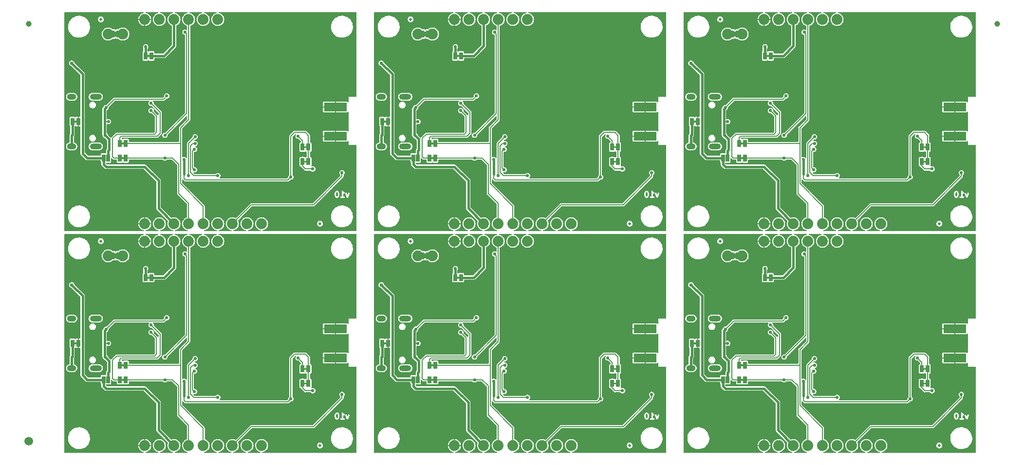
<source format=gbl>
%TF.GenerationSoftware,KiCad,Pcbnew,7.0.6*%
%TF.CreationDate,2024-01-05T19:18:27-07:00*%
%TF.ProjectId,SparkFun_NEO-F10N_panelized,53706172-6b46-4756-9e5f-4e454f2d4631,rev?*%
%TF.SameCoordinates,Original*%
%TF.FileFunction,Copper,L2,Bot*%
%TF.FilePolarity,Positive*%
%FSLAX46Y46*%
G04 Gerber Fmt 4.6, Leading zero omitted, Abs format (unit mm)*
G04 Created by KiCad (PCBNEW 7.0.6) date 2024-01-05 19:18:27*
%MOMM*%
%LPD*%
G01*
G04 APERTURE LIST*
%ADD10C,0.250000*%
%TA.AperFunction,SMDPad,CuDef*%
%ADD11C,1.000000*%
%TD*%
%TA.AperFunction,SMDPad,CuDef*%
%ADD12C,1.500000*%
%TD*%
%TA.AperFunction,SMDPad,CuDef*%
%ADD13R,0.660400X1.270000*%
%TD*%
%TA.AperFunction,SMDPad,CuDef*%
%ADD14R,0.635000X1.270000*%
%TD*%
%TA.AperFunction,SMDPad,CuDef*%
%ADD15C,0.500000*%
%TD*%
%TA.AperFunction,ComponentPad*%
%ADD16C,1.879600*%
%TD*%
%TA.AperFunction,SMDPad,CuDef*%
%ADD17R,4.000000X1.500000*%
%TD*%
%TA.AperFunction,ComponentPad*%
%ADD18O,1.600000X1.000000*%
%TD*%
%TA.AperFunction,ComponentPad*%
%ADD19O,2.100000X1.000000*%
%TD*%
%TA.AperFunction,ViaPad*%
%ADD20C,0.609600*%
%TD*%
%TA.AperFunction,ViaPad*%
%ADD21C,0.560000*%
%TD*%
%TA.AperFunction,Conductor*%
%ADD22C,0.406400*%
%TD*%
%TA.AperFunction,Conductor*%
%ADD23C,0.177800*%
%TD*%
G04 APERTURE END LIST*
D10*
G36*
X155151668Y45350031D02*
G01*
X155170600Y45331098D01*
X155203010Y45266277D01*
X155243570Y45104041D01*
X155243570Y44896724D01*
X155203010Y44734487D01*
X155170599Y44669664D01*
X155151668Y44650732D01*
X155100967Y44625381D01*
X155064746Y44625381D01*
X155014044Y44650732D01*
X154995112Y44669665D01*
X154962701Y44734485D01*
X154922141Y44896724D01*
X154922141Y45104040D01*
X154962701Y45266278D01*
X154995111Y45331099D01*
X155014044Y45350031D01*
X155064746Y45375381D01*
X155100967Y45375381D01*
X155151668Y45350031D01*
G37*
G36*
X157395092Y44232524D02*
G01*
X154529285Y44232524D01*
X154529285Y44881334D01*
X154672142Y44881334D01*
X154673100Y44878071D01*
X154675874Y44851017D01*
X154723493Y44660541D01*
X154725712Y44656759D01*
X154732958Y44634956D01*
X154780576Y44539719D01*
X154782171Y44538005D01*
X154782669Y44535715D01*
X154803991Y44507233D01*
X154851610Y44459613D01*
X154853666Y44458491D01*
X154854863Y44456475D01*
X154884097Y44436197D01*
X154979335Y44388578D01*
X154990485Y44386572D01*
X155000020Y44380444D01*
X155035237Y44375381D01*
X155130475Y44375381D01*
X155141347Y44378574D01*
X155152613Y44377357D01*
X155186377Y44388578D01*
X155281614Y44436196D01*
X155283329Y44437792D01*
X155285620Y44438290D01*
X155314102Y44459613D01*
X155337081Y44482592D01*
X155625795Y44482592D01*
X155655054Y44418523D01*
X155714306Y44380444D01*
X155749523Y44375381D01*
X156320951Y44375381D01*
X156388531Y44395224D01*
X156434655Y44448454D01*
X156444679Y44518170D01*
X156415420Y44582239D01*
X156356168Y44620318D01*
X156320951Y44625381D01*
X156160237Y44625381D01*
X156160237Y45157124D01*
X156169811Y45150483D01*
X156265049Y45102864D01*
X156334368Y45090389D01*
X156399428Y45117372D01*
X156428910Y45159874D01*
X156529491Y45159874D01*
X156536567Y45125006D01*
X156774662Y44458339D01*
X156791315Y44435432D01*
X156805235Y44410766D01*
X156811748Y44407327D01*
X156816079Y44401370D01*
X156842471Y44391104D01*
X156867518Y44377878D01*
X156874856Y44378507D01*
X156881721Y44375836D01*
X156909478Y44381470D01*
X156937696Y44383884D01*
X156943529Y44388380D01*
X156950747Y44389844D01*
X156971050Y44409589D01*
X156993485Y44426877D01*
X156998399Y44436184D01*
X157001242Y44438948D01*
X157002327Y44443624D01*
X157010098Y44458339D01*
X157248193Y45125006D01*
X157252235Y45195323D01*
X157217619Y45256663D01*
X157155336Y45289551D01*
X157085159Y45283545D01*
X157029370Y45240552D01*
X157012757Y45209090D01*
X156892380Y44872034D01*
X156772003Y45209090D01*
X156730586Y45266059D01*
X156664944Y45291593D01*
X156595918Y45277585D01*
X156545423Y45228482D01*
X156529491Y45159874D01*
X156428910Y45159874D01*
X156439572Y45175245D01*
X156442054Y45245635D01*
X156406087Y45306193D01*
X156376852Y45326471D01*
X156299756Y45365019D01*
X156227615Y45437160D01*
X156139243Y45569719D01*
X156113008Y45591691D01*
X156087164Y45614085D01*
X156086083Y45614241D01*
X156085246Y45614942D01*
X156051313Y45619240D01*
X156017448Y45624109D01*
X156016453Y45623655D01*
X156015371Y45623792D01*
X155984520Y45609072D01*
X155953379Y45594850D01*
X155952788Y45593931D01*
X155951804Y45593461D01*
X155933811Y45564403D01*
X155915300Y45535598D01*
X155915095Y45534176D01*
X155914725Y45533577D01*
X155914754Y45531806D01*
X155910237Y45500381D01*
X155910237Y44625381D01*
X155749523Y44625381D01*
X155681943Y44605538D01*
X155635819Y44552308D01*
X155625795Y44482592D01*
X155337081Y44482592D01*
X155361721Y44507232D01*
X155362843Y44509289D01*
X155364857Y44510484D01*
X155385135Y44539718D01*
X155432754Y44634956D01*
X155433529Y44639267D01*
X155442219Y44660541D01*
X155489838Y44851017D01*
X155489699Y44854415D01*
X155493570Y44881334D01*
X155493570Y45119429D01*
X155492611Y45122692D01*
X155489838Y45149746D01*
X155442219Y45340222D01*
X155440000Y45344005D01*
X155432754Y45365807D01*
X155385135Y45461045D01*
X155383540Y45462760D01*
X155383042Y45465049D01*
X155361720Y45493532D01*
X155314101Y45541150D01*
X155312046Y45542272D01*
X155310849Y45544288D01*
X155281614Y45564566D01*
X155186377Y45612184D01*
X155175226Y45614191D01*
X155165692Y45620318D01*
X155130475Y45625381D01*
X155035237Y45625381D01*
X155024364Y45622189D01*
X155013098Y45623405D01*
X154979335Y45612184D01*
X154884097Y45564565D01*
X154882382Y45562971D01*
X154880093Y45562472D01*
X154851610Y45541150D01*
X154803992Y45493531D01*
X154802870Y45491477D01*
X154800854Y45490279D01*
X154780576Y45461044D01*
X154732958Y45365807D01*
X154732182Y45361496D01*
X154723493Y45340222D01*
X154675874Y45149746D01*
X154676012Y45146349D01*
X154672142Y45119429D01*
X154672142Y44881334D01*
X154529285Y44881334D01*
X154529285Y45768238D01*
X157395092Y45768238D01*
X157395092Y44232524D01*
G37*
G36*
X155151668Y6750031D02*
G01*
X155170600Y6731098D01*
X155203010Y6666277D01*
X155243570Y6504040D01*
X155243570Y6296724D01*
X155203010Y6134487D01*
X155170599Y6069664D01*
X155151668Y6050732D01*
X155100967Y6025381D01*
X155064746Y6025381D01*
X155014044Y6050732D01*
X154995112Y6069664D01*
X154962701Y6134485D01*
X154922141Y6296724D01*
X154922141Y6504040D01*
X154962701Y6666279D01*
X154995111Y6731099D01*
X155014044Y6750031D01*
X155064746Y6775381D01*
X155100967Y6775381D01*
X155151668Y6750031D01*
G37*
G36*
X157395092Y5632524D02*
G01*
X154529285Y5632524D01*
X154529285Y6281334D01*
X154672142Y6281334D01*
X154673100Y6278071D01*
X154675874Y6251017D01*
X154723493Y6060541D01*
X154725712Y6056759D01*
X154732958Y6034956D01*
X154780576Y5939719D01*
X154782171Y5938005D01*
X154782669Y5935715D01*
X154803991Y5907233D01*
X154851610Y5859613D01*
X154853666Y5858491D01*
X154854863Y5856475D01*
X154884097Y5836197D01*
X154979335Y5788578D01*
X154990485Y5786572D01*
X155000020Y5780444D01*
X155035237Y5775381D01*
X155130475Y5775381D01*
X155141347Y5778574D01*
X155152613Y5777357D01*
X155186377Y5788578D01*
X155281614Y5836196D01*
X155283329Y5837792D01*
X155285620Y5838290D01*
X155314102Y5859613D01*
X155337081Y5882592D01*
X155625795Y5882592D01*
X155655054Y5818523D01*
X155714306Y5780444D01*
X155749523Y5775381D01*
X156320951Y5775381D01*
X156388531Y5795224D01*
X156434655Y5848454D01*
X156444679Y5918170D01*
X156415420Y5982239D01*
X156356168Y6020318D01*
X156320951Y6025381D01*
X156160237Y6025381D01*
X156160237Y6557124D01*
X156169811Y6550483D01*
X156265049Y6502864D01*
X156334368Y6490389D01*
X156399428Y6517372D01*
X156428910Y6559874D01*
X156529491Y6559874D01*
X156536567Y6525006D01*
X156774662Y5858339D01*
X156791315Y5835432D01*
X156805235Y5810766D01*
X156811748Y5807327D01*
X156816079Y5801370D01*
X156842471Y5791104D01*
X156867518Y5777878D01*
X156874856Y5778507D01*
X156881721Y5775836D01*
X156909478Y5781470D01*
X156937696Y5783884D01*
X156943529Y5788380D01*
X156950747Y5789844D01*
X156971050Y5809589D01*
X156993485Y5826877D01*
X156998399Y5836184D01*
X157001242Y5838948D01*
X157002327Y5843624D01*
X157010098Y5858339D01*
X157248193Y6525006D01*
X157252235Y6595323D01*
X157217619Y6656663D01*
X157155336Y6689551D01*
X157085159Y6683545D01*
X157029370Y6640552D01*
X157012757Y6609090D01*
X156892380Y6272034D01*
X156772003Y6609090D01*
X156730586Y6666059D01*
X156664944Y6691593D01*
X156595918Y6677585D01*
X156545423Y6628482D01*
X156529491Y6559874D01*
X156428910Y6559874D01*
X156439572Y6575245D01*
X156442054Y6645635D01*
X156406087Y6706193D01*
X156376852Y6726471D01*
X156299756Y6765019D01*
X156227615Y6837160D01*
X156139243Y6969719D01*
X156113008Y6991691D01*
X156087164Y7014085D01*
X156086083Y7014241D01*
X156085246Y7014942D01*
X156051313Y7019240D01*
X156017448Y7024109D01*
X156016453Y7023655D01*
X156015371Y7023792D01*
X155984520Y7009072D01*
X155953379Y6994850D01*
X155952788Y6993931D01*
X155951804Y6993461D01*
X155933811Y6964403D01*
X155915300Y6935598D01*
X155915095Y6934176D01*
X155914725Y6933577D01*
X155914754Y6931806D01*
X155910237Y6900381D01*
X155910237Y6025381D01*
X155749523Y6025381D01*
X155681943Y6005538D01*
X155635819Y5952308D01*
X155625795Y5882592D01*
X155337081Y5882592D01*
X155361721Y5907232D01*
X155362843Y5909289D01*
X155364857Y5910484D01*
X155385135Y5939718D01*
X155432754Y6034956D01*
X155433529Y6039267D01*
X155442219Y6060541D01*
X155489838Y6251017D01*
X155489699Y6254415D01*
X155493570Y6281334D01*
X155493570Y6519429D01*
X155492611Y6522692D01*
X155489838Y6549746D01*
X155442219Y6740222D01*
X155440000Y6744005D01*
X155432754Y6765807D01*
X155385135Y6861045D01*
X155383540Y6862760D01*
X155383042Y6865049D01*
X155361720Y6893532D01*
X155314101Y6941150D01*
X155312046Y6942272D01*
X155310849Y6944288D01*
X155281614Y6964566D01*
X155186377Y7012184D01*
X155175226Y7014191D01*
X155165692Y7020318D01*
X155130475Y7025381D01*
X155035237Y7025381D01*
X155024364Y7022189D01*
X155013098Y7023405D01*
X154979335Y7012184D01*
X154884097Y6964565D01*
X154882382Y6962971D01*
X154880093Y6962472D01*
X154851610Y6941150D01*
X154803992Y6893531D01*
X154802870Y6891477D01*
X154800854Y6890279D01*
X154780576Y6861044D01*
X154732958Y6765807D01*
X154732182Y6761496D01*
X154723493Y6740222D01*
X154675874Y6549746D01*
X154676012Y6546349D01*
X154672142Y6519429D01*
X154672142Y6281334D01*
X154529285Y6281334D01*
X154529285Y7168238D01*
X157395092Y7168238D01*
X157395092Y5632524D01*
G37*
G36*
X101311668Y45350031D02*
G01*
X101330600Y45331098D01*
X101363010Y45266277D01*
X101403570Y45104041D01*
X101403570Y44896723D01*
X101363010Y44734487D01*
X101330599Y44669664D01*
X101311668Y44650732D01*
X101260967Y44625381D01*
X101224746Y44625381D01*
X101174044Y44650732D01*
X101155111Y44669665D01*
X101122701Y44734485D01*
X101082142Y44896724D01*
X101082142Y45104041D01*
X101122701Y45266278D01*
X101155111Y45331099D01*
X101174044Y45350031D01*
X101224746Y45375381D01*
X101260967Y45375381D01*
X101311668Y45350031D01*
G37*
G36*
X103555092Y44232524D02*
G01*
X100689285Y44232524D01*
X100689285Y44881334D01*
X100832142Y44881334D01*
X100833100Y44878071D01*
X100835874Y44851017D01*
X100883493Y44660541D01*
X100885712Y44656759D01*
X100892958Y44634956D01*
X100940576Y44539719D01*
X100942171Y44538005D01*
X100942669Y44535715D01*
X100963991Y44507233D01*
X101011610Y44459613D01*
X101013666Y44458491D01*
X101014863Y44456475D01*
X101044097Y44436197D01*
X101139335Y44388578D01*
X101150485Y44386572D01*
X101160020Y44380444D01*
X101195237Y44375381D01*
X101290475Y44375381D01*
X101301347Y44378574D01*
X101312613Y44377357D01*
X101346377Y44388578D01*
X101441614Y44436196D01*
X101443329Y44437792D01*
X101445620Y44438290D01*
X101474102Y44459613D01*
X101497081Y44482592D01*
X101785795Y44482592D01*
X101815054Y44418523D01*
X101874306Y44380444D01*
X101909523Y44375381D01*
X102480951Y44375381D01*
X102548531Y44395224D01*
X102594655Y44448454D01*
X102604679Y44518170D01*
X102575420Y44582239D01*
X102516168Y44620318D01*
X102480951Y44625381D01*
X102320237Y44625381D01*
X102320237Y45157124D01*
X102329811Y45150483D01*
X102425049Y45102864D01*
X102494368Y45090389D01*
X102559428Y45117372D01*
X102588910Y45159874D01*
X102689491Y45159874D01*
X102696567Y45125006D01*
X102934662Y44458339D01*
X102951315Y44435432D01*
X102965235Y44410766D01*
X102971748Y44407327D01*
X102976079Y44401370D01*
X103002471Y44391104D01*
X103027518Y44377878D01*
X103034856Y44378507D01*
X103041721Y44375836D01*
X103069478Y44381470D01*
X103097696Y44383884D01*
X103103529Y44388380D01*
X103110747Y44389844D01*
X103131050Y44409589D01*
X103153485Y44426877D01*
X103158399Y44436184D01*
X103161242Y44438948D01*
X103162327Y44443624D01*
X103170098Y44458339D01*
X103408193Y45125006D01*
X103412235Y45195323D01*
X103377619Y45256663D01*
X103315336Y45289551D01*
X103245159Y45283545D01*
X103189370Y45240552D01*
X103172757Y45209090D01*
X103052380Y44872034D01*
X102932003Y45209090D01*
X102890586Y45266059D01*
X102824944Y45291593D01*
X102755918Y45277585D01*
X102705423Y45228482D01*
X102689491Y45159874D01*
X102588910Y45159874D01*
X102599572Y45175245D01*
X102602054Y45245635D01*
X102566087Y45306193D01*
X102536852Y45326471D01*
X102459756Y45365019D01*
X102387615Y45437160D01*
X102299243Y45569719D01*
X102273008Y45591691D01*
X102247164Y45614085D01*
X102246083Y45614241D01*
X102245246Y45614942D01*
X102211313Y45619240D01*
X102177448Y45624109D01*
X102176453Y45623655D01*
X102175371Y45623792D01*
X102144520Y45609072D01*
X102113379Y45594850D01*
X102112788Y45593931D01*
X102111804Y45593461D01*
X102093811Y45564403D01*
X102075300Y45535598D01*
X102075095Y45534176D01*
X102074725Y45533577D01*
X102074754Y45531806D01*
X102070237Y45500381D01*
X102070237Y44625381D01*
X101909523Y44625381D01*
X101841943Y44605538D01*
X101795819Y44552308D01*
X101785795Y44482592D01*
X101497081Y44482592D01*
X101521721Y44507232D01*
X101522843Y44509289D01*
X101524857Y44510484D01*
X101545135Y44539718D01*
X101592754Y44634956D01*
X101593529Y44639267D01*
X101602219Y44660541D01*
X101649838Y44851017D01*
X101649699Y44854415D01*
X101653570Y44881334D01*
X101653570Y45119429D01*
X101652611Y45122692D01*
X101649838Y45149746D01*
X101602219Y45340222D01*
X101600000Y45344005D01*
X101592754Y45365807D01*
X101545135Y45461045D01*
X101543540Y45462760D01*
X101543042Y45465049D01*
X101521720Y45493532D01*
X101474101Y45541150D01*
X101472046Y45542272D01*
X101470849Y45544288D01*
X101441614Y45564566D01*
X101346377Y45612184D01*
X101335226Y45614191D01*
X101325692Y45620318D01*
X101290475Y45625381D01*
X101195237Y45625381D01*
X101184364Y45622189D01*
X101173098Y45623405D01*
X101139335Y45612184D01*
X101044097Y45564565D01*
X101042382Y45562971D01*
X101040093Y45562472D01*
X101011610Y45541150D01*
X100963992Y45493531D01*
X100962870Y45491477D01*
X100960854Y45490279D01*
X100940576Y45461044D01*
X100892958Y45365807D01*
X100892182Y45361496D01*
X100883493Y45340222D01*
X100835874Y45149746D01*
X100836012Y45146349D01*
X100832142Y45119429D01*
X100832142Y44881334D01*
X100689285Y44881334D01*
X100689285Y45768238D01*
X103555092Y45768238D01*
X103555092Y44232524D01*
G37*
G36*
X101311668Y6750031D02*
G01*
X101330600Y6731098D01*
X101363010Y6666277D01*
X101403570Y6504041D01*
X101403570Y6296724D01*
X101363010Y6134487D01*
X101330599Y6069664D01*
X101311668Y6050732D01*
X101260967Y6025381D01*
X101224746Y6025381D01*
X101174044Y6050732D01*
X101155112Y6069664D01*
X101122701Y6134485D01*
X101082142Y6296724D01*
X101082142Y6504040D01*
X101122701Y6666279D01*
X101155111Y6731099D01*
X101174044Y6750031D01*
X101224746Y6775381D01*
X101260967Y6775381D01*
X101311668Y6750031D01*
G37*
G36*
X103555092Y5632524D02*
G01*
X100689285Y5632524D01*
X100689285Y6281334D01*
X100832142Y6281334D01*
X100833100Y6278071D01*
X100835874Y6251017D01*
X100883493Y6060541D01*
X100885712Y6056759D01*
X100892958Y6034956D01*
X100940576Y5939719D01*
X100942171Y5938005D01*
X100942669Y5935715D01*
X100963991Y5907233D01*
X101011610Y5859613D01*
X101013666Y5858491D01*
X101014863Y5856475D01*
X101044097Y5836197D01*
X101139335Y5788578D01*
X101150485Y5786572D01*
X101160020Y5780444D01*
X101195237Y5775381D01*
X101290475Y5775381D01*
X101301347Y5778574D01*
X101312613Y5777357D01*
X101346377Y5788578D01*
X101441614Y5836196D01*
X101443329Y5837792D01*
X101445620Y5838290D01*
X101474102Y5859613D01*
X101497081Y5882592D01*
X101785795Y5882592D01*
X101815054Y5818523D01*
X101874306Y5780444D01*
X101909523Y5775381D01*
X102480951Y5775381D01*
X102548531Y5795224D01*
X102594655Y5848454D01*
X102604679Y5918170D01*
X102575420Y5982239D01*
X102516168Y6020318D01*
X102480951Y6025381D01*
X102320237Y6025381D01*
X102320237Y6557124D01*
X102329811Y6550483D01*
X102425049Y6502864D01*
X102494368Y6490389D01*
X102559428Y6517372D01*
X102588910Y6559874D01*
X102689491Y6559874D01*
X102696567Y6525006D01*
X102934662Y5858339D01*
X102951315Y5835432D01*
X102965235Y5810766D01*
X102971748Y5807327D01*
X102976079Y5801370D01*
X103002471Y5791104D01*
X103027518Y5777878D01*
X103034856Y5778507D01*
X103041721Y5775836D01*
X103069478Y5781470D01*
X103097696Y5783884D01*
X103103529Y5788380D01*
X103110747Y5789844D01*
X103131050Y5809589D01*
X103153485Y5826877D01*
X103158399Y5836184D01*
X103161242Y5838948D01*
X103162327Y5843624D01*
X103170098Y5858339D01*
X103408193Y6525006D01*
X103412235Y6595323D01*
X103377619Y6656663D01*
X103315336Y6689551D01*
X103245159Y6683545D01*
X103189370Y6640552D01*
X103172757Y6609090D01*
X103052380Y6272034D01*
X102932003Y6609090D01*
X102890586Y6666059D01*
X102824944Y6691593D01*
X102755918Y6677585D01*
X102705423Y6628482D01*
X102689491Y6559874D01*
X102588910Y6559874D01*
X102599572Y6575245D01*
X102602054Y6645635D01*
X102566087Y6706193D01*
X102536852Y6726471D01*
X102459756Y6765019D01*
X102387615Y6837160D01*
X102299243Y6969719D01*
X102273008Y6991691D01*
X102247164Y7014085D01*
X102246083Y7014241D01*
X102245246Y7014942D01*
X102211313Y7019240D01*
X102177448Y7024109D01*
X102176453Y7023655D01*
X102175371Y7023792D01*
X102144520Y7009072D01*
X102113379Y6994850D01*
X102112788Y6993931D01*
X102111804Y6993461D01*
X102093811Y6964403D01*
X102075300Y6935598D01*
X102075095Y6934176D01*
X102074725Y6933577D01*
X102074754Y6931806D01*
X102070237Y6900381D01*
X102070237Y6025381D01*
X101909523Y6025381D01*
X101841943Y6005538D01*
X101795819Y5952308D01*
X101785795Y5882592D01*
X101497081Y5882592D01*
X101521721Y5907232D01*
X101522843Y5909289D01*
X101524857Y5910484D01*
X101545135Y5939718D01*
X101592754Y6034956D01*
X101593529Y6039267D01*
X101602219Y6060541D01*
X101649838Y6251017D01*
X101649699Y6254415D01*
X101653570Y6281334D01*
X101653570Y6519429D01*
X101652611Y6522692D01*
X101649838Y6549746D01*
X101602219Y6740222D01*
X101600000Y6744005D01*
X101592754Y6765807D01*
X101545135Y6861045D01*
X101543540Y6862760D01*
X101543042Y6865049D01*
X101521720Y6893532D01*
X101474101Y6941150D01*
X101472046Y6942272D01*
X101470849Y6944288D01*
X101441614Y6964566D01*
X101346377Y7012184D01*
X101335226Y7014191D01*
X101325692Y7020318D01*
X101290475Y7025381D01*
X101195237Y7025381D01*
X101184364Y7022189D01*
X101173098Y7023405D01*
X101139335Y7012184D01*
X101044097Y6964565D01*
X101042382Y6962971D01*
X101040093Y6962472D01*
X101011610Y6941150D01*
X100963992Y6893531D01*
X100962870Y6891477D01*
X100960854Y6890279D01*
X100940576Y6861044D01*
X100892958Y6765807D01*
X100892182Y6761496D01*
X100883493Y6740222D01*
X100835874Y6549746D01*
X100836012Y6546349D01*
X100832142Y6519429D01*
X100832142Y6281334D01*
X100689285Y6281334D01*
X100689285Y7168238D01*
X103555092Y7168238D01*
X103555092Y5632524D01*
G37*
G36*
X47471668Y45350031D02*
G01*
X47490600Y45331098D01*
X47523010Y45266277D01*
X47563570Y45104040D01*
X47563570Y44896724D01*
X47523010Y44734487D01*
X47490599Y44669664D01*
X47471668Y44650732D01*
X47420967Y44625381D01*
X47384746Y44625381D01*
X47334044Y44650732D01*
X47315112Y44669664D01*
X47282701Y44734486D01*
X47242142Y44896724D01*
X47242142Y45104041D01*
X47282701Y45266278D01*
X47315111Y45331099D01*
X47334044Y45350031D01*
X47384746Y45375381D01*
X47420967Y45375381D01*
X47471668Y45350031D01*
G37*
G36*
X49715092Y44232524D02*
G01*
X46849285Y44232524D01*
X46849285Y44881334D01*
X46992142Y44881334D01*
X46993100Y44878071D01*
X46995874Y44851017D01*
X47043493Y44660541D01*
X47045712Y44656759D01*
X47052958Y44634956D01*
X47100576Y44539719D01*
X47102171Y44538005D01*
X47102669Y44535715D01*
X47123991Y44507233D01*
X47171610Y44459613D01*
X47173666Y44458491D01*
X47174863Y44456475D01*
X47204097Y44436197D01*
X47299335Y44388578D01*
X47310485Y44386572D01*
X47320020Y44380444D01*
X47355237Y44375381D01*
X47450475Y44375381D01*
X47461347Y44378574D01*
X47472613Y44377357D01*
X47506377Y44388578D01*
X47601614Y44436196D01*
X47603329Y44437792D01*
X47605620Y44438290D01*
X47634102Y44459613D01*
X47657081Y44482592D01*
X47945795Y44482592D01*
X47975054Y44418523D01*
X48034306Y44380444D01*
X48069523Y44375381D01*
X48640951Y44375381D01*
X48708531Y44395224D01*
X48754655Y44448454D01*
X48764679Y44518170D01*
X48735420Y44582239D01*
X48676168Y44620318D01*
X48640951Y44625381D01*
X48480237Y44625381D01*
X48480237Y45157124D01*
X48489811Y45150483D01*
X48585049Y45102864D01*
X48654368Y45090389D01*
X48719428Y45117372D01*
X48748910Y45159874D01*
X48849491Y45159874D01*
X48856567Y45125006D01*
X49094662Y44458339D01*
X49111315Y44435432D01*
X49125235Y44410766D01*
X49131748Y44407327D01*
X49136079Y44401370D01*
X49162471Y44391104D01*
X49187518Y44377878D01*
X49194856Y44378507D01*
X49201721Y44375836D01*
X49229478Y44381470D01*
X49257696Y44383884D01*
X49263529Y44388380D01*
X49270747Y44389844D01*
X49291050Y44409589D01*
X49313485Y44426877D01*
X49318399Y44436184D01*
X49321242Y44438948D01*
X49322327Y44443624D01*
X49330098Y44458339D01*
X49568193Y45125006D01*
X49572235Y45195323D01*
X49537619Y45256663D01*
X49475336Y45289551D01*
X49405159Y45283545D01*
X49349370Y45240552D01*
X49332757Y45209090D01*
X49212380Y44872034D01*
X49092003Y45209090D01*
X49050586Y45266059D01*
X48984944Y45291593D01*
X48915918Y45277585D01*
X48865423Y45228482D01*
X48849491Y45159874D01*
X48748910Y45159874D01*
X48759572Y45175245D01*
X48762054Y45245635D01*
X48726087Y45306193D01*
X48696852Y45326471D01*
X48619756Y45365019D01*
X48547615Y45437160D01*
X48459243Y45569719D01*
X48433008Y45591691D01*
X48407164Y45614085D01*
X48406083Y45614241D01*
X48405246Y45614942D01*
X48371313Y45619240D01*
X48337448Y45624109D01*
X48336453Y45623655D01*
X48335371Y45623792D01*
X48304520Y45609072D01*
X48273379Y45594850D01*
X48272788Y45593931D01*
X48271804Y45593461D01*
X48253811Y45564403D01*
X48235300Y45535598D01*
X48235095Y45534176D01*
X48234725Y45533577D01*
X48234754Y45531806D01*
X48230237Y45500381D01*
X48230237Y44625381D01*
X48069523Y44625381D01*
X48001943Y44605538D01*
X47955819Y44552308D01*
X47945795Y44482592D01*
X47657081Y44482592D01*
X47681721Y44507232D01*
X47682843Y44509289D01*
X47684857Y44510484D01*
X47705135Y44539718D01*
X47752754Y44634956D01*
X47753529Y44639267D01*
X47762219Y44660541D01*
X47809838Y44851017D01*
X47809699Y44854415D01*
X47813570Y44881334D01*
X47813570Y45119429D01*
X47812611Y45122692D01*
X47809838Y45149746D01*
X47762219Y45340222D01*
X47760000Y45344005D01*
X47752754Y45365807D01*
X47705135Y45461045D01*
X47703540Y45462760D01*
X47703042Y45465049D01*
X47681720Y45493532D01*
X47634101Y45541150D01*
X47632046Y45542272D01*
X47630849Y45544288D01*
X47601614Y45564566D01*
X47506377Y45612184D01*
X47495226Y45614191D01*
X47485692Y45620318D01*
X47450475Y45625381D01*
X47355237Y45625381D01*
X47344364Y45622189D01*
X47333098Y45623405D01*
X47299335Y45612184D01*
X47204097Y45564565D01*
X47202382Y45562971D01*
X47200093Y45562472D01*
X47171610Y45541150D01*
X47123992Y45493531D01*
X47122870Y45491477D01*
X47120854Y45490279D01*
X47100576Y45461044D01*
X47052958Y45365807D01*
X47052182Y45361496D01*
X47043493Y45340222D01*
X46995874Y45149746D01*
X46996012Y45146349D01*
X46992142Y45119429D01*
X46992142Y44881334D01*
X46849285Y44881334D01*
X46849285Y45768238D01*
X49715092Y45768238D01*
X49715092Y44232524D01*
G37*
G36*
X47471668Y6750031D02*
G01*
X47490600Y6731098D01*
X47523010Y6666277D01*
X47563570Y6504040D01*
X47563570Y6296724D01*
X47523010Y6134487D01*
X47490599Y6069664D01*
X47471668Y6050732D01*
X47420967Y6025381D01*
X47384746Y6025381D01*
X47334044Y6050732D01*
X47315112Y6069664D01*
X47282701Y6134485D01*
X47242142Y6296724D01*
X47242142Y6504041D01*
X47282701Y6666279D01*
X47315111Y6731099D01*
X47334044Y6750031D01*
X47384746Y6775381D01*
X47420967Y6775381D01*
X47471668Y6750031D01*
G37*
G36*
X49715092Y5632524D02*
G01*
X46849285Y5632524D01*
X46849285Y6281334D01*
X46992142Y6281334D01*
X46993100Y6278071D01*
X46995874Y6251017D01*
X47043493Y6060541D01*
X47045712Y6056759D01*
X47052958Y6034956D01*
X47100576Y5939719D01*
X47102171Y5938005D01*
X47102669Y5935715D01*
X47123991Y5907233D01*
X47171610Y5859613D01*
X47173666Y5858491D01*
X47174863Y5856475D01*
X47204097Y5836197D01*
X47299335Y5788578D01*
X47310485Y5786572D01*
X47320020Y5780444D01*
X47355237Y5775381D01*
X47450475Y5775381D01*
X47461347Y5778574D01*
X47472613Y5777357D01*
X47506377Y5788578D01*
X47601614Y5836196D01*
X47603329Y5837792D01*
X47605620Y5838290D01*
X47634102Y5859613D01*
X47657081Y5882592D01*
X47945795Y5882592D01*
X47975054Y5818523D01*
X48034306Y5780444D01*
X48069523Y5775381D01*
X48640951Y5775381D01*
X48708531Y5795224D01*
X48754655Y5848454D01*
X48764679Y5918170D01*
X48735420Y5982239D01*
X48676168Y6020318D01*
X48640951Y6025381D01*
X48480237Y6025381D01*
X48480237Y6557124D01*
X48489811Y6550483D01*
X48585049Y6502864D01*
X48654368Y6490389D01*
X48719428Y6517372D01*
X48748910Y6559874D01*
X48849491Y6559874D01*
X48856567Y6525006D01*
X49094662Y5858339D01*
X49111315Y5835432D01*
X49125235Y5810766D01*
X49131748Y5807327D01*
X49136079Y5801370D01*
X49162471Y5791104D01*
X49187518Y5777878D01*
X49194856Y5778507D01*
X49201721Y5775836D01*
X49229478Y5781470D01*
X49257696Y5783884D01*
X49263529Y5788380D01*
X49270747Y5789844D01*
X49291050Y5809589D01*
X49313485Y5826877D01*
X49318399Y5836184D01*
X49321242Y5838948D01*
X49322327Y5843624D01*
X49330098Y5858339D01*
X49568193Y6525006D01*
X49572235Y6595323D01*
X49537619Y6656663D01*
X49475336Y6689551D01*
X49405159Y6683545D01*
X49349370Y6640552D01*
X49332757Y6609090D01*
X49212380Y6272034D01*
X49092003Y6609090D01*
X49050586Y6666059D01*
X48984944Y6691593D01*
X48915918Y6677585D01*
X48865423Y6628482D01*
X48849491Y6559874D01*
X48748910Y6559874D01*
X48759572Y6575245D01*
X48762054Y6645635D01*
X48726087Y6706193D01*
X48696852Y6726471D01*
X48619756Y6765019D01*
X48547615Y6837160D01*
X48459243Y6969719D01*
X48433008Y6991691D01*
X48407164Y7014085D01*
X48406083Y7014241D01*
X48405246Y7014942D01*
X48371313Y7019240D01*
X48337448Y7024109D01*
X48336453Y7023655D01*
X48335371Y7023792D01*
X48304520Y7009072D01*
X48273379Y6994850D01*
X48272788Y6993931D01*
X48271804Y6993461D01*
X48253811Y6964403D01*
X48235300Y6935598D01*
X48235095Y6934176D01*
X48234725Y6933577D01*
X48234754Y6931806D01*
X48230237Y6900381D01*
X48230237Y6025381D01*
X48069523Y6025381D01*
X48001943Y6005538D01*
X47955819Y5952308D01*
X47945795Y5882592D01*
X47657081Y5882592D01*
X47681721Y5907232D01*
X47682843Y5909289D01*
X47684857Y5910484D01*
X47705135Y5939718D01*
X47752754Y6034956D01*
X47753529Y6039267D01*
X47762219Y6060541D01*
X47809838Y6251017D01*
X47809699Y6254415D01*
X47813570Y6281334D01*
X47813570Y6519429D01*
X47812611Y6522692D01*
X47809838Y6549746D01*
X47762219Y6740222D01*
X47760000Y6744005D01*
X47752754Y6765807D01*
X47705135Y6861045D01*
X47703540Y6862760D01*
X47703042Y6865049D01*
X47681720Y6893532D01*
X47634101Y6941150D01*
X47632046Y6942272D01*
X47630849Y6944288D01*
X47601614Y6964566D01*
X47506377Y7012184D01*
X47495226Y7014191D01*
X47485692Y7020318D01*
X47450475Y7025381D01*
X47355237Y7025381D01*
X47344364Y7022189D01*
X47333098Y7023405D01*
X47299335Y7012184D01*
X47204097Y6964565D01*
X47202382Y6962971D01*
X47200093Y6962472D01*
X47171610Y6941150D01*
X47123992Y6893531D01*
X47122870Y6891477D01*
X47120854Y6890279D01*
X47100576Y6861044D01*
X47052958Y6765807D01*
X47052182Y6761496D01*
X47043493Y6740222D01*
X46995874Y6549746D01*
X46996012Y6546349D01*
X46992142Y6519429D01*
X46992142Y6281334D01*
X46849285Y6281334D01*
X46849285Y7168238D01*
X49715092Y7168238D01*
X49715092Y5632524D01*
G37*
%TA.AperFunction,EtchedComponent*%
%TO.C,JP2*%
G36*
X149840000Y53055000D02*
G01*
X149340000Y53055000D01*
X149340000Y53355000D01*
X149840000Y53355000D01*
X149840000Y53055000D01*
G37*
%TD.AperFunction*%
%TA.AperFunction,EtchedComponent*%
G36*
X149840000Y14455000D02*
G01*
X149340000Y14455000D01*
X149340000Y14755000D01*
X149840000Y14755000D01*
X149840000Y14455000D01*
G37*
%TD.AperFunction*%
%TA.AperFunction,EtchedComponent*%
G36*
X96000000Y53055000D02*
G01*
X95500000Y53055000D01*
X95500000Y53355000D01*
X96000000Y53355000D01*
X96000000Y53055000D01*
G37*
%TD.AperFunction*%
%TA.AperFunction,EtchedComponent*%
G36*
X96000000Y14455000D02*
G01*
X95500000Y14455000D01*
X95500000Y14755000D01*
X96000000Y14755000D01*
X96000000Y14455000D01*
G37*
%TD.AperFunction*%
%TA.AperFunction,EtchedComponent*%
G36*
X42160000Y53055000D02*
G01*
X41660000Y53055000D01*
X41660000Y53355000D01*
X42160000Y53355000D01*
X42160000Y53055000D01*
G37*
%TD.AperFunction*%
%TA.AperFunction,EtchedComponent*%
%TO.C,JP4*%
G36*
X118090000Y51150000D02*
G01*
X117590000Y51150000D01*
X117590000Y51450000D01*
X118090000Y51450000D01*
X118090000Y51150000D01*
G37*
%TD.AperFunction*%
%TA.AperFunction,EtchedComponent*%
G36*
X118090000Y12550000D02*
G01*
X117590000Y12550000D01*
X117590000Y12850000D01*
X118090000Y12850000D01*
X118090000Y12550000D01*
G37*
%TD.AperFunction*%
%TA.AperFunction,EtchedComponent*%
G36*
X64250000Y51150000D02*
G01*
X63750000Y51150000D01*
X63750000Y51450000D01*
X64250000Y51450000D01*
X64250000Y51150000D01*
G37*
%TD.AperFunction*%
%TA.AperFunction,EtchedComponent*%
G36*
X64250000Y12550000D02*
G01*
X63750000Y12550000D01*
X63750000Y12850000D01*
X64250000Y12850000D01*
X64250000Y12550000D01*
G37*
%TD.AperFunction*%
%TA.AperFunction,EtchedComponent*%
G36*
X10410000Y51150000D02*
G01*
X9910000Y51150000D01*
X9910000Y51450000D01*
X10410000Y51450000D01*
X10410000Y51150000D01*
G37*
%TD.AperFunction*%
%TA.AperFunction,EtchedComponent*%
%TO.C,JP8*%
G36*
X122535000Y68930000D02*
G01*
X122035000Y68930000D01*
X122035000Y69230000D01*
X122535000Y69230000D01*
X122535000Y68930000D01*
G37*
%TD.AperFunction*%
%TA.AperFunction,EtchedComponent*%
G36*
X122535000Y30330000D02*
G01*
X122035000Y30330000D01*
X122035000Y30630000D01*
X122535000Y30630000D01*
X122535000Y30330000D01*
G37*
%TD.AperFunction*%
%TA.AperFunction,EtchedComponent*%
G36*
X68695000Y68930000D02*
G01*
X68195000Y68930000D01*
X68195000Y69230000D01*
X68695000Y69230000D01*
X68695000Y68930000D01*
G37*
%TD.AperFunction*%
%TA.AperFunction,EtchedComponent*%
G36*
X68695000Y30330000D02*
G01*
X68195000Y30330000D01*
X68195000Y30630000D01*
X68695000Y30630000D01*
X68695000Y30330000D01*
G37*
%TD.AperFunction*%
%TA.AperFunction,EtchedComponent*%
G36*
X14855000Y68930000D02*
G01*
X14355000Y68930000D01*
X14355000Y69230000D01*
X14855000Y69230000D01*
X14855000Y68930000D01*
G37*
%TD.AperFunction*%
%TA.AperFunction,EtchedComponent*%
%TO.C,JP1*%
G36*
X118090000Y53690000D02*
G01*
X117590000Y53690000D01*
X117590000Y53990000D01*
X118090000Y53990000D01*
X118090000Y53690000D01*
G37*
%TD.AperFunction*%
%TA.AperFunction,EtchedComponent*%
G36*
X118090000Y15090000D02*
G01*
X117590000Y15090000D01*
X117590000Y15390000D01*
X118090000Y15390000D01*
X118090000Y15090000D01*
G37*
%TD.AperFunction*%
%TA.AperFunction,EtchedComponent*%
G36*
X64250000Y53690000D02*
G01*
X63750000Y53690000D01*
X63750000Y53990000D01*
X64250000Y53990000D01*
X64250000Y53690000D01*
G37*
%TD.AperFunction*%
%TA.AperFunction,EtchedComponent*%
G36*
X64250000Y15090000D02*
G01*
X63750000Y15090000D01*
X63750000Y15390000D01*
X64250000Y15390000D01*
X64250000Y15090000D01*
G37*
%TD.AperFunction*%
%TA.AperFunction,EtchedComponent*%
G36*
X10410000Y53690000D02*
G01*
X9910000Y53690000D01*
X9910000Y53990000D01*
X10410000Y53990000D01*
X10410000Y53690000D01*
G37*
%TD.AperFunction*%
%TA.AperFunction,EtchedComponent*%
%TO.C,JP7*%
G36*
X109835000Y57500000D02*
G01*
X109335000Y57500000D01*
X109335000Y57800000D01*
X109835000Y57800000D01*
X109835000Y57500000D01*
G37*
%TD.AperFunction*%
%TA.AperFunction,EtchedComponent*%
G36*
X109835000Y18900000D02*
G01*
X109335000Y18900000D01*
X109335000Y19200000D01*
X109835000Y19200000D01*
X109835000Y18900000D01*
G37*
%TD.AperFunction*%
%TA.AperFunction,EtchedComponent*%
G36*
X55995000Y57500000D02*
G01*
X55495000Y57500000D01*
X55495000Y57800000D01*
X55995000Y57800000D01*
X55995000Y57500000D01*
G37*
%TD.AperFunction*%
%TA.AperFunction,EtchedComponent*%
G36*
X55995000Y18900000D02*
G01*
X55495000Y18900000D01*
X55495000Y19200000D01*
X55995000Y19200000D01*
X55995000Y18900000D01*
G37*
%TD.AperFunction*%
%TA.AperFunction,EtchedComponent*%
G36*
X2155000Y57500000D02*
G01*
X1655000Y57500000D01*
X1655000Y57800000D01*
X2155000Y57800000D01*
X2155000Y57500000D01*
G37*
%TD.AperFunction*%
%TO.C,JP5*%
G36*
X116320000Y72490000D02*
G01*
X116820000Y72490000D01*
X116820000Y73290000D01*
X116320000Y73290000D01*
X116320000Y72490000D01*
G37*
G36*
X116320000Y33890000D02*
G01*
X116820000Y33890000D01*
X116820000Y34690000D01*
X116320000Y34690000D01*
X116320000Y33890000D01*
G37*
G36*
X62480000Y72490000D02*
G01*
X62980000Y72490000D01*
X62980000Y73290000D01*
X62480000Y73290000D01*
X62480000Y72490000D01*
G37*
G36*
X62480000Y33890000D02*
G01*
X62980000Y33890000D01*
X62980000Y34690000D01*
X62480000Y34690000D01*
X62480000Y33890000D01*
G37*
G36*
X8640000Y72490000D02*
G01*
X9140000Y72490000D01*
X9140000Y73290000D01*
X8640000Y73290000D01*
X8640000Y72490000D01*
G37*
%TA.AperFunction,EtchedComponent*%
%TO.C,JP3*%
G36*
X149840000Y50515000D02*
G01*
X149340000Y50515000D01*
X149340000Y50815000D01*
X149840000Y50815000D01*
X149840000Y50515000D01*
G37*
%TD.AperFunction*%
%TA.AperFunction,EtchedComponent*%
G36*
X149840000Y11915000D02*
G01*
X149340000Y11915000D01*
X149340000Y12215000D01*
X149840000Y12215000D01*
X149840000Y11915000D01*
G37*
%TD.AperFunction*%
%TA.AperFunction,EtchedComponent*%
G36*
X96000000Y50515000D02*
G01*
X95500000Y50515000D01*
X95500000Y50815000D01*
X96000000Y50815000D01*
X96000000Y50515000D01*
G37*
%TD.AperFunction*%
%TA.AperFunction,EtchedComponent*%
G36*
X96000000Y11915000D02*
G01*
X95500000Y11915000D01*
X95500000Y12215000D01*
X96000000Y12215000D01*
X96000000Y11915000D01*
G37*
%TD.AperFunction*%
%TA.AperFunction,EtchedComponent*%
G36*
X42160000Y50515000D02*
G01*
X41660000Y50515000D01*
X41660000Y50815000D01*
X42160000Y50815000D01*
X42160000Y50515000D01*
G37*
%TD.AperFunction*%
%TA.AperFunction,EtchedComponent*%
G36*
X42160000Y11915000D02*
G01*
X41660000Y11915000D01*
X41660000Y12215000D01*
X42160000Y12215000D01*
X42160000Y11915000D01*
G37*
%TD.AperFunction*%
%TO.C,JP5*%
G36*
X8640000Y33890000D02*
G01*
X9140000Y33890000D01*
X9140000Y34690000D01*
X8640000Y34690000D01*
X8640000Y33890000D01*
G37*
%TA.AperFunction,EtchedComponent*%
%TO.C,JP7*%
G36*
X2155000Y18900000D02*
G01*
X1655000Y18900000D01*
X1655000Y19200000D01*
X2155000Y19200000D01*
X2155000Y18900000D01*
G37*
%TD.AperFunction*%
%TA.AperFunction,EtchedComponent*%
%TO.C,JP1*%
G36*
X10410000Y15090000D02*
G01*
X9910000Y15090000D01*
X9910000Y15390000D01*
X10410000Y15390000D01*
X10410000Y15090000D01*
G37*
%TD.AperFunction*%
%TA.AperFunction,EtchedComponent*%
%TO.C,JP8*%
G36*
X14855000Y30330000D02*
G01*
X14355000Y30330000D01*
X14355000Y30630000D01*
X14855000Y30630000D01*
X14855000Y30330000D01*
G37*
%TD.AperFunction*%
%TA.AperFunction,EtchedComponent*%
%TO.C,JP4*%
G36*
X10410000Y12550000D02*
G01*
X9910000Y12550000D01*
X9910000Y12850000D01*
X10410000Y12850000D01*
X10410000Y12550000D01*
G37*
%TD.AperFunction*%
%TA.AperFunction,EtchedComponent*%
%TO.C,JP2*%
G36*
X42160000Y14455000D02*
G01*
X41660000Y14455000D01*
X41660000Y14755000D01*
X42160000Y14755000D01*
X42160000Y14455000D01*
G37*
%TD.AperFunction*%
%TD*%
D11*
%TO.P,,*%
%TO.N,*%
X162155572Y74700000D03*
%TD*%
%TO.P,,*%
%TO.N,*%
X-6214428Y74700000D03*
%TD*%
D12*
%TO.P,,*%
%TO.N,*%
X-6214428Y2000000D03*
%TD*%
D13*
%TO.P,JP2,1,A*%
%TO.N,Net-(JP2-A)*%
X149069300Y53205000D03*
%TO.P,JP2,2,B*%
%TO.N,3.3V_A*%
X150110700Y53205000D03*
%TD*%
%TO.P,JP2,1,A*%
%TO.N,Net-(JP2-A)*%
X149069300Y14605000D03*
%TO.P,JP2,2,B*%
%TO.N,3.3V_A*%
X150110700Y14605000D03*
%TD*%
%TO.P,JP2,1,A*%
%TO.N,Net-(JP2-A)*%
X95229300Y53205000D03*
%TO.P,JP2,2,B*%
%TO.N,3.3V_A*%
X96270700Y53205000D03*
%TD*%
%TO.P,JP2,1,A*%
%TO.N,Net-(JP2-A)*%
X95229300Y14605000D03*
%TO.P,JP2,2,B*%
%TO.N,3.3V_A*%
X96270700Y14605000D03*
%TD*%
%TO.P,JP2,1,A*%
%TO.N,Net-(JP2-A)*%
X41389300Y53205000D03*
%TO.P,JP2,2,B*%
%TO.N,3.3V_A*%
X42430700Y53205000D03*
%TD*%
%TO.P,JP4,1,A*%
%TO.N,Net-(JP4-A)*%
X117319300Y51300000D03*
%TO.P,JP4,2,B*%
%TO.N,TXD*%
X118360700Y51300000D03*
%TD*%
%TO.P,JP4,1,A*%
%TO.N,Net-(JP4-A)*%
X117319300Y12700000D03*
%TO.P,JP4,2,B*%
%TO.N,TXD*%
X118360700Y12700000D03*
%TD*%
%TO.P,JP4,1,A*%
%TO.N,Net-(JP4-A)*%
X63479300Y51300000D03*
%TO.P,JP4,2,B*%
%TO.N,TXD*%
X64520700Y51300000D03*
%TD*%
%TO.P,JP4,1,A*%
%TO.N,Net-(JP4-A)*%
X63479300Y12700000D03*
%TO.P,JP4,2,B*%
%TO.N,TXD*%
X64520700Y12700000D03*
%TD*%
%TO.P,JP4,1,A*%
%TO.N,Net-(JP4-A)*%
X9639300Y51300000D03*
%TO.P,JP4,2,B*%
%TO.N,TXD*%
X10680700Y51300000D03*
%TD*%
%TO.P,JP8,1,A*%
%TO.N,Net-(J4-Pin_4)*%
X122805700Y69080000D03*
%TO.P,JP8,2,B*%
%TO.N,3.3V*%
X121764300Y69080000D03*
%TD*%
%TO.P,JP8,1,A*%
%TO.N,Net-(J4-Pin_4)*%
X122805700Y30480000D03*
%TO.P,JP8,2,B*%
%TO.N,3.3V*%
X121764300Y30480000D03*
%TD*%
%TO.P,JP8,1,A*%
%TO.N,Net-(J4-Pin_4)*%
X68965700Y69080000D03*
%TO.P,JP8,2,B*%
%TO.N,3.3V*%
X67924300Y69080000D03*
%TD*%
%TO.P,JP8,1,A*%
%TO.N,Net-(J4-Pin_4)*%
X68965700Y30480000D03*
%TO.P,JP8,2,B*%
%TO.N,3.3V*%
X67924300Y30480000D03*
%TD*%
%TO.P,JP8,1,A*%
%TO.N,Net-(J4-Pin_4)*%
X15125700Y69080000D03*
%TO.P,JP8,2,B*%
%TO.N,3.3V*%
X14084300Y69080000D03*
%TD*%
D14*
%TO.P,JP6,1,A*%
%TO.N,5V*%
X114487200Y51300000D03*
%TO.P,JP6,2,B*%
%TO.N,VBUS*%
X115300000Y51300000D03*
%TD*%
%TO.P,JP6,1,A*%
%TO.N,5V*%
X114487200Y12700000D03*
%TO.P,JP6,2,B*%
%TO.N,VBUS*%
X115300000Y12700000D03*
%TD*%
%TO.P,JP6,1,A*%
%TO.N,5V*%
X60647200Y51300000D03*
%TO.P,JP6,2,B*%
%TO.N,VBUS*%
X61460000Y51300000D03*
%TD*%
%TO.P,JP6,1,A*%
%TO.N,5V*%
X60647200Y12700000D03*
%TO.P,JP6,2,B*%
%TO.N,VBUS*%
X61460000Y12700000D03*
%TD*%
%TO.P,JP6,1,A*%
%TO.N,5V*%
X6807200Y51300000D03*
%TO.P,JP6,2,B*%
%TO.N,VBUS*%
X7620000Y51300000D03*
%TD*%
D15*
%TO.P,FID1,*%
%TO.N,*%
X152130000Y39870000D03*
%TD*%
%TO.P,FID1,*%
%TO.N,*%
X152130000Y1270000D03*
%TD*%
%TO.P,FID1,*%
%TO.N,*%
X98290000Y39870000D03*
%TD*%
%TO.P,FID1,*%
%TO.N,*%
X98290000Y1270000D03*
%TD*%
%TO.P,FID1,*%
%TO.N,*%
X44450000Y39870000D03*
%TD*%
%TO.P,FID2,*%
%TO.N,*%
X114030000Y75430000D03*
%TD*%
%TO.P,FID2,*%
%TO.N,*%
X114030000Y36830000D03*
%TD*%
%TO.P,FID2,*%
%TO.N,*%
X60190000Y75430000D03*
%TD*%
%TO.P,FID2,*%
%TO.N,*%
X60190000Y36830000D03*
%TD*%
%TO.P,FID2,*%
%TO.N,*%
X6350000Y75430000D03*
%TD*%
D13*
%TO.P,JP1,1,A*%
%TO.N,Net-(JP1-A)*%
X117319300Y53840000D03*
%TO.P,JP1,2,B*%
%TO.N,RXD*%
X118360700Y53840000D03*
%TD*%
%TO.P,JP1,1,A*%
%TO.N,Net-(JP1-A)*%
X117319300Y15240000D03*
%TO.P,JP1,2,B*%
%TO.N,RXD*%
X118360700Y15240000D03*
%TD*%
%TO.P,JP1,1,A*%
%TO.N,Net-(JP1-A)*%
X63479300Y53840000D03*
%TO.P,JP1,2,B*%
%TO.N,RXD*%
X64520700Y53840000D03*
%TD*%
%TO.P,JP1,1,A*%
%TO.N,Net-(JP1-A)*%
X63479300Y15240000D03*
%TO.P,JP1,2,B*%
%TO.N,RXD*%
X64520700Y15240000D03*
%TD*%
%TO.P,JP1,1,A*%
%TO.N,Net-(JP1-A)*%
X9639300Y53840000D03*
%TO.P,JP1,2,B*%
%TO.N,RXD*%
X10680700Y53840000D03*
%TD*%
%TO.P,JP7,1,A*%
%TO.N,GND*%
X110105700Y57650000D03*
%TO.P,JP7,2,B*%
%TO.N,Net-(J1-SHIELD)*%
X109064300Y57650000D03*
%TD*%
%TO.P,JP7,1,A*%
%TO.N,GND*%
X110105700Y19050000D03*
%TO.P,JP7,2,B*%
%TO.N,Net-(J1-SHIELD)*%
X109064300Y19050000D03*
%TD*%
%TO.P,JP7,1,A*%
%TO.N,GND*%
X56265700Y57650000D03*
%TO.P,JP7,2,B*%
%TO.N,Net-(J1-SHIELD)*%
X55224300Y57650000D03*
%TD*%
%TO.P,JP7,1,A*%
%TO.N,GND*%
X56265700Y19050000D03*
%TO.P,JP7,2,B*%
%TO.N,Net-(J1-SHIELD)*%
X55224300Y19050000D03*
%TD*%
%TO.P,JP7,1,A*%
%TO.N,GND*%
X2425700Y57650000D03*
%TO.P,JP7,2,B*%
%TO.N,Net-(J1-SHIELD)*%
X1384300Y57650000D03*
%TD*%
D16*
%TO.P,JP5,1,A*%
%TO.N,Net-(JP5-A)*%
X115300000Y72890000D03*
D14*
X116062000Y72890000D03*
%TO.P,JP5,2,B*%
%TO.N,VCC*%
X117078000Y72890000D03*
D16*
X117840000Y72890000D03*
%TD*%
%TO.P,JP5,1,A*%
%TO.N,Net-(JP5-A)*%
X115300000Y34290000D03*
D14*
X116062000Y34290000D03*
%TO.P,JP5,2,B*%
%TO.N,VCC*%
X117078000Y34290000D03*
D16*
X117840000Y34290000D03*
%TD*%
%TO.P,JP5,1,A*%
%TO.N,Net-(JP5-A)*%
X61460000Y72890000D03*
D14*
X62222000Y72890000D03*
%TO.P,JP5,2,B*%
%TO.N,VCC*%
X63238000Y72890000D03*
D16*
X64000000Y72890000D03*
%TD*%
%TO.P,JP5,1,A*%
%TO.N,Net-(JP5-A)*%
X61460000Y34290000D03*
D14*
X62222000Y34290000D03*
%TO.P,JP5,2,B*%
%TO.N,VCC*%
X63238000Y34290000D03*
D16*
X64000000Y34290000D03*
%TD*%
%TO.P,JP5,1,A*%
%TO.N,Net-(JP5-A)*%
X7620000Y72890000D03*
D14*
X8382000Y72890000D03*
%TO.P,JP5,2,B*%
%TO.N,VCC*%
X9398000Y72890000D03*
D16*
X10160000Y72890000D03*
%TD*%
D13*
%TO.P,JP3,1,A*%
%TO.N,Net-(JP3-A)*%
X149069300Y50665000D03*
%TO.P,JP3,2,B*%
%TO.N,3.3V_A*%
X150110700Y50665000D03*
%TD*%
%TO.P,JP3,1,A*%
%TO.N,Net-(JP3-A)*%
X149069300Y12065000D03*
%TO.P,JP3,2,B*%
%TO.N,3.3V_A*%
X150110700Y12065000D03*
%TD*%
%TO.P,JP3,1,A*%
%TO.N,Net-(JP3-A)*%
X95229300Y50665000D03*
%TO.P,JP3,2,B*%
%TO.N,3.3V_A*%
X96270700Y50665000D03*
%TD*%
%TO.P,JP3,1,A*%
%TO.N,Net-(JP3-A)*%
X95229300Y12065000D03*
%TO.P,JP3,2,B*%
%TO.N,3.3V_A*%
X96270700Y12065000D03*
%TD*%
%TO.P,JP3,1,A*%
%TO.N,Net-(JP3-A)*%
X41389300Y50665000D03*
%TO.P,JP3,2,B*%
%TO.N,3.3V_A*%
X42430700Y50665000D03*
%TD*%
D16*
%TO.P,J4,1,Pin_1*%
%TO.N,unconnected-(J4-Pin_1-Pad1)*%
X134350000Y75430000D03*
%TO.P,J4,2,Pin_2*%
%TO.N,TXD*%
X131810000Y75430000D03*
%TO.P,J4,3,Pin_3*%
%TO.N,RXD*%
X129270000Y75430000D03*
%TO.P,J4,4,Pin_4*%
%TO.N,Net-(J4-Pin_4)*%
X126730000Y75430000D03*
%TO.P,J4,5,Pin_5*%
%TO.N,unconnected-(J4-Pin_5-Pad5)*%
X124190000Y75430000D03*
%TO.P,J4,6,Pin_6*%
%TO.N,GND*%
X121650000Y75430000D03*
%TD*%
%TO.P,J4,1,Pin_1*%
%TO.N,unconnected-(J4-Pin_1-Pad1)*%
X134350000Y36830000D03*
%TO.P,J4,2,Pin_2*%
%TO.N,TXD*%
X131810000Y36830000D03*
%TO.P,J4,3,Pin_3*%
%TO.N,RXD*%
X129270000Y36830000D03*
%TO.P,J4,4,Pin_4*%
%TO.N,Net-(J4-Pin_4)*%
X126730000Y36830000D03*
%TO.P,J4,5,Pin_5*%
%TO.N,unconnected-(J4-Pin_5-Pad5)*%
X124190000Y36830000D03*
%TO.P,J4,6,Pin_6*%
%TO.N,GND*%
X121650000Y36830000D03*
%TD*%
%TO.P,J4,1,Pin_1*%
%TO.N,unconnected-(J4-Pin_1-Pad1)*%
X80510000Y75430000D03*
%TO.P,J4,2,Pin_2*%
%TO.N,TXD*%
X77970000Y75430000D03*
%TO.P,J4,3,Pin_3*%
%TO.N,RXD*%
X75430000Y75430000D03*
%TO.P,J4,4,Pin_4*%
%TO.N,Net-(J4-Pin_4)*%
X72890000Y75430000D03*
%TO.P,J4,5,Pin_5*%
%TO.N,unconnected-(J4-Pin_5-Pad5)*%
X70350000Y75430000D03*
%TO.P,J4,6,Pin_6*%
%TO.N,GND*%
X67810000Y75430000D03*
%TD*%
%TO.P,J4,1,Pin_1*%
%TO.N,unconnected-(J4-Pin_1-Pad1)*%
X80510000Y36830000D03*
%TO.P,J4,2,Pin_2*%
%TO.N,TXD*%
X77970000Y36830000D03*
%TO.P,J4,3,Pin_3*%
%TO.N,RXD*%
X75430000Y36830000D03*
%TO.P,J4,4,Pin_4*%
%TO.N,Net-(J4-Pin_4)*%
X72890000Y36830000D03*
%TO.P,J4,5,Pin_5*%
%TO.N,unconnected-(J4-Pin_5-Pad5)*%
X70350000Y36830000D03*
%TO.P,J4,6,Pin_6*%
%TO.N,GND*%
X67810000Y36830000D03*
%TD*%
%TO.P,J4,1,Pin_1*%
%TO.N,unconnected-(J4-Pin_1-Pad1)*%
X26670000Y75430000D03*
%TO.P,J4,2,Pin_2*%
%TO.N,TXD*%
X24130000Y75430000D03*
%TO.P,J4,3,Pin_3*%
%TO.N,RXD*%
X21590000Y75430000D03*
%TO.P,J4,4,Pin_4*%
%TO.N,Net-(J4-Pin_4)*%
X19050000Y75430000D03*
%TO.P,J4,5,Pin_5*%
%TO.N,unconnected-(J4-Pin_5-Pad5)*%
X16510000Y75430000D03*
%TO.P,J4,6,Pin_6*%
%TO.N,GND*%
X13970000Y75430000D03*
%TD*%
D17*
%TO.P,J5,2,2*%
%TO.N,GND*%
X154797000Y60190000D03*
%TO.P,J5,4,4*%
X154797000Y55110000D03*
%TD*%
%TO.P,J5,2,2*%
%TO.N,GND*%
X154797000Y21590000D03*
%TO.P,J5,4,4*%
X154797000Y16510000D03*
%TD*%
%TO.P,J5,2,2*%
%TO.N,GND*%
X100957000Y60190000D03*
%TO.P,J5,4,4*%
X100957000Y55110000D03*
%TD*%
%TO.P,J5,2,2*%
%TO.N,GND*%
X100957000Y21590000D03*
%TO.P,J5,4,4*%
X100957000Y16510000D03*
%TD*%
%TO.P,J5,2,2*%
%TO.N,GND*%
X47117000Y60190000D03*
%TO.P,J5,4,4*%
X47117000Y55110000D03*
%TD*%
D18*
%TO.P,J1,NC1,NC*%
%TO.N,unconnected-(J1-NC-PadNC1)*%
X108935000Y61968000D03*
D19*
%TO.P,J1,NC2,NC*%
%TO.N,unconnected-(J1-NC-PadNC2)*%
X113115000Y61968000D03*
%TO.P,J1,NC3,NC*%
%TO.N,unconnected-(J1-NC-PadNC3)*%
X113115000Y53332000D03*
D18*
%TO.P,J1,S,SHIELD*%
%TO.N,Net-(J1-SHIELD)*%
X108935000Y53332000D03*
%TD*%
%TO.P,J1,NC1,NC*%
%TO.N,unconnected-(J1-NC-PadNC1)*%
X108935000Y23368000D03*
D19*
%TO.P,J1,NC2,NC*%
%TO.N,unconnected-(J1-NC-PadNC2)*%
X113115000Y23368000D03*
%TO.P,J1,NC3,NC*%
%TO.N,unconnected-(J1-NC-PadNC3)*%
X113115000Y14732000D03*
D18*
%TO.P,J1,S,SHIELD*%
%TO.N,Net-(J1-SHIELD)*%
X108935000Y14732000D03*
%TD*%
%TO.P,J1,NC1,NC*%
%TO.N,unconnected-(J1-NC-PadNC1)*%
X55095000Y61968000D03*
D19*
%TO.P,J1,NC2,NC*%
%TO.N,unconnected-(J1-NC-PadNC2)*%
X59275000Y61968000D03*
%TO.P,J1,NC3,NC*%
%TO.N,unconnected-(J1-NC-PadNC3)*%
X59275000Y53332000D03*
D18*
%TO.P,J1,S,SHIELD*%
%TO.N,Net-(J1-SHIELD)*%
X55095000Y53332000D03*
%TD*%
%TO.P,J1,NC1,NC*%
%TO.N,unconnected-(J1-NC-PadNC1)*%
X55095000Y23368000D03*
D19*
%TO.P,J1,NC2,NC*%
%TO.N,unconnected-(J1-NC-PadNC2)*%
X59275000Y23368000D03*
%TO.P,J1,NC3,NC*%
%TO.N,unconnected-(J1-NC-PadNC3)*%
X59275000Y14732000D03*
D18*
%TO.P,J1,S,SHIELD*%
%TO.N,Net-(J1-SHIELD)*%
X55095000Y14732000D03*
%TD*%
%TO.P,J1,NC1,NC*%
%TO.N,unconnected-(J1-NC-PadNC1)*%
X1255000Y61968000D03*
D19*
%TO.P,J1,NC2,NC*%
%TO.N,unconnected-(J1-NC-PadNC2)*%
X5435000Y61968000D03*
%TO.P,J1,NC3,NC*%
%TO.N,unconnected-(J1-NC-PadNC3)*%
X5435000Y53332000D03*
D18*
%TO.P,J1,S,SHIELD*%
%TO.N,Net-(J1-SHIELD)*%
X1255000Y53332000D03*
%TD*%
D16*
%TO.P,J2,1,Pin_1*%
%TO.N,~{RESET}*%
X141970000Y39870000D03*
%TO.P,J2,2,Pin_2*%
%TO.N,EVENT*%
X139430000Y39870000D03*
%TO.P,J2,3,Pin_3*%
%TO.N,PPS*%
X136890000Y39870000D03*
%TO.P,J2,4,Pin_4*%
%TO.N,~{SAFEBOOT}*%
X134350000Y39870000D03*
%TO.P,J2,5,Pin_5*%
%TO.N,RXD*%
X131810000Y39870000D03*
%TO.P,J2,6,Pin_6*%
%TO.N,TXD*%
X129270000Y39870000D03*
%TO.P,J2,7,Pin_7*%
%TO.N,5V*%
X126730000Y39870000D03*
%TO.P,J2,8,Pin_8*%
%TO.N,3.3V*%
X124190000Y39870000D03*
%TO.P,J2,9,Pin_9*%
%TO.N,GND*%
X121650000Y39870000D03*
%TD*%
%TO.P,J2,1,Pin_1*%
%TO.N,~{RESET}*%
X141970000Y1270000D03*
%TO.P,J2,2,Pin_2*%
%TO.N,EVENT*%
X139430000Y1270000D03*
%TO.P,J2,3,Pin_3*%
%TO.N,PPS*%
X136890000Y1270000D03*
%TO.P,J2,4,Pin_4*%
%TO.N,~{SAFEBOOT}*%
X134350000Y1270000D03*
%TO.P,J2,5,Pin_5*%
%TO.N,RXD*%
X131810000Y1270000D03*
%TO.P,J2,6,Pin_6*%
%TO.N,TXD*%
X129270000Y1270000D03*
%TO.P,J2,7,Pin_7*%
%TO.N,5V*%
X126730000Y1270000D03*
%TO.P,J2,8,Pin_8*%
%TO.N,3.3V*%
X124190000Y1270000D03*
%TO.P,J2,9,Pin_9*%
%TO.N,GND*%
X121650000Y1270000D03*
%TD*%
%TO.P,J2,1,Pin_1*%
%TO.N,~{RESET}*%
X88130000Y39870000D03*
%TO.P,J2,2,Pin_2*%
%TO.N,EVENT*%
X85590000Y39870000D03*
%TO.P,J2,3,Pin_3*%
%TO.N,PPS*%
X83050000Y39870000D03*
%TO.P,J2,4,Pin_4*%
%TO.N,~{SAFEBOOT}*%
X80510000Y39870000D03*
%TO.P,J2,5,Pin_5*%
%TO.N,RXD*%
X77970000Y39870000D03*
%TO.P,J2,6,Pin_6*%
%TO.N,TXD*%
X75430000Y39870000D03*
%TO.P,J2,7,Pin_7*%
%TO.N,5V*%
X72890000Y39870000D03*
%TO.P,J2,8,Pin_8*%
%TO.N,3.3V*%
X70350000Y39870000D03*
%TO.P,J2,9,Pin_9*%
%TO.N,GND*%
X67810000Y39870000D03*
%TD*%
%TO.P,J2,1,Pin_1*%
%TO.N,~{RESET}*%
X88130000Y1270000D03*
%TO.P,J2,2,Pin_2*%
%TO.N,EVENT*%
X85590000Y1270000D03*
%TO.P,J2,3,Pin_3*%
%TO.N,PPS*%
X83050000Y1270000D03*
%TO.P,J2,4,Pin_4*%
%TO.N,~{SAFEBOOT}*%
X80510000Y1270000D03*
%TO.P,J2,5,Pin_5*%
%TO.N,RXD*%
X77970000Y1270000D03*
%TO.P,J2,6,Pin_6*%
%TO.N,TXD*%
X75430000Y1270000D03*
%TO.P,J2,7,Pin_7*%
%TO.N,5V*%
X72890000Y1270000D03*
%TO.P,J2,8,Pin_8*%
%TO.N,3.3V*%
X70350000Y1270000D03*
%TO.P,J2,9,Pin_9*%
%TO.N,GND*%
X67810000Y1270000D03*
%TD*%
%TO.P,J2,1,Pin_1*%
%TO.N,~{RESET}*%
X34290000Y39870000D03*
%TO.P,J2,2,Pin_2*%
%TO.N,EVENT*%
X31750000Y39870000D03*
%TO.P,J2,3,Pin_3*%
%TO.N,PPS*%
X29210000Y39870000D03*
%TO.P,J2,4,Pin_4*%
%TO.N,~{SAFEBOOT}*%
X26670000Y39870000D03*
%TO.P,J2,5,Pin_5*%
%TO.N,RXD*%
X24130000Y39870000D03*
%TO.P,J2,6,Pin_6*%
%TO.N,TXD*%
X21590000Y39870000D03*
%TO.P,J2,7,Pin_7*%
%TO.N,5V*%
X19050000Y39870000D03*
%TO.P,J2,8,Pin_8*%
%TO.N,3.3V*%
X16510000Y39870000D03*
%TO.P,J2,9,Pin_9*%
%TO.N,GND*%
X13970000Y39870000D03*
%TD*%
%TO.P,J2,1,Pin_1*%
%TO.N,~{RESET}*%
X34290000Y1270000D03*
%TO.P,J2,2,Pin_2*%
%TO.N,EVENT*%
X31750000Y1270000D03*
%TO.P,J2,3,Pin_3*%
%TO.N,PPS*%
X29210000Y1270000D03*
%TO.P,J2,4,Pin_4*%
%TO.N,~{SAFEBOOT}*%
X26670000Y1270000D03*
%TO.P,J2,5,Pin_5*%
%TO.N,RXD*%
X24130000Y1270000D03*
%TO.P,J2,6,Pin_6*%
%TO.N,TXD*%
X21590000Y1270000D03*
%TO.P,J2,7,Pin_7*%
%TO.N,5V*%
X19050000Y1270000D03*
%TO.P,J2,8,Pin_8*%
%TO.N,3.3V*%
X16510000Y1270000D03*
%TO.P,J2,9,Pin_9*%
%TO.N,GND*%
X13970000Y1270000D03*
%TD*%
D18*
%TO.P,J1,NC1,NC*%
%TO.N,unconnected-(J1-NC-PadNC1)*%
X1255000Y23368000D03*
D19*
%TO.P,J1,NC2,NC*%
%TO.N,unconnected-(J1-NC-PadNC2)*%
X5435000Y23368000D03*
%TO.P,J1,NC3,NC*%
%TO.N,unconnected-(J1-NC-PadNC3)*%
X5435000Y14732000D03*
D18*
%TO.P,J1,S,SHIELD*%
%TO.N,Net-(J1-SHIELD)*%
X1255000Y14732000D03*
%TD*%
D17*
%TO.P,J5,2,2*%
%TO.N,GND*%
X47117000Y21590000D03*
%TO.P,J5,4,4*%
X47117000Y16510000D03*
%TD*%
D16*
%TO.P,J4,1,Pin_1*%
%TO.N,unconnected-(J4-Pin_1-Pad1)*%
X26670000Y36830000D03*
%TO.P,J4,2,Pin_2*%
%TO.N,TXD*%
X24130000Y36830000D03*
%TO.P,J4,3,Pin_3*%
%TO.N,RXD*%
X21590000Y36830000D03*
%TO.P,J4,4,Pin_4*%
%TO.N,Net-(J4-Pin_4)*%
X19050000Y36830000D03*
%TO.P,J4,5,Pin_5*%
%TO.N,unconnected-(J4-Pin_5-Pad5)*%
X16510000Y36830000D03*
%TO.P,J4,6,Pin_6*%
%TO.N,GND*%
X13970000Y36830000D03*
%TD*%
D13*
%TO.P,JP3,1,A*%
%TO.N,Net-(JP3-A)*%
X41389300Y12065000D03*
%TO.P,JP3,2,B*%
%TO.N,3.3V_A*%
X42430700Y12065000D03*
%TD*%
D16*
%TO.P,JP5,1,A*%
%TO.N,Net-(JP5-A)*%
X7620000Y34290000D03*
D14*
X8382000Y34290000D03*
%TO.P,JP5,2,B*%
%TO.N,VCC*%
X9398000Y34290000D03*
D16*
X10160000Y34290000D03*
%TD*%
D13*
%TO.P,JP7,1,A*%
%TO.N,GND*%
X2425700Y19050000D03*
%TO.P,JP7,2,B*%
%TO.N,Net-(J1-SHIELD)*%
X1384300Y19050000D03*
%TD*%
%TO.P,JP1,1,A*%
%TO.N,Net-(JP1-A)*%
X9639300Y15240000D03*
%TO.P,JP1,2,B*%
%TO.N,RXD*%
X10680700Y15240000D03*
%TD*%
D15*
%TO.P,FID2,*%
%TO.N,*%
X6350000Y36830000D03*
%TD*%
%TO.P,FID1,*%
%TO.N,*%
X44450000Y1270000D03*
%TD*%
D14*
%TO.P,JP6,1,A*%
%TO.N,5V*%
X6807200Y12700000D03*
%TO.P,JP6,2,B*%
%TO.N,VBUS*%
X7620000Y12700000D03*
%TD*%
D13*
%TO.P,JP8,1,A*%
%TO.N,Net-(J4-Pin_4)*%
X15125700Y30480000D03*
%TO.P,JP8,2,B*%
%TO.N,3.3V*%
X14084300Y30480000D03*
%TD*%
%TO.P,JP4,1,A*%
%TO.N,Net-(JP4-A)*%
X9639300Y12700000D03*
%TO.P,JP4,2,B*%
%TO.N,TXD*%
X10680700Y12700000D03*
%TD*%
%TO.P,JP2,1,A*%
%TO.N,Net-(JP2-A)*%
X41389300Y14605000D03*
%TO.P,JP2,2,B*%
%TO.N,3.3V_A*%
X42430700Y14605000D03*
%TD*%
D20*
%TO.N,5V*%
X108950000Y67810000D03*
X108950000Y29210000D03*
X55110000Y67810000D03*
X55110000Y29210000D03*
X1270000Y67810000D03*
D21*
%TO.N,Net-(JP4-A)*%
X122761250Y59555000D03*
X122761250Y20955000D03*
X68921250Y59555000D03*
X68921250Y20955000D03*
X15081250Y59555000D03*
%TO.N,Net-(JP3-A)*%
X150860000Y49395000D03*
X150860000Y10795000D03*
X97020000Y49395000D03*
X97020000Y10795000D03*
X43180000Y49395000D03*
%TO.N,Net-(JP2-A)*%
X148320000Y55110000D03*
X148320000Y16510000D03*
X94480000Y55110000D03*
X94480000Y16510000D03*
X40640000Y55110000D03*
%TO.N,Net-(U3-RXD)*%
X134350000Y48252000D03*
X134350000Y9652000D03*
X80510000Y48252000D03*
X80510000Y9652000D03*
X26670000Y48252000D03*
X130413000Y53840000D03*
X130413000Y15240000D03*
X76573000Y53840000D03*
X76573000Y15240000D03*
X22733000Y53840000D03*
%TO.N,Net-(U3-TXD)*%
X130413000Y54983000D03*
X130413000Y16383000D03*
X76573000Y54983000D03*
X76573000Y16383000D03*
X22733000Y54983000D03*
X129270000Y48252000D03*
X129270000Y9652000D03*
X75430000Y48252000D03*
X75430000Y9652000D03*
X21590000Y48252000D03*
%TO.N,Net-(JP1-A)*%
X122761250Y60825000D03*
X122761250Y22225000D03*
X68921250Y60825000D03*
X68921250Y22225000D03*
X15081250Y60825000D03*
%TO.N,TXD*%
X125142500Y51300000D03*
X125142500Y12700000D03*
X71302500Y51300000D03*
X71302500Y12700000D03*
X17462500Y51300000D03*
X128635000Y73207500D03*
X128635000Y34607500D03*
X74795000Y73207500D03*
X74795000Y34607500D03*
X20955000Y73207500D03*
X125142500Y55268750D03*
X125142500Y16668750D03*
X71302500Y55268750D03*
X71302500Y16668750D03*
X17462500Y55268750D03*
%TO.N,VBUS*%
X125460000Y62095000D03*
X125460000Y23495000D03*
X71620000Y62095000D03*
X71620000Y23495000D03*
X17780000Y62095000D03*
X114919000Y60100000D03*
X114919000Y21500000D03*
X61079000Y60100000D03*
X61079000Y21500000D03*
X7239000Y60100000D03*
X115312800Y57650000D03*
X115312800Y19050000D03*
X61472800Y57650000D03*
X61472800Y19050000D03*
X7632800Y57650000D03*
X114792000Y55237000D03*
X114792000Y16637000D03*
X60952000Y55237000D03*
X60952000Y16637000D03*
X7112000Y55237000D03*
%TO.N,PPS*%
X155940000Y48760000D03*
X155940000Y10160000D03*
X102100000Y48760000D03*
X102100000Y10160000D03*
X48260000Y48760000D03*
%TO.N,V_BCKP*%
X130286000Y52824000D03*
X130286000Y14224000D03*
X76446000Y52824000D03*
X76446000Y14224000D03*
X22606000Y52824000D03*
X130286000Y49268000D03*
X130286000Y10668000D03*
X76446000Y49268000D03*
X76446000Y10668000D03*
X22606000Y49268000D03*
%TO.N,3.3V_A*%
X128508000Y51046000D03*
X128508000Y12446000D03*
X74668000Y51046000D03*
X74668000Y12446000D03*
X20828000Y51046000D03*
X147050000Y47998000D03*
X147050000Y9398000D03*
X93210000Y47998000D03*
X93210000Y9398000D03*
X39370000Y47998000D03*
%TO.N,3.3V*%
X121808750Y70667500D03*
X121808750Y32067500D03*
X67968750Y70667500D03*
X67968750Y32067500D03*
X14128750Y70667500D03*
D20*
%TO.N,GND*%
X149748750Y58920000D03*
X149748750Y20320000D03*
X95908750Y58920000D03*
X95908750Y20320000D03*
X42068750Y58920000D03*
X152130000Y55110000D03*
X152130000Y16510000D03*
X98290000Y55110000D03*
X98290000Y16510000D03*
X44450000Y55110000D03*
X149748750Y60031250D03*
X149748750Y21431250D03*
X95908750Y60031250D03*
X95908750Y21431250D03*
X42068750Y60031250D03*
X154828750Y56380000D03*
X154828750Y17780000D03*
X100988750Y56380000D03*
X100988750Y17780000D03*
X47148750Y56380000D03*
X141970000Y46220000D03*
X141970000Y7620000D03*
X88130000Y46220000D03*
X88130000Y7620000D03*
X34290000Y46220000D03*
X149748750Y62412500D03*
X149748750Y23812500D03*
X95908750Y62412500D03*
X95908750Y23812500D03*
X42068750Y62412500D03*
X142128750Y65746250D03*
X142128750Y27146250D03*
X88288750Y65746250D03*
X88288750Y27146250D03*
X34448750Y65746250D03*
X126222000Y46220000D03*
X126222000Y7620000D03*
X72382000Y46220000D03*
X72382000Y7620000D03*
X18542000Y46220000D03*
X115300000Y67016250D03*
X115300000Y28416250D03*
X61460000Y67016250D03*
X61460000Y28416250D03*
X7620000Y67016250D03*
X149748750Y64476250D03*
X149748750Y25876250D03*
X95908750Y64476250D03*
X95908750Y25876250D03*
X42068750Y64476250D03*
X134191250Y49553750D03*
X134191250Y10953750D03*
X80351250Y49553750D03*
X80351250Y10953750D03*
X26511250Y49553750D03*
X114665000Y54348000D03*
X114665000Y15748000D03*
X60825000Y54348000D03*
X60825000Y15748000D03*
X6985000Y54348000D03*
X153400000Y61618750D03*
X153400000Y23018750D03*
X99560000Y61618750D03*
X99560000Y23018750D03*
X45720000Y61618750D03*
X151971250Y58920000D03*
X151971250Y20320000D03*
X98131250Y58920000D03*
X98131250Y20320000D03*
X44291250Y58920000D03*
X154828750Y58920000D03*
X154828750Y20320000D03*
X100988750Y58920000D03*
X100988750Y20320000D03*
X47148750Y58920000D03*
X154828750Y53522500D03*
X154828750Y14922500D03*
X100988750Y53522500D03*
X100988750Y14922500D03*
X47148750Y53522500D03*
X151018750Y64158750D03*
X151018750Y25558750D03*
X97178750Y64158750D03*
X97178750Y25558750D03*
X43338750Y64158750D03*
X144192500Y66381250D03*
X144192500Y27781250D03*
X90352500Y66381250D03*
X90352500Y27781250D03*
X36512500Y66381250D03*
X147050000Y64635000D03*
X147050000Y26035000D03*
X93210000Y64635000D03*
X93210000Y26035000D03*
X39370000Y64635000D03*
X151971250Y60348750D03*
X151971250Y21748750D03*
X98131250Y60348750D03*
X98131250Y21748750D03*
X44291250Y60348750D03*
X119745000Y64000000D03*
X119745000Y25400000D03*
X65905000Y64000000D03*
X65905000Y25400000D03*
X12065000Y64000000D03*
X149748750Y57808750D03*
X149748750Y19208750D03*
X95908750Y57808750D03*
X95908750Y19208750D03*
X42068750Y57808750D03*
X120856250Y47490000D03*
X120856250Y8890000D03*
X67016250Y47490000D03*
X67016250Y8890000D03*
X13176250Y47490000D03*
X142128750Y61777500D03*
X142128750Y23177500D03*
X88288750Y61777500D03*
X88288750Y23177500D03*
X34448750Y61777500D03*
X125460000Y67016250D03*
X125460000Y28416250D03*
X71620000Y67016250D03*
X71620000Y28416250D03*
X17780000Y67016250D03*
X152447500Y56380000D03*
X152447500Y17780000D03*
X98607500Y56380000D03*
X98607500Y17780000D03*
X44767500Y56380000D03*
X148002500Y62412500D03*
X148002500Y23812500D03*
X94162500Y62412500D03*
X94162500Y23812500D03*
X40322500Y62412500D03*
X122920000Y67048000D03*
X122920000Y28448000D03*
X69080000Y67048000D03*
X69080000Y28448000D03*
X15240000Y67048000D03*
X156257500Y53522500D03*
X156257500Y14922500D03*
X102417500Y53522500D03*
X102417500Y14922500D03*
X48577500Y53522500D03*
X148161250Y64635000D03*
X148161250Y26035000D03*
X94321250Y64635000D03*
X94321250Y26035000D03*
X40481250Y64635000D03*
X130571882Y49946971D03*
X130571882Y11346971D03*
X76731882Y49946971D03*
X76731882Y11346971D03*
X22891882Y49946971D03*
X127492000Y65651000D03*
X127492000Y27051000D03*
X73652000Y65651000D03*
X73652000Y27051000D03*
X19812000Y65651000D03*
X120253000Y57650000D03*
X120253000Y19050000D03*
X66413000Y57650000D03*
X66413000Y19050000D03*
X12573000Y57650000D03*
X150542500Y57015000D03*
X150542500Y18415000D03*
X96702500Y57015000D03*
X96702500Y18415000D03*
X42862500Y57015000D03*
X148955000Y64476250D03*
X148955000Y25876250D03*
X95115000Y64476250D03*
X95115000Y25876250D03*
X41275000Y64476250D03*
X151971250Y61777500D03*
X151971250Y23177500D03*
X98131250Y61777500D03*
X98131250Y23177500D03*
X44291250Y61777500D03*
X132191000Y49395000D03*
X132191000Y10795000D03*
X78351000Y49395000D03*
X78351000Y10795000D03*
X24511000Y49395000D03*
X110195100Y52570000D03*
X110195100Y13970000D03*
X56355100Y52570000D03*
X56355100Y13970000D03*
X2515100Y52570000D03*
X146891250Y62571250D03*
X146891250Y23971250D03*
X93051250Y62571250D03*
X93051250Y23971250D03*
X39211250Y62571250D03*
X114767100Y60952000D03*
X114767100Y22352000D03*
X60927100Y60952000D03*
X60927100Y22352000D03*
X7087100Y60952000D03*
X145780000Y62476000D03*
X145780000Y23876000D03*
X91940000Y62476000D03*
X91940000Y23876000D03*
X38100000Y62476000D03*
X110195100Y62888750D03*
X110195100Y24288750D03*
X56355100Y62888750D03*
X56355100Y24288750D03*
X2515100Y62888750D03*
X148955000Y62412500D03*
X148955000Y23812500D03*
X95115000Y62412500D03*
X95115000Y23812500D03*
X41275000Y62412500D03*
X116570000Y69080000D03*
X116570000Y30480000D03*
X62730000Y69080000D03*
X62730000Y30480000D03*
X8890000Y69080000D03*
X151971250Y63047500D03*
X151971250Y24447500D03*
X98131250Y63047500D03*
X98131250Y24447500D03*
X44291250Y63047500D03*
X156257500Y61618750D03*
X156257500Y23018750D03*
X102417500Y61618750D03*
X102417500Y23018750D03*
X48577500Y61618750D03*
X130063750Y65746250D03*
X130063750Y27146250D03*
X76223750Y65746250D03*
X76223750Y27146250D03*
X22383750Y65746250D03*
X142605000Y63492000D03*
X142605000Y24892000D03*
X88765000Y63492000D03*
X88765000Y24892000D03*
X34925000Y63492000D03*
X134508750Y65746250D03*
X134508750Y27146250D03*
X80668750Y65746250D03*
X80668750Y27146250D03*
X26828750Y65746250D03*
X132191000Y66413000D03*
X132191000Y27813000D03*
X78351000Y66413000D03*
X78351000Y27813000D03*
X24511000Y66413000D03*
X120253000Y62095000D03*
X120253000Y23495000D03*
X66413000Y62095000D03*
X66413000Y23495000D03*
X12573000Y62095000D03*
X130540000Y71112000D03*
X130540000Y32512000D03*
X76700000Y71112000D03*
X76700000Y32512000D03*
X22860000Y71112000D03*
X131810000Y46220000D03*
X131810000Y7620000D03*
X77970000Y46220000D03*
X77970000Y7620000D03*
X24130000Y46220000D03*
X154352500Y48442500D03*
X154352500Y9842500D03*
X100512500Y48442500D03*
X100512500Y9842500D03*
X46672500Y48442500D03*
X145780000Y64635000D03*
X145780000Y26035000D03*
X91940000Y64635000D03*
X91940000Y26035000D03*
X38100000Y64635000D03*
X153400000Y53522500D03*
X153400000Y14922500D03*
X99560000Y53522500D03*
X99560000Y14922500D03*
X45720000Y53522500D03*
X152130000Y53681250D03*
X152130000Y15081250D03*
X98290000Y53681250D03*
X98290000Y15081250D03*
X44450000Y53681250D03*
X154828750Y61618750D03*
X154828750Y23018750D03*
X100988750Y61618750D03*
X100988750Y23018750D03*
X47148750Y61618750D03*
X47148750Y23018750D03*
X44450000Y15081250D03*
X45720000Y14922500D03*
X38100000Y26035000D03*
X46672500Y9842500D03*
X24130000Y7620000D03*
X22860000Y32512000D03*
X12573000Y23495000D03*
X24511000Y27813000D03*
X26828750Y27146250D03*
X34925000Y24892000D03*
X22383750Y27146250D03*
X48577500Y23018750D03*
X44291250Y24447500D03*
X8890000Y30480000D03*
X41275000Y23812500D03*
X2515100Y24288750D03*
X38100000Y23876000D03*
X7087100Y22352000D03*
X39211250Y23971250D03*
X2515100Y13970000D03*
X24511000Y10795000D03*
X44291250Y23177500D03*
X41275000Y25876250D03*
X42862500Y18415000D03*
X12573000Y19050000D03*
X19812000Y27051000D03*
X22891882Y11346971D03*
X40481250Y26035000D03*
X48577500Y14922500D03*
X15240000Y28448000D03*
X40322500Y23812500D03*
X44767500Y17780000D03*
X17780000Y28416250D03*
X34448750Y23177500D03*
X13176250Y8890000D03*
X42068750Y19208750D03*
X12065000Y25400000D03*
X44291250Y21748750D03*
X39370000Y26035000D03*
X36512500Y27781250D03*
X43338750Y25558750D03*
X47148750Y14922500D03*
X47148750Y20320000D03*
X44291250Y20320000D03*
X45720000Y23018750D03*
X6985000Y15748000D03*
X26511250Y10953750D03*
X42068750Y25876250D03*
X7620000Y28416250D03*
X18542000Y7620000D03*
X34448750Y27146250D03*
X42068750Y23812500D03*
X34290000Y7620000D03*
X47148750Y17780000D03*
X42068750Y21431250D03*
X44450000Y16510000D03*
X42068750Y20320000D03*
D21*
%TO.N,3.3V*%
X14128750Y32067500D03*
%TO.N,3.3V_A*%
X39370000Y9398000D03*
X20828000Y12446000D03*
%TO.N,V_BCKP*%
X22606000Y10668000D03*
X22606000Y14224000D03*
%TO.N,PPS*%
X48260000Y10160000D03*
%TO.N,VBUS*%
X7112000Y16637000D03*
X7632800Y19050000D03*
X7239000Y21500000D03*
X17780000Y23495000D03*
%TO.N,TXD*%
X17462500Y16668750D03*
X20955000Y34607500D03*
X17462500Y12700000D03*
%TO.N,Net-(JP1-A)*%
X15081250Y22225000D03*
%TO.N,Net-(U3-TXD)*%
X21590000Y9652000D03*
X22733000Y16383000D03*
%TO.N,Net-(U3-RXD)*%
X22733000Y15240000D03*
X26670000Y9652000D03*
%TO.N,Net-(JP2-A)*%
X40640000Y16510000D03*
%TO.N,Net-(JP3-A)*%
X43180000Y10795000D03*
%TO.N,Net-(JP4-A)*%
X15081250Y20955000D03*
D20*
%TO.N,5V*%
X1270000Y29210000D03*
%TD*%
D22*
%TO.N,Net-(J4-Pin_4)*%
X124983750Y69080000D02*
X126730000Y70826250D01*
X124983750Y30480000D02*
X126730000Y32226250D01*
X71143750Y69080000D02*
X72890000Y70826250D01*
X71143750Y30480000D02*
X72890000Y32226250D01*
X17303750Y69080000D02*
X19050000Y70826250D01*
X122805700Y69080000D02*
X124983750Y69080000D01*
X122805700Y30480000D02*
X124983750Y30480000D01*
X68965700Y69080000D02*
X71143750Y69080000D01*
X68965700Y30480000D02*
X71143750Y30480000D01*
X15125700Y69080000D02*
X17303750Y69080000D01*
X126730000Y70826250D02*
X126730000Y75430000D01*
X126730000Y32226250D02*
X126730000Y36830000D01*
X72890000Y70826250D02*
X72890000Y75430000D01*
X72890000Y32226250D02*
X72890000Y36830000D01*
X19050000Y70826250D02*
X19050000Y75430000D01*
%TO.N,5V*%
X114919000Y49776000D02*
X114487200Y50207800D01*
X114919000Y11176000D02*
X114487200Y11607800D01*
X61079000Y49776000D02*
X60647200Y50207800D01*
X61079000Y11176000D02*
X60647200Y11607800D01*
X7239000Y49776000D02*
X6807200Y50207800D01*
X124063000Y47363000D02*
X121650000Y49776000D01*
X124063000Y8763000D02*
X121650000Y11176000D01*
X70223000Y47363000D02*
X67810000Y49776000D01*
X70223000Y8763000D02*
X67810000Y11176000D01*
X16383000Y47363000D02*
X13970000Y49776000D01*
X114487200Y51300000D02*
X114487200Y50207800D01*
X114487200Y12700000D02*
X114487200Y11607800D01*
X60647200Y51300000D02*
X60647200Y50207800D01*
X60647200Y12700000D02*
X60647200Y11607800D01*
X6807200Y51300000D02*
X6807200Y50207800D01*
X124063000Y42537000D02*
X124063000Y47363000D01*
X124063000Y3937000D02*
X124063000Y8763000D01*
X70223000Y42537000D02*
X70223000Y47363000D01*
X70223000Y3937000D02*
X70223000Y8763000D01*
X16383000Y42537000D02*
X16383000Y47363000D01*
X121650000Y49776000D02*
X114919000Y49776000D01*
X121650000Y11176000D02*
X114919000Y11176000D01*
X67810000Y49776000D02*
X61079000Y49776000D01*
X67810000Y11176000D02*
X61079000Y11176000D01*
X13970000Y49776000D02*
X7239000Y49776000D01*
X111648750Y51300000D02*
X114487200Y51300000D01*
X111648750Y12700000D02*
X114487200Y12700000D01*
X57808750Y51300000D02*
X60647200Y51300000D01*
X57808750Y12700000D02*
X60647200Y12700000D01*
X3968750Y51300000D02*
X6807200Y51300000D01*
X110855000Y65905000D02*
X110855000Y52093750D01*
X110855000Y27305000D02*
X110855000Y13493750D01*
X57015000Y65905000D02*
X57015000Y52093750D01*
X57015000Y27305000D02*
X57015000Y13493750D01*
X3175000Y65905000D02*
X3175000Y52093750D01*
X126730000Y39870000D02*
X124063000Y42537000D01*
X126730000Y1270000D02*
X124063000Y3937000D01*
X72890000Y39870000D02*
X70223000Y42537000D01*
X72890000Y1270000D02*
X70223000Y3937000D01*
X19050000Y39870000D02*
X16383000Y42537000D01*
X110855000Y52093750D02*
X111648750Y51300000D01*
X110855000Y13493750D02*
X111648750Y12700000D01*
X57015000Y52093750D02*
X57808750Y51300000D01*
X57015000Y13493750D02*
X57808750Y12700000D01*
X3175000Y52093750D02*
X3968750Y51300000D01*
X108950000Y67810000D02*
X110855000Y65905000D01*
X108950000Y29210000D02*
X110855000Y27305000D01*
X55110000Y67810000D02*
X57015000Y65905000D01*
X55110000Y29210000D02*
X57015000Y27305000D01*
X1270000Y67810000D02*
X3175000Y65905000D01*
%TO.N,Net-(J1-SHIELD)*%
X108935000Y55253750D02*
X108935000Y53332000D01*
X108935000Y16653750D02*
X108935000Y14732000D01*
X55095000Y55253750D02*
X55095000Y53332000D01*
X55095000Y16653750D02*
X55095000Y14732000D01*
X1255000Y55253750D02*
X1255000Y53332000D01*
X109064300Y55383050D02*
X108935000Y55253750D01*
X109064300Y16783050D02*
X108935000Y16653750D01*
X55224300Y55383050D02*
X55095000Y55253750D01*
X55224300Y16783050D02*
X55095000Y16653750D01*
X1384300Y55383050D02*
X1255000Y55253750D01*
X109064300Y57650000D02*
X109064300Y55383050D01*
X109064300Y19050000D02*
X109064300Y16783050D01*
X55224300Y57650000D02*
X55224300Y55383050D01*
X55224300Y19050000D02*
X55224300Y16783050D01*
X1384300Y57650000D02*
X1384300Y55383050D01*
D23*
%TO.N,Net-(JP4-A)*%
X116773200Y55440200D02*
X116062000Y54729000D01*
X116773200Y16840200D02*
X116062000Y16129000D01*
X62933200Y55440200D02*
X62222000Y54729000D01*
X62933200Y16840200D02*
X62222000Y16129000D01*
X9093200Y55440200D02*
X8382000Y54729000D01*
X116316000Y51300000D02*
X117319300Y51300000D01*
X116316000Y12700000D02*
X117319300Y12700000D01*
X62476000Y51300000D02*
X63479300Y51300000D01*
X62476000Y12700000D02*
X63479300Y12700000D01*
X8636000Y51300000D02*
X9639300Y51300000D01*
X116062000Y51554000D02*
X116316000Y51300000D01*
X116062000Y12954000D02*
X116316000Y12700000D01*
X62222000Y51554000D02*
X62476000Y51300000D01*
X62222000Y12954000D02*
X62476000Y12700000D01*
X8382000Y51554000D02*
X8636000Y51300000D01*
X116062000Y54729000D02*
X116062000Y51554000D01*
X116062000Y16129000D02*
X116062000Y12954000D01*
X62222000Y54729000D02*
X62222000Y51554000D01*
X62222000Y16129000D02*
X62222000Y12954000D01*
X8382000Y54729000D02*
X8382000Y51554000D01*
X122761250Y59555000D02*
X123682000Y58634250D01*
X122761250Y20955000D02*
X123682000Y20034250D01*
X68921250Y59555000D02*
X69842000Y58634250D01*
X68921250Y20955000D02*
X69842000Y20034250D01*
X15081250Y59555000D02*
X16002000Y58634250D01*
X123377200Y55440200D02*
X116773200Y55440200D01*
X123377200Y16840200D02*
X116773200Y16840200D01*
X69537200Y55440200D02*
X62933200Y55440200D01*
X69537200Y16840200D02*
X62933200Y16840200D01*
X15697200Y55440200D02*
X9093200Y55440200D01*
X123682000Y58634250D02*
X123682000Y55745000D01*
X123682000Y20034250D02*
X123682000Y17145000D01*
X69842000Y58634250D02*
X69842000Y55745000D01*
X69842000Y20034250D02*
X69842000Y17145000D01*
X16002000Y58634250D02*
X16002000Y55745000D01*
X123682000Y55745000D02*
X123377200Y55440200D01*
X123682000Y17145000D02*
X123377200Y16840200D01*
X69842000Y55745000D02*
X69537200Y55440200D01*
X69842000Y17145000D02*
X69537200Y16840200D01*
X16002000Y55745000D02*
X15697200Y55440200D01*
%TO.N,Net-(JP3-A)*%
X149590000Y49395000D02*
X150860000Y49395000D01*
X149590000Y10795000D02*
X150860000Y10795000D01*
X95750000Y49395000D02*
X97020000Y49395000D01*
X95750000Y10795000D02*
X97020000Y10795000D01*
X41910000Y49395000D02*
X43180000Y49395000D01*
X149069300Y51300000D02*
X149069300Y49915700D01*
X149069300Y12700000D02*
X149069300Y11315700D01*
X95229300Y51300000D02*
X95229300Y49915700D01*
X95229300Y12700000D02*
X95229300Y11315700D01*
X41389300Y51300000D02*
X41389300Y49915700D01*
X149069300Y49915700D02*
X149590000Y49395000D01*
X149069300Y11315700D02*
X149590000Y10795000D01*
X95229300Y49915700D02*
X95750000Y49395000D01*
X95229300Y11315700D02*
X95750000Y10795000D01*
X41389300Y49915700D02*
X41910000Y49395000D01*
%TO.N,Net-(JP2-A)*%
X148320000Y55110000D02*
X149069300Y54360700D01*
X148320000Y16510000D02*
X149069300Y15760700D01*
X94480000Y55110000D02*
X95229300Y54360700D01*
X94480000Y16510000D02*
X95229300Y15760700D01*
X40640000Y55110000D02*
X41389300Y54360700D01*
X149069300Y54360700D02*
X149069300Y53840000D01*
X149069300Y15760700D02*
X149069300Y15240000D01*
X95229300Y54360700D02*
X95229300Y53840000D01*
X95229300Y15760700D02*
X95229300Y15240000D01*
X41389300Y54360700D02*
X41389300Y53840000D01*
%TO.N,Net-(U3-RXD)*%
X129600200Y53408200D02*
X129600200Y48810800D01*
X129600200Y14808200D02*
X129600200Y10210800D01*
X75760200Y53408200D02*
X75760200Y48810800D01*
X75760200Y14808200D02*
X75760200Y10210800D01*
X21920200Y53408200D02*
X21920200Y48810800D01*
X130413000Y53840000D02*
X130032000Y53840000D01*
X130413000Y15240000D02*
X130032000Y15240000D01*
X76573000Y53840000D02*
X76192000Y53840000D01*
X76573000Y15240000D02*
X76192000Y15240000D01*
X22733000Y53840000D02*
X22352000Y53840000D01*
X130032000Y53840000D02*
X129600200Y53408200D01*
X130032000Y15240000D02*
X129600200Y14808200D01*
X76192000Y53840000D02*
X75760200Y53408200D01*
X76192000Y15240000D02*
X75760200Y14808200D01*
X22352000Y53840000D02*
X21920200Y53408200D01*
X129600200Y48810800D02*
X130159000Y48252000D01*
X129600200Y10210800D02*
X130159000Y9652000D01*
X75760200Y48810800D02*
X76319000Y48252000D01*
X75760200Y10210800D02*
X76319000Y9652000D01*
X21920200Y48810800D02*
X22479000Y48252000D01*
X130159000Y48252000D02*
X134350000Y48252000D01*
X130159000Y9652000D02*
X134350000Y9652000D01*
X76319000Y48252000D02*
X80510000Y48252000D01*
X76319000Y9652000D02*
X80510000Y9652000D01*
X22479000Y48252000D02*
X26670000Y48252000D01*
%TO.N,Net-(U3-TXD)*%
X129270000Y53840000D02*
X129270000Y48252000D01*
X129270000Y15240000D02*
X129270000Y9652000D01*
X75430000Y53840000D02*
X75430000Y48252000D01*
X75430000Y15240000D02*
X75430000Y9652000D01*
X21590000Y53840000D02*
X21590000Y48252000D01*
X130413000Y54983000D02*
X129270000Y53840000D01*
X130413000Y16383000D02*
X129270000Y15240000D01*
X76573000Y54983000D02*
X75430000Y53840000D01*
X76573000Y16383000D02*
X75430000Y15240000D01*
X22733000Y54983000D02*
X21590000Y53840000D01*
%TO.N,Net-(JP1-A)*%
X122761250Y60825000D02*
X124317000Y59269250D01*
X122761250Y22225000D02*
X124317000Y20669250D01*
X68921250Y60825000D02*
X70477000Y59269250D01*
X68921250Y22225000D02*
X70477000Y20669250D01*
X15081250Y60825000D02*
X16637000Y59269250D01*
X123809000Y55110000D02*
X117586000Y55110000D01*
X123809000Y16510000D02*
X117586000Y16510000D01*
X69969000Y55110000D02*
X63746000Y55110000D01*
X69969000Y16510000D02*
X63746000Y16510000D01*
X16129000Y55110000D02*
X9906000Y55110000D01*
X117586000Y55110000D02*
X117319300Y54843300D01*
X117586000Y16510000D02*
X117319300Y16243300D01*
X63746000Y55110000D02*
X63479300Y54843300D01*
X63746000Y16510000D02*
X63479300Y16243300D01*
X9906000Y55110000D02*
X9639300Y54843300D01*
X124317000Y55618000D02*
X123809000Y55110000D01*
X124317000Y17018000D02*
X123809000Y16510000D01*
X70477000Y55618000D02*
X69969000Y55110000D01*
X70477000Y17018000D02*
X69969000Y16510000D01*
X16637000Y55618000D02*
X16129000Y55110000D01*
X117319300Y54843300D02*
X117319300Y53840000D01*
X117319300Y16243300D02*
X117319300Y15240000D01*
X63479300Y54843300D02*
X63479300Y53840000D01*
X63479300Y16243300D02*
X63479300Y15240000D01*
X9639300Y54843300D02*
X9639300Y53840000D01*
X124317000Y59269250D02*
X124317000Y55618000D01*
X124317000Y20669250D02*
X124317000Y17018000D01*
X70477000Y59269250D02*
X70477000Y55618000D01*
X70477000Y20669250D02*
X70477000Y17018000D01*
X16637000Y59269250D02*
X16637000Y55618000D01*
%TO.N,TXD*%
X126476000Y51300000D02*
X127542800Y50233200D01*
X126476000Y12700000D02*
X127542800Y11633200D01*
X72636000Y51300000D02*
X73702800Y50233200D01*
X72636000Y12700000D02*
X73702800Y11633200D01*
X18796000Y51300000D02*
X19862800Y50233200D01*
X129270000Y43426000D02*
X129270000Y39870000D01*
X129270000Y4826000D02*
X129270000Y1270000D01*
X75430000Y43426000D02*
X75430000Y39870000D01*
X75430000Y4826000D02*
X75430000Y1270000D01*
X21590000Y43426000D02*
X21590000Y39870000D01*
X127542800Y45153200D02*
X129270000Y43426000D01*
X127542800Y6553200D02*
X129270000Y4826000D01*
X73702800Y45153200D02*
X75430000Y43426000D01*
X73702800Y6553200D02*
X75430000Y4826000D01*
X19862800Y45153200D02*
X21590000Y43426000D01*
X128939800Y69397500D02*
X128939800Y59066050D01*
X128939800Y30797500D02*
X128939800Y20466050D01*
X75099800Y69397500D02*
X75099800Y59066050D01*
X75099800Y30797500D02*
X75099800Y20466050D01*
X21259800Y69397500D02*
X21259800Y59066050D01*
X127542800Y50233200D02*
X127542800Y45153200D01*
X127542800Y11633200D02*
X127542800Y6553200D01*
X73702800Y50233200D02*
X73702800Y45153200D01*
X73702800Y11633200D02*
X73702800Y6553200D01*
X19862800Y50233200D02*
X19862800Y45153200D01*
X128939800Y59066050D02*
X125142500Y55268750D01*
X128939800Y20466050D02*
X125142500Y16668750D01*
X75099800Y59066050D02*
X71302500Y55268750D01*
X75099800Y20466050D02*
X71302500Y16668750D01*
X21259800Y59066050D02*
X17462500Y55268750D01*
X128939800Y72902700D02*
X128939800Y69397500D01*
X128939800Y34302700D02*
X128939800Y30797500D01*
X75099800Y72902700D02*
X75099800Y69397500D01*
X75099800Y34302700D02*
X75099800Y30797500D01*
X21259800Y72902700D02*
X21259800Y69397500D01*
X118360700Y51300000D02*
X126476000Y51300000D01*
X118360700Y12700000D02*
X126476000Y12700000D01*
X64520700Y51300000D02*
X72636000Y51300000D01*
X64520700Y12700000D02*
X72636000Y12700000D01*
X10680700Y51300000D02*
X18796000Y51300000D01*
X128635000Y73207500D02*
X128939800Y72902700D01*
X128635000Y34607500D02*
X128939800Y34302700D01*
X74795000Y73207500D02*
X75099800Y72902700D01*
X74795000Y34607500D02*
X75099800Y34302700D01*
X20955000Y73207500D02*
X21259800Y72902700D01*
D22*
%TO.N,VBUS*%
X115458750Y54570250D02*
X114792000Y55237000D01*
X115458750Y15970250D02*
X114792000Y16637000D01*
X61618750Y54570250D02*
X60952000Y55237000D01*
X61618750Y15970250D02*
X60952000Y16637000D01*
X7778750Y54570250D02*
X7112000Y55237000D01*
D23*
X125460000Y62095000D02*
X124913900Y61548900D01*
X125460000Y23495000D02*
X124913900Y22948900D01*
X71620000Y62095000D02*
X71073900Y61548900D01*
X71620000Y23495000D02*
X71073900Y22948900D01*
X17780000Y62095000D02*
X17233900Y61548900D01*
X116367900Y61548900D02*
X114919000Y60100000D01*
X116367900Y22948900D02*
X114919000Y21500000D01*
X62527900Y61548900D02*
X61079000Y60100000D01*
X62527900Y22948900D02*
X61079000Y21500000D01*
X8687900Y61548900D02*
X7239000Y60100000D01*
D22*
X114665000Y57650000D02*
X114665000Y59846000D01*
X114665000Y19050000D02*
X114665000Y21246000D01*
X60825000Y57650000D02*
X60825000Y59846000D01*
X60825000Y19050000D02*
X60825000Y21246000D01*
X6985000Y57650000D02*
X6985000Y59846000D01*
X114665000Y55364000D02*
X114792000Y55237000D01*
X114665000Y16764000D02*
X114792000Y16637000D01*
X60825000Y55364000D02*
X60952000Y55237000D01*
X60825000Y16764000D02*
X60952000Y16637000D01*
X6985000Y55364000D02*
X7112000Y55237000D01*
D23*
X115312800Y57650000D02*
X114665000Y57650000D01*
X115312800Y19050000D02*
X114665000Y19050000D01*
X61472800Y57650000D02*
X60825000Y57650000D01*
X61472800Y19050000D02*
X60825000Y19050000D01*
X7632800Y57650000D02*
X6985000Y57650000D01*
D22*
X115300000Y52570000D02*
X115458750Y52728750D01*
X115300000Y13970000D02*
X115458750Y14128750D01*
X61460000Y52570000D02*
X61618750Y52728750D01*
X61460000Y13970000D02*
X61618750Y14128750D01*
X7620000Y52570000D02*
X7778750Y52728750D01*
D23*
X124913900Y61548900D02*
X116367900Y61548900D01*
X124913900Y22948900D02*
X116367900Y22948900D01*
X71073900Y61548900D02*
X62527900Y61548900D01*
X71073900Y22948900D02*
X62527900Y22948900D01*
X17233900Y61548900D02*
X8687900Y61548900D01*
D22*
X114665000Y57650000D02*
X114665000Y55364000D01*
X114665000Y19050000D02*
X114665000Y16764000D01*
X60825000Y57650000D02*
X60825000Y55364000D01*
X60825000Y19050000D02*
X60825000Y16764000D01*
X6985000Y57650000D02*
X6985000Y55364000D01*
X115458750Y52728750D02*
X115458750Y54570250D01*
X115458750Y14128750D02*
X115458750Y15970250D01*
X61618750Y52728750D02*
X61618750Y54570250D01*
X61618750Y14128750D02*
X61618750Y15970250D01*
X7778750Y52728750D02*
X7778750Y54570250D01*
X115300000Y51300000D02*
X115300000Y52570000D01*
X115300000Y12700000D02*
X115300000Y13970000D01*
X61460000Y51300000D02*
X61460000Y52570000D01*
X61460000Y12700000D02*
X61460000Y13970000D01*
X7620000Y51300000D02*
X7620000Y52570000D01*
X114665000Y59846000D02*
X114919000Y60100000D01*
X114665000Y21246000D02*
X114919000Y21500000D01*
X60825000Y59846000D02*
X61079000Y60100000D01*
X60825000Y21246000D02*
X61079000Y21500000D01*
X6985000Y59846000D02*
X7239000Y60100000D01*
D23*
%TO.N,RXD*%
X131810000Y42918000D02*
X131810000Y39870000D01*
X131810000Y4318000D02*
X131810000Y1270000D01*
X77970000Y42918000D02*
X77970000Y39870000D01*
X77970000Y4318000D02*
X77970000Y1270000D01*
X24130000Y42918000D02*
X24130000Y39870000D01*
X127873000Y46855000D02*
X131810000Y42918000D01*
X127873000Y8255000D02*
X131810000Y4318000D01*
X74033000Y46855000D02*
X77970000Y42918000D01*
X74033000Y8255000D02*
X77970000Y4318000D01*
X20193000Y46855000D02*
X24130000Y42918000D01*
X127873000Y51808000D02*
X127873000Y53840000D01*
X127873000Y13208000D02*
X127873000Y15240000D01*
X74033000Y51808000D02*
X74033000Y53840000D01*
X74033000Y13208000D02*
X74033000Y15240000D01*
X20193000Y51808000D02*
X20193000Y53840000D01*
X127873000Y56570500D02*
X129270000Y57967500D01*
X127873000Y17970500D02*
X129270000Y19367500D01*
X74033000Y56570500D02*
X75430000Y57967500D01*
X74033000Y17970500D02*
X75430000Y19367500D01*
X20193000Y56570500D02*
X21590000Y57967500D01*
X118360700Y53840000D02*
X127873000Y53840000D01*
X118360700Y15240000D02*
X127873000Y15240000D01*
X64520700Y53840000D02*
X74033000Y53840000D01*
X64520700Y15240000D02*
X74033000Y15240000D01*
X10680700Y53840000D02*
X20193000Y53840000D01*
X127873000Y53840000D02*
X127873000Y56570500D01*
X127873000Y15240000D02*
X127873000Y17970500D01*
X74033000Y53840000D02*
X74033000Y56570500D01*
X74033000Y15240000D02*
X74033000Y17970500D01*
X20193000Y53840000D02*
X20193000Y56570500D01*
X129270000Y57967500D02*
X129270000Y75430000D01*
X129270000Y19367500D02*
X129270000Y36830000D01*
X75430000Y57967500D02*
X75430000Y75430000D01*
X75430000Y19367500D02*
X75430000Y36830000D01*
X21590000Y57967500D02*
X21590000Y75430000D01*
X127873000Y51808000D02*
X127873000Y46855000D01*
X127873000Y13208000D02*
X127873000Y8255000D01*
X74033000Y51808000D02*
X74033000Y46855000D01*
X74033000Y13208000D02*
X74033000Y8255000D01*
X20193000Y51808000D02*
X20193000Y46855000D01*
%TO.N,PPS*%
X136890000Y39870000D02*
X140192000Y43172000D01*
X136890000Y1270000D02*
X140192000Y4572000D01*
X83050000Y39870000D02*
X86352000Y43172000D01*
X83050000Y1270000D02*
X86352000Y4572000D01*
X29210000Y39870000D02*
X32512000Y43172000D01*
X150987000Y43172000D02*
X155940000Y48125000D01*
X150987000Y4572000D02*
X155940000Y9525000D01*
X97147000Y43172000D02*
X102100000Y48125000D01*
X97147000Y4572000D02*
X102100000Y9525000D01*
X43307000Y43172000D02*
X48260000Y48125000D01*
X140192000Y43172000D02*
X150987000Y43172000D01*
X140192000Y4572000D02*
X150987000Y4572000D01*
X86352000Y43172000D02*
X97147000Y43172000D01*
X86352000Y4572000D02*
X97147000Y4572000D01*
X32512000Y43172000D02*
X43307000Y43172000D01*
X155940000Y48125000D02*
X155940000Y48760000D01*
X155940000Y9525000D02*
X155940000Y10160000D01*
X102100000Y48125000D02*
X102100000Y48760000D01*
X102100000Y9525000D02*
X102100000Y10160000D01*
X48260000Y48125000D02*
X48260000Y48760000D01*
%TO.N,V_BCKP*%
X129930400Y49623600D02*
X129930400Y52468400D01*
X129930400Y11023600D02*
X129930400Y13868400D01*
X76090400Y49623600D02*
X76090400Y52468400D01*
X76090400Y11023600D02*
X76090400Y13868400D01*
X22250400Y49623600D02*
X22250400Y52468400D01*
X129930400Y52468400D02*
X130286000Y52824000D01*
X129930400Y13868400D02*
X130286000Y14224000D01*
X76090400Y52468400D02*
X76446000Y52824000D01*
X76090400Y13868400D02*
X76446000Y14224000D01*
X22250400Y52468400D02*
X22606000Y52824000D01*
X130286000Y49268000D02*
X129930400Y49623600D01*
X130286000Y10668000D02*
X129930400Y11023600D01*
X76446000Y49268000D02*
X76090400Y49623600D01*
X76446000Y10668000D02*
X76090400Y11023600D01*
X22606000Y49268000D02*
X22250400Y49623600D01*
%TO.N,3.3V_A*%
X128762000Y47490000D02*
X128508000Y47744000D01*
X128762000Y8890000D02*
X128508000Y9144000D01*
X74922000Y47490000D02*
X74668000Y47744000D01*
X74922000Y8890000D02*
X74668000Y9144000D01*
X21082000Y47490000D02*
X20828000Y47744000D01*
X146542000Y47490000D02*
X128762000Y47490000D01*
X146542000Y8890000D02*
X128762000Y8890000D01*
X92702000Y47490000D02*
X74922000Y47490000D01*
X92702000Y8890000D02*
X74922000Y8890000D01*
X38862000Y47490000D02*
X21082000Y47490000D01*
D22*
X128508000Y51046000D02*
X128508000Y48506000D01*
X128508000Y12446000D02*
X128508000Y9906000D01*
X74668000Y51046000D02*
X74668000Y48506000D01*
X74668000Y12446000D02*
X74668000Y9906000D01*
X20828000Y51046000D02*
X20828000Y48506000D01*
D23*
X149590000Y55745000D02*
X147685000Y55745000D01*
X149590000Y17145000D02*
X147685000Y17145000D01*
X95750000Y55745000D02*
X93845000Y55745000D01*
X95750000Y17145000D02*
X93845000Y17145000D01*
X41910000Y55745000D02*
X40005000Y55745000D01*
X147050000Y47998000D02*
X146542000Y47490000D01*
X147050000Y9398000D02*
X146542000Y8890000D01*
X93210000Y47998000D02*
X92702000Y47490000D01*
X93210000Y9398000D02*
X92702000Y8890000D01*
X39370000Y47998000D02*
X38862000Y47490000D01*
X147050000Y55110000D02*
X147050000Y47998000D01*
X147050000Y16510000D02*
X147050000Y9398000D01*
X93210000Y55110000D02*
X93210000Y47998000D01*
X93210000Y16510000D02*
X93210000Y9398000D01*
X39370000Y55110000D02*
X39370000Y47998000D01*
X128508000Y47744000D02*
X128508000Y48506000D01*
X128508000Y9144000D02*
X128508000Y9906000D01*
X74668000Y47744000D02*
X74668000Y48506000D01*
X74668000Y9144000D02*
X74668000Y9906000D01*
X20828000Y47744000D02*
X20828000Y48506000D01*
X147685000Y55745000D02*
X147050000Y55110000D01*
X147685000Y17145000D02*
X147050000Y16510000D01*
X93845000Y55745000D02*
X93210000Y55110000D01*
X93845000Y17145000D02*
X93210000Y16510000D01*
X40005000Y55745000D02*
X39370000Y55110000D01*
X150110700Y55224300D02*
X149590000Y55745000D01*
X150110700Y16624300D02*
X149590000Y17145000D01*
X96270700Y55224300D02*
X95750000Y55745000D01*
X96270700Y16624300D02*
X95750000Y17145000D01*
X42430700Y55224300D02*
X41910000Y55745000D01*
X150110700Y51300000D02*
X150110700Y55224300D01*
X150110700Y12700000D02*
X150110700Y16624300D01*
X96270700Y51300000D02*
X96270700Y55224300D01*
X96270700Y12700000D02*
X96270700Y16624300D01*
X42430700Y51300000D02*
X42430700Y55224300D01*
D22*
%TO.N,3.3V*%
X121764300Y69080000D02*
X121764300Y70623050D01*
X121764300Y30480000D02*
X121764300Y32023050D01*
X67924300Y69080000D02*
X67924300Y70623050D01*
X67924300Y30480000D02*
X67924300Y32023050D01*
X14084300Y69080000D02*
X14084300Y70623050D01*
X121764300Y70623050D02*
X121808750Y70667500D01*
X121764300Y32023050D02*
X121808750Y32067500D01*
X67924300Y70623050D02*
X67968750Y70667500D01*
X67924300Y32023050D02*
X67968750Y32067500D01*
X14084300Y70623050D02*
X14128750Y70667500D01*
X14084300Y32023050D02*
X14128750Y32067500D01*
X14084300Y30480000D02*
X14084300Y32023050D01*
D23*
%TO.N,3.3V_A*%
X42430700Y12700000D02*
X42430700Y16624300D01*
X42430700Y16624300D02*
X41910000Y17145000D01*
X40005000Y17145000D02*
X39370000Y16510000D01*
X20828000Y9144000D02*
X20828000Y9906000D01*
X39370000Y16510000D02*
X39370000Y9398000D01*
X39370000Y9398000D02*
X38862000Y8890000D01*
X41910000Y17145000D02*
X40005000Y17145000D01*
D22*
X20828000Y12446000D02*
X20828000Y9906000D01*
D23*
X38862000Y8890000D02*
X21082000Y8890000D01*
X21082000Y8890000D02*
X20828000Y9144000D01*
%TO.N,V_BCKP*%
X22606000Y10668000D02*
X22250400Y11023600D01*
X22250400Y13868400D02*
X22606000Y14224000D01*
X22250400Y11023600D02*
X22250400Y13868400D01*
%TO.N,PPS*%
X48260000Y9525000D02*
X48260000Y10160000D01*
X32512000Y4572000D02*
X43307000Y4572000D01*
X43307000Y4572000D02*
X48260000Y9525000D01*
X29210000Y1270000D02*
X32512000Y4572000D01*
%TO.N,RXD*%
X20193000Y13208000D02*
X20193000Y8255000D01*
X21590000Y19367500D02*
X21590000Y36830000D01*
X20193000Y15240000D02*
X20193000Y17970500D01*
X10680700Y15240000D02*
X20193000Y15240000D01*
X20193000Y17970500D02*
X21590000Y19367500D01*
X20193000Y13208000D02*
X20193000Y15240000D01*
X20193000Y8255000D02*
X24130000Y4318000D01*
X24130000Y4318000D02*
X24130000Y1270000D01*
D22*
%TO.N,VBUS*%
X6985000Y21246000D02*
X7239000Y21500000D01*
X7620000Y12700000D02*
X7620000Y13970000D01*
X7778750Y14128750D02*
X7778750Y15970250D01*
X6985000Y19050000D02*
X6985000Y16764000D01*
D23*
X17233900Y22948900D02*
X8687900Y22948900D01*
D22*
X7620000Y13970000D02*
X7778750Y14128750D01*
D23*
X7632800Y19050000D02*
X6985000Y19050000D01*
D22*
X6985000Y16764000D02*
X7112000Y16637000D01*
X6985000Y19050000D02*
X6985000Y21246000D01*
D23*
X8687900Y22948900D02*
X7239000Y21500000D01*
X17780000Y23495000D02*
X17233900Y22948900D01*
D22*
X7778750Y15970250D02*
X7112000Y16637000D01*
D23*
%TO.N,TXD*%
X20955000Y34607500D02*
X21259800Y34302700D01*
X10680700Y12700000D02*
X18796000Y12700000D01*
X21259800Y34302700D02*
X21259800Y30797500D01*
X21259800Y20466050D02*
X17462500Y16668750D01*
X19862800Y11633200D02*
X19862800Y6553200D01*
X21259800Y30797500D02*
X21259800Y20466050D01*
X19862800Y6553200D02*
X21590000Y4826000D01*
X21590000Y4826000D02*
X21590000Y1270000D01*
X18796000Y12700000D02*
X19862800Y11633200D01*
%TO.N,Net-(JP1-A)*%
X16637000Y20669250D02*
X16637000Y17018000D01*
X9639300Y16243300D02*
X9639300Y15240000D01*
X16637000Y17018000D02*
X16129000Y16510000D01*
X9906000Y16510000D02*
X9639300Y16243300D01*
X16129000Y16510000D02*
X9906000Y16510000D01*
X15081250Y22225000D02*
X16637000Y20669250D01*
%TO.N,Net-(U3-TXD)*%
X22733000Y16383000D02*
X21590000Y15240000D01*
X21590000Y15240000D02*
X21590000Y9652000D01*
%TO.N,Net-(U3-RXD)*%
X22479000Y9652000D02*
X26670000Y9652000D01*
X21920200Y10210800D02*
X22479000Y9652000D01*
X22352000Y15240000D02*
X21920200Y14808200D01*
X22733000Y15240000D02*
X22352000Y15240000D01*
X21920200Y14808200D02*
X21920200Y10210800D01*
%TO.N,Net-(JP2-A)*%
X41389300Y15760700D02*
X41389300Y15240000D01*
X40640000Y16510000D02*
X41389300Y15760700D01*
%TO.N,Net-(JP3-A)*%
X41389300Y11315700D02*
X41910000Y10795000D01*
X41389300Y12700000D02*
X41389300Y11315700D01*
X41910000Y10795000D02*
X43180000Y10795000D01*
%TO.N,Net-(JP4-A)*%
X16002000Y17145000D02*
X15697200Y16840200D01*
X16002000Y20034250D02*
X16002000Y17145000D01*
X15697200Y16840200D02*
X9093200Y16840200D01*
X15081250Y20955000D02*
X16002000Y20034250D01*
X8382000Y16129000D02*
X8382000Y12954000D01*
X8382000Y12954000D02*
X8636000Y12700000D01*
X8636000Y12700000D02*
X9639300Y12700000D01*
X9093200Y16840200D02*
X8382000Y16129000D01*
D22*
%TO.N,Net-(J1-SHIELD)*%
X1384300Y19050000D02*
X1384300Y16783050D01*
X1384300Y16783050D02*
X1255000Y16653750D01*
X1255000Y16653750D02*
X1255000Y14732000D01*
%TO.N,5V*%
X1270000Y29210000D02*
X3175000Y27305000D01*
X3175000Y13493750D02*
X3968750Y12700000D01*
X19050000Y1270000D02*
X16383000Y3937000D01*
X3175000Y27305000D02*
X3175000Y13493750D01*
X3968750Y12700000D02*
X6807200Y12700000D01*
X13970000Y11176000D02*
X7239000Y11176000D01*
X16383000Y3937000D02*
X16383000Y8763000D01*
X6807200Y12700000D02*
X6807200Y11607800D01*
X16383000Y8763000D02*
X13970000Y11176000D01*
X7239000Y11176000D02*
X6807200Y11607800D01*
%TO.N,Net-(J4-Pin_4)*%
X19050000Y32226250D02*
X19050000Y36830000D01*
X15125700Y30480000D02*
X17303750Y30480000D01*
X17303750Y30480000D02*
X19050000Y32226250D01*
%TD*%
%TA.AperFunction,Conductor*%
%TO.N,GND*%
G36*
X13786939Y38078935D02*
G01*
X13817003Y38026864D01*
X13806562Y37967650D01*
X13760502Y37929001D01*
X13746589Y37925197D01*
X13662854Y37909545D01*
X13662840Y37909541D01*
X13469717Y37834725D01*
X13469704Y37834719D01*
X13293616Y37725690D01*
X13293607Y37725684D01*
X13140546Y37586149D01*
X13140542Y37586145D01*
X13015727Y37420863D01*
X12923402Y37235450D01*
X12866723Y37036243D01*
X12866723Y37036242D01*
X12855850Y36918900D01*
X13466657Y36918900D01*
X13462000Y36903039D01*
X13462000Y36756961D01*
X13466657Y36741100D01*
X12855850Y36741100D01*
X12866723Y36623759D01*
X12866723Y36623758D01*
X12923402Y36424551D01*
X13015727Y36239138D01*
X13140542Y36073856D01*
X13140546Y36073852D01*
X13293607Y35934317D01*
X13293616Y35934311D01*
X13469704Y35825282D01*
X13469717Y35825276D01*
X13662840Y35750460D01*
X13662854Y35750456D01*
X13866434Y35712401D01*
X13866440Y35712400D01*
X13881099Y35712400D01*
X13881099Y36329558D01*
X13933666Y36322000D01*
X14006334Y36322000D01*
X14058900Y36329558D01*
X14058900Y35712401D01*
X14058901Y35712400D01*
X14073560Y35712400D01*
X14073565Y35712401D01*
X14277145Y35750456D01*
X14277159Y35750460D01*
X14470282Y35825276D01*
X14470295Y35825282D01*
X14646383Y35934311D01*
X14646392Y35934317D01*
X14799453Y36073852D01*
X14799457Y36073856D01*
X14924272Y36239138D01*
X15016597Y36424551D01*
X15073276Y36623758D01*
X15073276Y36623759D01*
X15084150Y36741100D01*
X14473343Y36741100D01*
X14478000Y36756961D01*
X14478000Y36903039D01*
X14473343Y36918900D01*
X15084149Y36918900D01*
X15073276Y37036242D01*
X15073276Y37036243D01*
X15016597Y37235450D01*
X14924272Y37420863D01*
X14799457Y37586145D01*
X14799453Y37586149D01*
X14646392Y37725684D01*
X14646383Y37725690D01*
X14470295Y37834719D01*
X14470282Y37834725D01*
X14277159Y37909541D01*
X14277145Y37909545D01*
X14193411Y37925197D01*
X14141650Y37955793D01*
X14121667Y38012502D01*
X14142810Y38068789D01*
X14195187Y38098317D01*
X14209562Y38099500D01*
X16267720Y38099500D01*
X16324221Y38078935D01*
X16354285Y38026864D01*
X16343844Y37967650D01*
X16297784Y37929001D01*
X16283872Y37925197D01*
X16202715Y37910027D01*
X16202703Y37910023D01*
X16009488Y37835172D01*
X16009482Y37835169D01*
X15833314Y37726091D01*
X15833305Y37726085D01*
X15680173Y37586485D01*
X15555302Y37421129D01*
X15555300Y37421126D01*
X15555300Y37421125D01*
X15489984Y37289953D01*
X15462936Y37235634D01*
X15462934Y37235629D01*
X15406229Y37036335D01*
X15406229Y37036334D01*
X15387110Y36830001D01*
X15387110Y36830000D01*
X15406229Y36623667D01*
X15406229Y36623666D01*
X15460830Y36431768D01*
X15462936Y36424365D01*
X15555300Y36238875D01*
X15680174Y36073514D01*
X15771584Y35990182D01*
X15833305Y35933916D01*
X15833314Y35933910D01*
X15950759Y35861192D01*
X16009485Y35824830D01*
X16202707Y35749976D01*
X16202711Y35749976D01*
X16202715Y35749974D01*
X16305652Y35730732D01*
X16406393Y35711900D01*
X16406394Y35711900D01*
X16613606Y35711900D01*
X16613607Y35711900D01*
X16748741Y35737162D01*
X16817284Y35749974D01*
X16817286Y35749975D01*
X16817293Y35749976D01*
X17010515Y35824830D01*
X17186692Y35933914D01*
X17339826Y36073514D01*
X17464700Y36238875D01*
X17557064Y36424365D01*
X17613771Y36623670D01*
X17632890Y36830000D01*
X17613771Y37036330D01*
X17557064Y37235635D01*
X17464700Y37421125D01*
X17339826Y37586486D01*
X17255837Y37663052D01*
X17186694Y37726085D01*
X17186685Y37726091D01*
X17010517Y37835169D01*
X17010511Y37835172D01*
X16817296Y37910023D01*
X16817284Y37910027D01*
X16736128Y37925197D01*
X16684368Y37955793D01*
X16664385Y38012502D01*
X16685528Y38068789D01*
X16737906Y38098317D01*
X16752280Y38099500D01*
X18807720Y38099500D01*
X18864221Y38078935D01*
X18894285Y38026864D01*
X18883844Y37967650D01*
X18837784Y37929001D01*
X18823872Y37925197D01*
X18742715Y37910027D01*
X18742703Y37910023D01*
X18549488Y37835172D01*
X18549482Y37835169D01*
X18373314Y37726091D01*
X18373305Y37726085D01*
X18220173Y37586485D01*
X18095302Y37421129D01*
X18095300Y37421126D01*
X18095300Y37421125D01*
X18029984Y37289953D01*
X18002936Y37235634D01*
X18002934Y37235629D01*
X17946229Y37036335D01*
X17946229Y37036334D01*
X17927110Y36830001D01*
X17927110Y36830000D01*
X17946229Y36623667D01*
X17946229Y36623666D01*
X18000830Y36431768D01*
X18002936Y36424365D01*
X18095300Y36238875D01*
X18220174Y36073514D01*
X18311584Y35990182D01*
X18373305Y35933916D01*
X18373314Y35933910D01*
X18549478Y35824834D01*
X18549479Y35824834D01*
X18549485Y35824830D01*
X18612353Y35800476D01*
X18657609Y35760890D01*
X18668499Y35718512D01*
X18668499Y32420683D01*
X18647934Y32364182D01*
X18642754Y32358528D01*
X17171472Y30887245D01*
X17116978Y30861834D01*
X17109317Y30861500D01*
X15722099Y30861500D01*
X15665598Y30882065D01*
X15635534Y30934136D01*
X15634199Y30949400D01*
X15634199Y31132564D01*
X15634198Y31132566D01*
X15623856Y31184566D01*
X15623856Y31184567D01*
X15623855Y31184569D01*
X15584447Y31243547D01*
X15525469Y31282955D01*
X15473461Y31293300D01*
X15473459Y31293300D01*
X14777936Y31293300D01*
X14777934Y31293299D01*
X14725934Y31282957D01*
X14725933Y31282957D01*
X14705137Y31269061D01*
X14666955Y31243548D01*
X14659755Y31238737D01*
X14658960Y31239927D01*
X14612661Y31218337D01*
X14554583Y31233900D01*
X14543231Y31243424D01*
X14543045Y31243548D01*
X14540865Y31245005D01*
X14504864Y31269061D01*
X14469311Y31317550D01*
X14465800Y31342146D01*
X14465800Y31723849D01*
X14486365Y31780350D01*
X14487198Y31781329D01*
X14518261Y31817176D01*
X14573008Y31937054D01*
X14573675Y31941692D01*
X14591763Y32067497D01*
X14591763Y32067504D01*
X14573009Y32197940D01*
X14573008Y32197941D01*
X14573008Y32197946D01*
X14518261Y32317824D01*
X14518260Y32317825D01*
X14518260Y32317826D01*
X14475109Y32367623D01*
X14431959Y32417422D01*
X14431956Y32417424D01*
X14431955Y32417425D01*
X14321096Y32488670D01*
X14321093Y32488671D01*
X14295803Y32496097D01*
X14194648Y32525800D01*
X14194644Y32525800D01*
X14062856Y32525800D01*
X14062851Y32525800D01*
X13936407Y32488671D01*
X13936403Y32488670D01*
X13825544Y32417425D01*
X13825539Y32417420D01*
X13739239Y32317826D01*
X13684492Y32197946D01*
X13684490Y32197940D01*
X13665737Y32067504D01*
X13665737Y32067497D01*
X13684490Y31937061D01*
X13684493Y31937052D01*
X13694856Y31914359D01*
X13702799Y31877845D01*
X13702799Y31342145D01*
X13682234Y31285644D01*
X13663734Y31269059D01*
X13625555Y31243549D01*
X13625552Y31243546D01*
X13586145Y31184569D01*
X13575800Y31132560D01*
X13575800Y29827437D01*
X13575801Y29827435D01*
X13586143Y29775435D01*
X13586143Y29775434D01*
X13586144Y29775432D01*
X13586145Y29775431D01*
X13625553Y29716453D01*
X13684531Y29677045D01*
X13736539Y29666700D01*
X14432060Y29666701D01*
X14432063Y29666701D01*
X14432065Y29666702D01*
X14484065Y29677044D01*
X14484066Y29677044D01*
X14484066Y29677045D01*
X14484069Y29677045D01*
X14543047Y29716453D01*
X14543047Y29716454D01*
X14550245Y29721263D01*
X14551039Y29720074D01*
X14597339Y29741663D01*
X14655417Y29726100D01*
X14666766Y29716579D01*
X14666951Y29716455D01*
X14666953Y29716453D01*
X14725931Y29677045D01*
X14777939Y29666700D01*
X15473460Y29666701D01*
X15473463Y29666701D01*
X15473465Y29666702D01*
X15525465Y29677044D01*
X15525466Y29677044D01*
X15525466Y29677045D01*
X15525469Y29677045D01*
X15584447Y29716453D01*
X15623855Y29775431D01*
X15634200Y29827439D01*
X15634200Y30010600D01*
X15654765Y30067101D01*
X15706836Y30097165D01*
X15722100Y30098500D01*
X17255068Y30098500D01*
X17273105Y30096630D01*
X17287767Y30093555D01*
X17318843Y30097429D01*
X17324727Y30098162D01*
X17330169Y30098500D01*
X17335359Y30098500D01*
X17335361Y30098500D01*
X17358754Y30102404D01*
X17414110Y30109304D01*
X17414113Y30109306D01*
X17421094Y30111383D01*
X17421246Y30110870D01*
X17422616Y30111309D01*
X17422443Y30111815D01*
X17429330Y30114180D01*
X17429332Y30114182D01*
X17429336Y30114182D01*
X17478391Y30140730D01*
X17528496Y30165224D01*
X17528500Y30165229D01*
X17534429Y30169460D01*
X17534741Y30169023D01*
X17535894Y30169884D01*
X17535565Y30170307D01*
X17541310Y30174779D01*
X17541309Y30174779D01*
X17541312Y30174780D01*
X17579091Y30215820D01*
X19285339Y31922069D01*
X19299409Y31933494D01*
X19311956Y31941690D01*
X19334837Y31971091D01*
X19338443Y31975173D01*
X19342113Y31978841D01*
X19355891Y31998140D01*
X19390158Y32042165D01*
X19390159Y32042170D01*
X19393625Y32048572D01*
X19394095Y32048318D01*
X19394757Y32049604D01*
X19394277Y32049839D01*
X19397471Y32056376D01*
X19397475Y32056380D01*
X19413390Y32109840D01*
X19431500Y32162589D01*
X19431500Y32162591D01*
X19432699Y32169774D01*
X19433223Y32169687D01*
X19433431Y32171115D01*
X19432904Y32171180D01*
X19433803Y32178403D01*
X19433805Y32178408D01*
X19431500Y32234134D01*
X19431499Y35718512D01*
X19452064Y35775012D01*
X19487646Y35800475D01*
X19487651Y35800477D01*
X19550515Y35824830D01*
X19726692Y35933914D01*
X19879826Y36073514D01*
X20004700Y36238875D01*
X20097064Y36424365D01*
X20153771Y36623670D01*
X20172890Y36830000D01*
X20153771Y37036330D01*
X20097064Y37235635D01*
X20004700Y37421125D01*
X19879826Y37586486D01*
X19795837Y37663052D01*
X19726694Y37726085D01*
X19726685Y37726091D01*
X19550517Y37835169D01*
X19550511Y37835172D01*
X19357296Y37910023D01*
X19357284Y37910027D01*
X19276128Y37925197D01*
X19224368Y37955793D01*
X19204385Y38012502D01*
X19225528Y38068789D01*
X19277906Y38098317D01*
X19292280Y38099500D01*
X21347720Y38099500D01*
X21404221Y38078935D01*
X21434285Y38026864D01*
X21423844Y37967650D01*
X21377784Y37929001D01*
X21363872Y37925197D01*
X21282715Y37910027D01*
X21282703Y37910023D01*
X21089488Y37835172D01*
X21089482Y37835169D01*
X20913314Y37726091D01*
X20913305Y37726085D01*
X20760173Y37586485D01*
X20635302Y37421129D01*
X20635300Y37421126D01*
X20635300Y37421125D01*
X20569984Y37289953D01*
X20542936Y37235634D01*
X20542934Y37235629D01*
X20486229Y37036335D01*
X20486229Y37036334D01*
X20467110Y36830001D01*
X20467110Y36830000D01*
X20486229Y36623667D01*
X20486229Y36623666D01*
X20540830Y36431768D01*
X20542936Y36424365D01*
X20635300Y36238875D01*
X20760174Y36073514D01*
X20851584Y35990182D01*
X20913305Y35933916D01*
X20913314Y35933910D01*
X21030759Y35861192D01*
X21089485Y35824830D01*
X21089489Y35824829D01*
X21089488Y35824829D01*
X21266652Y35756195D01*
X21311909Y35716609D01*
X21322799Y35674231D01*
X21322800Y35076889D01*
X21302235Y35020388D01*
X21250164Y34990324D01*
X21190950Y35000765D01*
X21187378Y35002943D01*
X21147347Y35028669D01*
X21147344Y35028670D01*
X21147343Y35028671D01*
X21122053Y35036097D01*
X21020898Y35065800D01*
X21020894Y35065800D01*
X20889106Y35065800D01*
X20889101Y35065800D01*
X20762657Y35028671D01*
X20762653Y35028670D01*
X20651794Y34957425D01*
X20651789Y34957420D01*
X20565489Y34857826D01*
X20510742Y34737946D01*
X20510740Y34737940D01*
X20491987Y34607504D01*
X20491987Y34607497D01*
X20510740Y34477061D01*
X20510742Y34477055D01*
X20565489Y34357175D01*
X20616497Y34298309D01*
X20651791Y34257578D01*
X20651793Y34257577D01*
X20651794Y34257576D01*
X20762653Y34186331D01*
X20762654Y34186331D01*
X20762657Y34186329D01*
X20848782Y34161041D01*
X20889101Y34149201D01*
X20889104Y34149201D01*
X20889106Y34149200D01*
X20904700Y34149200D01*
X20961201Y34128635D01*
X20991265Y34076564D01*
X20992600Y34061300D01*
X20992600Y20613139D01*
X20972035Y20556638D01*
X20966855Y20550984D01*
X17568666Y17152795D01*
X17514172Y17127384D01*
X17506511Y17127050D01*
X17396601Y17127050D01*
X17270157Y17089921D01*
X17270153Y17089920D01*
X17159294Y17018675D01*
X17159289Y17018670D01*
X17072989Y16919075D01*
X17061667Y16894284D01*
X17019488Y16851433D01*
X17013488Y16850861D01*
X17018454Y16805517D01*
X17019136Y16805419D01*
X17018755Y16802773D01*
X17018875Y16801682D01*
X17018280Y16799473D01*
X16999487Y16668754D01*
X16999487Y16668747D01*
X17018240Y16538311D01*
X17018241Y16538306D01*
X17018242Y16538304D01*
X17032742Y16506554D01*
X17072989Y16418425D01*
X17115096Y16369832D01*
X17159291Y16318828D01*
X17159293Y16318827D01*
X17159294Y16318826D01*
X17270153Y16247581D01*
X17270154Y16247581D01*
X17270157Y16247579D01*
X17356282Y16222291D01*
X17396601Y16210451D01*
X17396604Y16210451D01*
X17396606Y16210450D01*
X17396607Y16210450D01*
X17528393Y16210450D01*
X17528394Y16210450D01*
X17528396Y16210451D01*
X17528398Y16210451D01*
X17546723Y16215832D01*
X17654843Y16247579D01*
X17765709Y16318828D01*
X17852011Y16418426D01*
X17906758Y16538304D01*
X17911673Y16572487D01*
X17925513Y16668747D01*
X17925513Y16668752D01*
X17921073Y16699632D01*
X17933387Y16758485D01*
X17945919Y16774293D01*
X21172746Y20001120D01*
X21227239Y20026530D01*
X21285317Y20010967D01*
X21319805Y19961714D01*
X21322800Y19938964D01*
X21322800Y19514590D01*
X21302235Y19458089D01*
X21297055Y19452435D01*
X20028790Y18184170D01*
X20015472Y18173240D01*
X20000359Y18163142D01*
X20000356Y18163139D01*
X19956183Y18097032D01*
X19956180Y18097023D01*
X19941304Y18074761D01*
X19941302Y18074755D01*
X19920564Y17970500D01*
X19924111Y17952669D01*
X19925800Y17935520D01*
X19925800Y15595100D01*
X19905235Y15538599D01*
X19853164Y15508535D01*
X19837900Y15507200D01*
X11277099Y15507200D01*
X11220598Y15527765D01*
X11190534Y15579836D01*
X11189199Y15595100D01*
X11189199Y15892564D01*
X11189198Y15892566D01*
X11178856Y15944566D01*
X11178856Y15944567D01*
X11178855Y15944569D01*
X11139447Y16003547D01*
X11080469Y16042955D01*
X11028461Y16053300D01*
X11028459Y16053300D01*
X10332936Y16053300D01*
X10332934Y16053299D01*
X10280934Y16042957D01*
X10280933Y16042957D01*
X10244065Y16018322D01*
X10221955Y16003548D01*
X10214755Y15998737D01*
X10213960Y15999927D01*
X10167661Y15978337D01*
X10109583Y15993900D01*
X10098233Y16003422D01*
X10098047Y16003546D01*
X10098047Y16003547D01*
X10039069Y16042955D01*
X10014993Y16047744D01*
X9963590Y16078937D01*
X9944263Y16135873D01*
X9966056Y16191912D01*
X9969989Y16196111D01*
X9990935Y16217056D01*
X10045429Y16242466D01*
X10053088Y16242800D01*
X16094020Y16242800D01*
X16111168Y16241112D01*
X16129000Y16237564D01*
X16233257Y16258303D01*
X16299329Y16302451D01*
X16310981Y16310237D01*
X16321641Y16317359D01*
X16321641Y16317361D01*
X16323017Y16318279D01*
X16326276Y16324298D01*
X16331743Y16332480D01*
X16342665Y16345789D01*
X16801211Y16804335D01*
X16814522Y16815258D01*
X16829641Y16825359D01*
X16860409Y16871408D01*
X16903665Y16903126D01*
X16894088Y16937769D01*
X16895497Y16947930D01*
X16904200Y16991682D01*
X16904200Y16991684D01*
X16909435Y17018000D01*
X16909301Y17018672D01*
X16905889Y17035827D01*
X16904200Y17052976D01*
X16904200Y20634270D01*
X16905889Y20651419D01*
X16907266Y20658341D01*
X16909436Y20669250D01*
X16888697Y20773506D01*
X16877696Y20789970D01*
X16844550Y20839579D01*
X16829643Y20861888D01*
X16829641Y20861891D01*
X16814530Y20871988D01*
X16801209Y20882919D01*
X15564673Y22119455D01*
X15539262Y22173949D01*
X15539823Y22194120D01*
X15544263Y22224999D01*
X15544263Y22225004D01*
X15525509Y22355440D01*
X15525508Y22355441D01*
X15525508Y22355446D01*
X15470761Y22475324D01*
X15470760Y22475325D01*
X15470760Y22475326D01*
X15417979Y22536238D01*
X15396520Y22592405D01*
X15416186Y22649226D01*
X15467774Y22680112D01*
X15484409Y22681700D01*
X17198920Y22681700D01*
X17216068Y22680012D01*
X17233900Y22676464D01*
X17338157Y22697203D01*
X17404229Y22741351D01*
X17404228Y22741351D01*
X17426541Y22756259D01*
X17426541Y22756261D01*
X17427918Y22757180D01*
X17431176Y22763198D01*
X17436643Y22771380D01*
X17447565Y22784689D01*
X17673831Y23010955D01*
X17728326Y23036366D01*
X17735987Y23036700D01*
X17845893Y23036700D01*
X17845894Y23036700D01*
X17845896Y23036701D01*
X17845898Y23036701D01*
X17860927Y23041115D01*
X17972343Y23073829D01*
X18083209Y23145078D01*
X18169511Y23244676D01*
X18224258Y23364554D01*
X18225017Y23369835D01*
X18243013Y23494997D01*
X18243013Y23495004D01*
X18224259Y23625440D01*
X18224258Y23625441D01*
X18224258Y23625446D01*
X18169511Y23745324D01*
X18169510Y23745325D01*
X18169510Y23745326D01*
X18126360Y23795124D01*
X18083209Y23844922D01*
X18083206Y23844924D01*
X18083205Y23844925D01*
X17972346Y23916170D01*
X17972343Y23916171D01*
X17947053Y23923597D01*
X17845898Y23953300D01*
X17845894Y23953300D01*
X17714106Y23953300D01*
X17714101Y23953300D01*
X17587657Y23916171D01*
X17587653Y23916170D01*
X17476794Y23844925D01*
X17476789Y23844920D01*
X17390489Y23745326D01*
X17335742Y23625446D01*
X17335740Y23625440D01*
X17316987Y23495004D01*
X17316987Y23495002D01*
X17316987Y23495000D01*
X17321427Y23464119D01*
X17309111Y23405267D01*
X17296576Y23389457D01*
X17148967Y23241846D01*
X17094474Y23216435D01*
X17086812Y23216100D01*
X8722876Y23216100D01*
X8705728Y23217789D01*
X8687900Y23221335D01*
X8583645Y23200598D01*
X8583642Y23200597D01*
X8533287Y23166950D01*
X8495262Y23141544D01*
X8495257Y23141539D01*
X8485160Y23126428D01*
X8474231Y23113111D01*
X7345166Y21984045D01*
X7290672Y21958634D01*
X7283011Y21958300D01*
X7173101Y21958300D01*
X7046657Y21921171D01*
X7046653Y21921170D01*
X6935794Y21849925D01*
X6935789Y21849920D01*
X6849489Y21750326D01*
X6794741Y21630445D01*
X6794741Y21630443D01*
X6792996Y21618311D01*
X6768148Y21568673D01*
X6749664Y21550188D01*
X6735588Y21538756D01*
X6723043Y21530560D01*
X6700166Y21501167D01*
X6696561Y21497085D01*
X6692885Y21493410D01*
X6679099Y21474100D01*
X6644844Y21430089D01*
X6641376Y21423681D01*
X6640913Y21423932D01*
X6640250Y21422644D01*
X6640723Y21422412D01*
X6637526Y21415872D01*
X6637525Y21415870D01*
X6623738Y21369561D01*
X6621610Y21362414D01*
X6603500Y21309663D01*
X6602301Y21302475D01*
X6601777Y21302563D01*
X6601568Y21301132D01*
X6602096Y21301066D01*
X6601195Y21293842D01*
X6601195Y21293841D01*
X6603500Y21238116D01*
X6603500Y20162693D01*
X6603499Y19077252D01*
X6603499Y19077251D01*
X6603500Y16812683D01*
X6601629Y16794644D01*
X6598555Y16779984D01*
X6598554Y16779984D01*
X6603162Y16743024D01*
X6603500Y16737582D01*
X6603500Y16732387D01*
X6604235Y16727981D01*
X6607403Y16708996D01*
X6607818Y16705671D01*
X6614303Y16653641D01*
X6616382Y16646660D01*
X6615872Y16646509D01*
X6616313Y16645132D01*
X6616816Y16645304D01*
X6619180Y16638417D01*
X6645728Y16589360D01*
X6653977Y16572487D01*
X6662013Y16546394D01*
X6667742Y16506554D01*
X6678189Y16483679D01*
X6722489Y16386675D01*
X6756387Y16347555D01*
X6808791Y16287078D01*
X6808793Y16287077D01*
X6808794Y16287076D01*
X6917867Y16216979D01*
X6919657Y16215829D01*
X7002880Y16191393D01*
X7040267Y16169210D01*
X7210740Y15998737D01*
X7371505Y15837973D01*
X7396916Y15783479D01*
X7397250Y15775818D01*
X7397250Y14327744D01*
X7376685Y14271243D01*
X7362340Y14258516D01*
X7358044Y14254561D01*
X7335169Y14225172D01*
X7331568Y14221094D01*
X7327893Y14217419D01*
X7327882Y14217405D01*
X7314100Y14198101D01*
X7279844Y14154089D01*
X7276376Y14147681D01*
X7275913Y14147932D01*
X7275250Y14146644D01*
X7275723Y14146412D01*
X7272526Y14139872D01*
X7256610Y14086414D01*
X7238500Y14033663D01*
X7237301Y14026478D01*
X7236782Y14026565D01*
X7236573Y14025131D01*
X7237095Y14025065D01*
X7236194Y14017840D01*
X7238499Y13962117D01*
X7238499Y13600804D01*
X7217934Y13544303D01*
X7165863Y13514239D01*
X7146579Y13513503D01*
X7146579Y13513300D01*
X6472136Y13513300D01*
X6472134Y13513299D01*
X6420134Y13502957D01*
X6420133Y13502957D01*
X6366816Y13467331D01*
X6361153Y13463547D01*
X6321745Y13404569D01*
X6317533Y13383391D01*
X6311400Y13352560D01*
X6311400Y13169400D01*
X6290835Y13112899D01*
X6238764Y13082835D01*
X6223500Y13081500D01*
X4163182Y13081500D01*
X4106681Y13102065D01*
X4101027Y13107245D01*
X3582245Y13626028D01*
X3556834Y13680522D01*
X3556500Y13688183D01*
X3556500Y14649642D01*
X4206699Y14649642D01*
X4243173Y14501663D01*
X4246120Y14489705D01*
X4279188Y14426700D01*
X4317109Y14354446D01*
X4322670Y14343852D01*
X4431900Y14220556D01*
X4567463Y14126984D01*
X4721480Y14068573D01*
X4843970Y14053700D01*
X4843972Y14053700D01*
X6026028Y14053700D01*
X6026030Y14053700D01*
X6148520Y14068573D01*
X6302537Y14126984D01*
X6438100Y14220556D01*
X6547330Y14343852D01*
X6623880Y14489705D01*
X6663300Y14649639D01*
X6663300Y14814361D01*
X6623880Y14974295D01*
X6547330Y15120148D01*
X6438100Y15243444D01*
X6438096Y15243447D01*
X6302536Y15337017D01*
X6214389Y15370446D01*
X6148520Y15395427D01*
X6148515Y15395428D01*
X6148514Y15395428D01*
X6066492Y15405387D01*
X6026030Y15410300D01*
X4960637Y15410300D01*
X4904136Y15430865D01*
X4902324Y15434004D01*
X4868388Y15412384D01*
X4849363Y15410300D01*
X4843970Y15410300D01*
X4803508Y15405387D01*
X4721485Y15395428D01*
X4721482Y15395428D01*
X4721480Y15395427D01*
X4721473Y15395425D01*
X4721475Y15395425D01*
X4567463Y15337017D01*
X4567462Y15337017D01*
X4431903Y15243447D01*
X4431900Y15243445D01*
X4431900Y15243444D01*
X4413052Y15222169D01*
X4322672Y15120151D01*
X4322668Y15120146D01*
X4271636Y15022913D01*
X4251980Y14985459D01*
X4246121Y14974296D01*
X4246119Y14974293D01*
X4231943Y14916778D01*
X4207802Y14818829D01*
X4206700Y14814359D01*
X4206700Y14649642D01*
X4206699Y14649642D01*
X3556500Y14649642D01*
X3556500Y16160000D01*
X4324534Y16160000D01*
X4338792Y16051701D01*
X4344313Y16009764D01*
X4402302Y15869767D01*
X4402303Y15869765D01*
X4446453Y15812228D01*
X4494549Y15749549D01*
X4514314Y15734383D01*
X4609724Y15661171D01*
X4614767Y15657302D01*
X4754764Y15599313D01*
X4838143Y15588336D01*
X4860837Y15585348D01*
X4907218Y15561203D01*
X4930573Y15580799D01*
X4949163Y15585348D01*
X4969439Y15588018D01*
X5055236Y15599313D01*
X5195233Y15657302D01*
X5315451Y15749549D01*
X5407698Y15869767D01*
X5465687Y16009764D01*
X5485466Y16160000D01*
X5465687Y16310236D01*
X5407698Y16450233D01*
X5403442Y16455779D01*
X5340118Y16538304D01*
X5315451Y16570451D01*
X5290810Y16589359D01*
X5195235Y16662697D01*
X5195233Y16662698D01*
X5055236Y16720687D01*
X4942722Y16735500D01*
X4942720Y16735500D01*
X4867280Y16735500D01*
X4867278Y16735500D01*
X4754763Y16720687D01*
X4614766Y16662698D01*
X4614764Y16662697D01*
X4494552Y16570454D01*
X4494546Y16570448D01*
X4402303Y16450236D01*
X4402302Y16450234D01*
X4344313Y16310237D01*
X4325747Y16169210D01*
X4324534Y16160000D01*
X3556500Y16160000D01*
X3556500Y21940000D01*
X4324534Y21940000D01*
X4336393Y21849925D01*
X4344313Y21789764D01*
X4402302Y21649767D01*
X4402303Y21649765D01*
X4460107Y21574434D01*
X4494549Y21529549D01*
X4614767Y21437302D01*
X4754764Y21379313D01*
X4841098Y21367947D01*
X4867278Y21364500D01*
X4867280Y21364500D01*
X4942722Y21364500D01*
X4966172Y21367588D01*
X5055236Y21379313D01*
X5195233Y21437302D01*
X5315451Y21529549D01*
X5407698Y21649767D01*
X5465687Y21789764D01*
X5485466Y21940000D01*
X5465687Y22090236D01*
X5407698Y22230233D01*
X5315451Y22350451D01*
X5238659Y22409376D01*
X5195235Y22442697D01*
X5195233Y22442698D01*
X5055236Y22500687D01*
X4949163Y22514652D01*
X4902781Y22538798D01*
X4879427Y22519201D01*
X4860837Y22514652D01*
X4754763Y22500687D01*
X4614766Y22442698D01*
X4614764Y22442697D01*
X4494552Y22350454D01*
X4494546Y22350448D01*
X4402303Y22230236D01*
X4402302Y22230234D01*
X4346102Y22094554D01*
X4344313Y22090236D01*
X4324534Y21940000D01*
X3556500Y21940000D01*
X3556500Y23285642D01*
X4206699Y23285642D01*
X4241346Y23145076D01*
X4246120Y23125705D01*
X4322670Y22979852D01*
X4431900Y22856556D01*
X4567463Y22762984D01*
X4721480Y22704573D01*
X4843970Y22689700D01*
X4843972Y22689700D01*
X4849363Y22689700D01*
X4905864Y22669135D01*
X4907675Y22665997D01*
X4941612Y22687616D01*
X4960637Y22689700D01*
X6026028Y22689700D01*
X6026030Y22689700D01*
X6148520Y22704573D01*
X6302537Y22762984D01*
X6438100Y22856556D01*
X6547330Y22979852D01*
X6623880Y23125705D01*
X6663300Y23285639D01*
X6663300Y23450361D01*
X6623880Y23610295D01*
X6547330Y23756148D01*
X6438100Y23879444D01*
X6302537Y23973016D01*
X6302536Y23973017D01*
X6215919Y24005866D01*
X6148520Y24031427D01*
X6148515Y24031428D01*
X6148514Y24031428D01*
X6083862Y24039278D01*
X6026030Y24046300D01*
X4843970Y24046300D01*
X4797183Y24040620D01*
X4721485Y24031428D01*
X4721482Y24031428D01*
X4721480Y24031427D01*
X4721473Y24031425D01*
X4721475Y24031425D01*
X4567463Y23973017D01*
X4567462Y23973017D01*
X4431903Y23879447D01*
X4322672Y23756151D01*
X4322668Y23756146D01*
X4246121Y23610296D01*
X4246119Y23610293D01*
X4226131Y23529200D01*
X4208189Y23456400D01*
X4206700Y23450359D01*
X4206700Y23285642D01*
X4206699Y23285642D01*
X3556500Y23285642D01*
X3556500Y27256317D01*
X3558371Y27274357D01*
X3561445Y27289017D01*
X3556838Y27325977D01*
X3556500Y27331419D01*
X3556500Y27336609D01*
X3552595Y27360008D01*
X3551612Y27367890D01*
X3545696Y27415360D01*
X3545694Y27415363D01*
X3543617Y27422344D01*
X3544128Y27422497D01*
X3543687Y27423872D01*
X3543182Y27423698D01*
X3540818Y27430581D01*
X3540818Y27430586D01*
X3529925Y27450714D01*
X3514270Y27479643D01*
X3502555Y27503605D01*
X3489776Y27529746D01*
X3489774Y27529748D01*
X3489774Y27529749D01*
X3485546Y27535671D01*
X3485978Y27535980D01*
X3485111Y27537143D01*
X3484692Y27536816D01*
X3480219Y27542563D01*
X3477198Y27545344D01*
X3439180Y27580342D01*
X1770113Y29249410D01*
X1745263Y29299055D01*
X1738298Y29347505D01*
X1680589Y29473869D01*
X1589617Y29578857D01*
X1589615Y29578858D01*
X1589613Y29578860D01*
X1472754Y29653961D01*
X1472751Y29653962D01*
X1446092Y29661790D01*
X1339463Y29693100D01*
X1339459Y29693100D01*
X1200541Y29693100D01*
X1200536Y29693100D01*
X1067249Y29653962D01*
X1067245Y29653961D01*
X950386Y29578860D01*
X950381Y29578856D01*
X859410Y29473868D01*
X801702Y29347505D01*
X801700Y29347499D01*
X781932Y29210004D01*
X781932Y29209997D01*
X801700Y29072502D01*
X801701Y29072497D01*
X801702Y29072495D01*
X859411Y28946131D01*
X950383Y28841143D01*
X950385Y28841142D01*
X950386Y28841141D01*
X1067245Y28766040D01*
X1067246Y28766040D01*
X1067249Y28766038D01*
X1158192Y28739335D01*
X1197471Y28727801D01*
X1234861Y28705617D01*
X2767754Y27172724D01*
X2793165Y27118230D01*
X2793499Y27110569D01*
X2793499Y19950700D01*
X2772934Y19894199D01*
X2720863Y19864135D01*
X2705599Y19862800D01*
X2514601Y19862800D01*
X2514600Y19862799D01*
X2514600Y18237202D01*
X2514601Y18237201D01*
X2705599Y18237201D01*
X2762100Y18216636D01*
X2792164Y18164565D01*
X2793499Y18149301D01*
X2793499Y13542432D01*
X2791629Y13524398D01*
X2788555Y13509734D01*
X2788555Y13509732D01*
X2793162Y13472773D01*
X2793500Y13467331D01*
X2793500Y13462137D01*
X2797403Y13438747D01*
X2804303Y13383391D01*
X2806382Y13376410D01*
X2805872Y13376259D01*
X2806313Y13374882D01*
X2806816Y13375054D01*
X2809181Y13368164D01*
X2835729Y13319109D01*
X2860223Y13269004D01*
X2864454Y13263079D01*
X2864022Y13262772D01*
X2864890Y13261608D01*
X2865309Y13261933D01*
X2869782Y13256185D01*
X2910819Y13218408D01*
X3664566Y12464661D01*
X3675997Y12450584D01*
X3684190Y12438044D01*
X3713577Y12415171D01*
X3717664Y12411562D01*
X3721339Y12407888D01*
X3721341Y12407886D01*
X3740650Y12394100D01*
X3784665Y12359842D01*
X3784667Y12359842D01*
X3791070Y12356376D01*
X3790816Y12355908D01*
X3792104Y12355245D01*
X3792338Y12355723D01*
X3798877Y12352527D01*
X3798880Y12352525D01*
X3852336Y12336611D01*
X3905089Y12318500D01*
X3905095Y12318500D01*
X3912274Y12317301D01*
X3912186Y12316777D01*
X3913615Y12316569D01*
X3913681Y12317096D01*
X3920903Y12316197D01*
X3920909Y12316195D01*
X3976634Y12318500D01*
X6223501Y12318500D01*
X6280002Y12297935D01*
X6310066Y12245864D01*
X6311401Y12230600D01*
X6311401Y12047435D01*
X6321743Y11995435D01*
X6321743Y11995434D01*
X6321744Y11995432D01*
X6321745Y11995431D01*
X6361153Y11936453D01*
X6386634Y11919427D01*
X6422187Y11870940D01*
X6425699Y11846342D01*
X6425699Y11656483D01*
X6423829Y11638448D01*
X6420755Y11623785D01*
X6420754Y11623784D01*
X6425362Y11586824D01*
X6425700Y11581382D01*
X6425700Y11576187D01*
X6429603Y11552797D01*
X6436503Y11497441D01*
X6438582Y11490460D01*
X6438072Y11490309D01*
X6438513Y11488932D01*
X6439016Y11489104D01*
X6441381Y11482214D01*
X6467929Y11433159D01*
X6492423Y11383054D01*
X6496654Y11377129D01*
X6496222Y11376822D01*
X6497090Y11375658D01*
X6497509Y11375983D01*
X6501982Y11370235D01*
X6543019Y11332458D01*
X6934814Y10940664D01*
X6946245Y10926587D01*
X6954439Y10914045D01*
X6954440Y10914044D01*
X6983832Y10891167D01*
X6987919Y10887558D01*
X6991588Y10883890D01*
X6991591Y10883887D01*
X7010889Y10870109D01*
X7054915Y10835842D01*
X7054919Y10835841D01*
X7061320Y10832376D01*
X7061066Y10831908D01*
X7062354Y10831245D01*
X7062588Y10831723D01*
X7069127Y10828527D01*
X7069130Y10828525D01*
X7122589Y10812610D01*
X7175339Y10794500D01*
X7175345Y10794500D01*
X7182524Y10793301D01*
X7182436Y10792777D01*
X7183864Y10792569D01*
X7183930Y10793096D01*
X7191152Y10792197D01*
X7191158Y10792195D01*
X7246884Y10794500D01*
X13775568Y10794500D01*
X13832069Y10773935D01*
X13837723Y10768755D01*
X15975755Y8630723D01*
X16001166Y8576229D01*
X16001500Y8568568D01*
X16001500Y3985683D01*
X15999629Y3967644D01*
X15996555Y3952984D01*
X15996554Y3952984D01*
X16001162Y3916024D01*
X16001500Y3910582D01*
X16001500Y3905387D01*
X16005403Y3881997D01*
X16012303Y3826641D01*
X16014382Y3819660D01*
X16013872Y3819509D01*
X16014313Y3818132D01*
X16014816Y3818304D01*
X16017181Y3811414D01*
X16043729Y3762359D01*
X16068223Y3712254D01*
X16072454Y3706329D01*
X16072022Y3706022D01*
X16072890Y3704858D01*
X16073309Y3705183D01*
X16077782Y3699435D01*
X16118819Y3661658D01*
X17992090Y1788387D01*
X18017501Y1733893D01*
X18008623Y1687058D01*
X18002936Y1675636D01*
X18002934Y1675632D01*
X17946229Y1476335D01*
X17946229Y1476334D01*
X17927110Y1270001D01*
X17927110Y1270000D01*
X17946229Y1063667D01*
X17946229Y1063666D01*
X17999236Y877368D01*
X18002936Y864365D01*
X18095300Y678875D01*
X18220174Y513514D01*
X18311584Y430183D01*
X18373305Y373916D01*
X18373308Y373914D01*
X18549485Y264830D01*
X18742707Y189976D01*
X18742711Y189976D01*
X18742715Y189974D01*
X18823872Y174803D01*
X18875632Y144207D01*
X18895615Y87498D01*
X18874472Y31211D01*
X18822094Y1683D01*
X18807720Y500D01*
X16752280Y500D01*
X16695779Y21065D01*
X16665715Y73136D01*
X16676156Y132350D01*
X16722216Y170999D01*
X16736128Y174803D01*
X16817284Y189974D01*
X16817286Y189975D01*
X16817293Y189976D01*
X17010515Y264830D01*
X17186692Y373914D01*
X17339826Y513514D01*
X17464700Y678875D01*
X17557064Y864365D01*
X17613771Y1063670D01*
X17632890Y1270000D01*
X17613771Y1476330D01*
X17557064Y1675635D01*
X17464700Y1861125D01*
X17339826Y2026486D01*
X17255837Y2103052D01*
X17186694Y2166085D01*
X17186685Y2166091D01*
X17010517Y2275169D01*
X17010511Y2275172D01*
X16817296Y2350023D01*
X16817284Y2350027D01*
X16613609Y2388100D01*
X16613607Y2388100D01*
X16406393Y2388100D01*
X16406390Y2388100D01*
X16202715Y2350027D01*
X16202703Y2350023D01*
X16009488Y2275172D01*
X16009482Y2275169D01*
X15833314Y2166091D01*
X15833305Y2166085D01*
X15680173Y2026485D01*
X15555302Y1861129D01*
X15555300Y1861126D01*
X15555300Y1861125D01*
X15462937Y1675636D01*
X15462936Y1675634D01*
X15462934Y1675629D01*
X15406229Y1476335D01*
X15406229Y1476334D01*
X15387110Y1270001D01*
X15387110Y1270000D01*
X15406229Y1063667D01*
X15406229Y1063666D01*
X15459236Y877368D01*
X15462936Y864365D01*
X15555300Y678875D01*
X15680174Y513514D01*
X15771584Y430183D01*
X15833305Y373916D01*
X15833308Y373914D01*
X16009485Y264830D01*
X16202707Y189976D01*
X16202711Y189976D01*
X16202715Y189974D01*
X16283872Y174803D01*
X16335632Y144207D01*
X16355615Y87498D01*
X16334472Y31211D01*
X16282094Y1683D01*
X16267720Y500D01*
X14209562Y500D01*
X14153061Y21065D01*
X14122997Y73136D01*
X14133438Y132350D01*
X14179498Y170999D01*
X14193411Y174803D01*
X14277145Y190456D01*
X14277159Y190460D01*
X14470282Y265276D01*
X14470295Y265282D01*
X14646383Y374311D01*
X14646392Y374317D01*
X14799453Y513852D01*
X14799457Y513856D01*
X14924272Y679138D01*
X15016597Y864551D01*
X15073276Y1063758D01*
X15073276Y1063759D01*
X15084150Y1181100D01*
X14473343Y1181100D01*
X14478000Y1196961D01*
X14478000Y1343039D01*
X14473343Y1358900D01*
X15084149Y1358900D01*
X15073276Y1476242D01*
X15073276Y1476243D01*
X15016597Y1675450D01*
X14924272Y1860863D01*
X14799457Y2026145D01*
X14799453Y2026149D01*
X14646392Y2165684D01*
X14646383Y2165690D01*
X14470295Y2274719D01*
X14470282Y2274725D01*
X14277159Y2349541D01*
X14277145Y2349545D01*
X14073565Y2387600D01*
X14058901Y2387600D01*
X14058900Y2387599D01*
X14058900Y1770443D01*
X14006334Y1778000D01*
X13933666Y1778000D01*
X13881099Y1770443D01*
X13881099Y2387600D01*
X13866434Y2387600D01*
X13662854Y2349545D01*
X13662840Y2349541D01*
X13469717Y2274725D01*
X13469704Y2274719D01*
X13293616Y2165690D01*
X13293607Y2165684D01*
X13140546Y2026149D01*
X13140542Y2026145D01*
X13015727Y1860863D01*
X12923402Y1675450D01*
X12866723Y1476243D01*
X12866723Y1476242D01*
X12855850Y1358900D01*
X13466657Y1358900D01*
X13462000Y1343039D01*
X13462000Y1196961D01*
X13466657Y1181100D01*
X12855850Y1181100D01*
X12866723Y1063759D01*
X12866723Y1063758D01*
X12923402Y864551D01*
X13015727Y679138D01*
X13140542Y513856D01*
X13140546Y513852D01*
X13293607Y374317D01*
X13293616Y374311D01*
X13469704Y265282D01*
X13469717Y265276D01*
X13662840Y190460D01*
X13662854Y190456D01*
X13746589Y174803D01*
X13798350Y144207D01*
X13818333Y87498D01*
X13797190Y31211D01*
X13744813Y1683D01*
X13730438Y500D01*
X88972Y500D01*
X32471Y21065D01*
X2407Y73136D01*
X1072Y88400D01*
X1072Y2470375D01*
X634685Y2470375D01*
X665129Y2193694D01*
X735533Y1924394D01*
X844389Y1668235D01*
X844390Y1668233D01*
X844392Y1668229D01*
X844393Y1668228D01*
X961506Y1476330D01*
X989395Y1430633D01*
X1167437Y1216693D01*
X1167442Y1216688D01*
X1374745Y1030944D01*
X1374747Y1030943D01*
X1374750Y1030940D01*
X1591018Y887859D01*
X1606883Y877363D01*
X1858909Y759218D01*
X1858913Y759217D01*
X1858915Y759216D01*
X2008362Y714254D01*
X2125451Y679027D01*
X2125455Y679027D01*
X2125457Y679026D01*
X2190125Y669509D01*
X2400828Y638500D01*
X2400835Y638500D01*
X2609493Y638500D01*
X2713544Y646116D01*
X2817601Y653732D01*
X3089286Y714252D01*
X3349263Y813685D01*
X3591993Y949911D01*
X3812301Y1120028D01*
X4005492Y1320408D01*
X4167449Y1546782D01*
X4294719Y1794325D01*
X4317510Y1861129D01*
X4384590Y2057759D01*
X4384591Y2057761D01*
X4435148Y2331474D01*
X4445314Y2609632D01*
X4414871Y2886306D01*
X4344469Y3155599D01*
X4235607Y3411772D01*
X4090607Y3649364D01*
X4043456Y3706022D01*
X3912562Y3863308D01*
X3912556Y3863314D01*
X3786158Y3976567D01*
X3705255Y4049056D01*
X3705253Y4049058D01*
X3705249Y4049061D01*
X3473124Y4202633D01*
X3473120Y4202635D01*
X3473117Y4202637D01*
X3221091Y4320782D01*
X3221089Y4320783D01*
X3221084Y4320785D01*
X2954551Y4400973D01*
X2954542Y4400975D01*
X2679182Y4441499D01*
X2679176Y4441500D01*
X2679172Y4441500D01*
X2470511Y4441500D01*
X2470507Y4441500D01*
X2262402Y4426269D01*
X2262396Y4426268D01*
X1990722Y4365751D01*
X1990710Y4365747D01*
X1730736Y4266315D01*
X1488002Y4130087D01*
X1488001Y4130086D01*
X1267699Y3959973D01*
X1267696Y3959970D01*
X1074513Y3759599D01*
X1074505Y3759589D01*
X912557Y3533228D01*
X912550Y3533217D01*
X785279Y3285674D01*
X695409Y3022242D01*
X644851Y2748521D01*
X634685Y2470375D01*
X1072Y2470375D01*
X1072Y14649642D01*
X276699Y14649642D01*
X313173Y14501663D01*
X316120Y14489705D01*
X349188Y14426700D01*
X387109Y14354446D01*
X392670Y14343852D01*
X501900Y14220556D01*
X637463Y14126984D01*
X791480Y14068573D01*
X913970Y14053700D01*
X913972Y14053700D01*
X1596028Y14053700D01*
X1596030Y14053700D01*
X1718520Y14068573D01*
X1872537Y14126984D01*
X2008100Y14220556D01*
X2117330Y14343852D01*
X2193880Y14489705D01*
X2233300Y14649639D01*
X2233300Y14814361D01*
X2193880Y14974295D01*
X2117330Y15120148D01*
X2008100Y15243444D01*
X1987649Y15257560D01*
X1872537Y15337016D01*
X1853441Y15344258D01*
X1718520Y15395427D01*
X1718519Y15395428D01*
X1718517Y15395428D01*
X1714783Y15395881D01*
X1713799Y15396001D01*
X1660191Y15423228D01*
X1636626Y15478544D01*
X1636499Y15483225D01*
X1636499Y16455780D01*
X1655031Y16509765D01*
X1669130Y16527881D01*
X1672734Y16531963D01*
X1676414Y16535641D01*
X1690200Y16554951D01*
X1724458Y16598965D01*
X1724459Y16598971D01*
X1727925Y16605372D01*
X1728395Y16605118D01*
X1729057Y16606404D01*
X1728577Y16606639D01*
X1731771Y16613176D01*
X1731775Y16613180D01*
X1746516Y16662697D01*
X1747689Y16666636D01*
X1759689Y16701590D01*
X1765800Y16719389D01*
X1765800Y16719391D01*
X1766999Y16726574D01*
X1767523Y16726487D01*
X1767731Y16727916D01*
X1767204Y16727981D01*
X1768103Y16735204D01*
X1768105Y16735209D01*
X1765800Y16790935D01*
X1765800Y18187855D01*
X1786365Y18244356D01*
X1804862Y18260940D01*
X1843047Y18286453D01*
X1843050Y18286459D01*
X1843206Y18286613D01*
X1843470Y18286737D01*
X1850245Y18291263D01*
X1850941Y18290221D01*
X1897700Y18312024D01*
X1955778Y18296461D01*
X1967129Y18286937D01*
X2026124Y18247517D01*
X2077986Y18237201D01*
X2336800Y18237201D01*
X2336800Y19862799D01*
X2336799Y19862800D01*
X2077986Y19862800D01*
X2077984Y19862799D01*
X2026128Y19852486D01*
X2026124Y19852484D01*
X1960117Y19808377D01*
X1959322Y19809567D01*
X1913022Y19787976D01*
X1854944Y19803539D01*
X1843206Y19813387D01*
X1843049Y19813544D01*
X1843047Y19813547D01*
X1784069Y19852955D01*
X1732061Y19863300D01*
X1732059Y19863300D01*
X1036536Y19863300D01*
X1036534Y19863299D01*
X984534Y19852957D01*
X984533Y19852957D01*
X925554Y19813548D01*
X925552Y19813546D01*
X886145Y19754569D01*
X875800Y19702560D01*
X875800Y18397437D01*
X875801Y18397435D01*
X886143Y18345435D01*
X886143Y18345434D01*
X886144Y18345432D01*
X886145Y18345431D01*
X925553Y18286453D01*
X951034Y18269427D01*
X963734Y18260941D01*
X999288Y18212451D01*
X1002799Y18187855D01*
X1002800Y16981021D01*
X984263Y16927029D01*
X970168Y16908921D01*
X966568Y16904843D01*
X962891Y16901166D01*
X962882Y16901155D01*
X949100Y16881851D01*
X914844Y16837839D01*
X911376Y16831431D01*
X910913Y16831682D01*
X910250Y16830394D01*
X910723Y16830162D01*
X907526Y16823622D01*
X907525Y16823620D01*
X891609Y16770164D01*
X891610Y16770164D01*
X873500Y16717413D01*
X872301Y16710225D01*
X871777Y16710313D01*
X871568Y16708882D01*
X872096Y16708816D01*
X871195Y16701590D01*
X873500Y16645866D01*
X873500Y15483259D01*
X852935Y15426758D01*
X800864Y15396694D01*
X796206Y15396001D01*
X791480Y15395427D01*
X791477Y15395427D01*
X791477Y15395426D01*
X637462Y15337016D01*
X501903Y15243447D01*
X501900Y15243445D01*
X501900Y15243444D01*
X483052Y15222169D01*
X392672Y15120151D01*
X392668Y15120146D01*
X341636Y15022913D01*
X321980Y14985459D01*
X316121Y14974296D01*
X316119Y14974293D01*
X301943Y14916778D01*
X277802Y14818829D01*
X276700Y14814359D01*
X276700Y14649642D01*
X276699Y14649642D01*
X1072Y14649642D01*
X1072Y23285642D01*
X276699Y23285642D01*
X311346Y23145076D01*
X316120Y23125705D01*
X392670Y22979852D01*
X501900Y22856556D01*
X637463Y22762984D01*
X791480Y22704573D01*
X913970Y22689700D01*
X913972Y22689700D01*
X1596028Y22689700D01*
X1596030Y22689700D01*
X1718520Y22704573D01*
X1872537Y22762984D01*
X2008100Y22856556D01*
X2117330Y22979852D01*
X2193880Y23125705D01*
X2233300Y23285639D01*
X2233300Y23450361D01*
X2193880Y23610295D01*
X2117330Y23756148D01*
X2008100Y23879444D01*
X1872537Y23973016D01*
X1872536Y23973017D01*
X1785919Y24005866D01*
X1718520Y24031427D01*
X1718515Y24031428D01*
X1718514Y24031428D01*
X1653862Y24039278D01*
X1596030Y24046300D01*
X913970Y24046300D01*
X867183Y24040620D01*
X791485Y24031428D01*
X791482Y24031428D01*
X791480Y24031427D01*
X791473Y24031425D01*
X791475Y24031425D01*
X637463Y23973017D01*
X637462Y23973017D01*
X501903Y23879447D01*
X392672Y23756151D01*
X392668Y23756146D01*
X316121Y23610296D01*
X316119Y23610293D01*
X296131Y23529200D01*
X278189Y23456400D01*
X276700Y23450359D01*
X276700Y23285642D01*
X276699Y23285642D01*
X1072Y23285642D01*
X1072Y35490375D01*
X634685Y35490375D01*
X634686Y35490368D01*
X665129Y35213694D01*
X732127Y34957420D01*
X735533Y34944394D01*
X844389Y34688235D01*
X844390Y34688233D01*
X844392Y34688229D01*
X844393Y34688228D01*
X973270Y34477054D01*
X989395Y34450633D01*
X1167437Y34236693D01*
X1167442Y34236688D01*
X1374745Y34050944D01*
X1374747Y34050943D01*
X1374750Y34050940D01*
X1606875Y33897368D01*
X1606883Y33897363D01*
X1858909Y33779218D01*
X1858913Y33779217D01*
X1858915Y33779216D01*
X2008362Y33734254D01*
X2125451Y33699027D01*
X2125455Y33699027D01*
X2125457Y33699026D01*
X2190125Y33689509D01*
X2400828Y33658500D01*
X2400835Y33658500D01*
X2609493Y33658500D01*
X2713544Y33666116D01*
X2817601Y33673732D01*
X3089286Y33734252D01*
X3349263Y33833685D01*
X3591993Y33969911D01*
X3812301Y34140028D01*
X3956892Y34290000D01*
X6497110Y34290000D01*
X6516229Y34083667D01*
X6516229Y34083666D01*
X6525541Y34050940D01*
X6572936Y33884365D01*
X6665300Y33698875D01*
X6790174Y33533514D01*
X6852494Y33476702D01*
X6943305Y33393916D01*
X6943308Y33393914D01*
X7119485Y33284830D01*
X7312707Y33209976D01*
X7312711Y33209976D01*
X7312715Y33209974D01*
X7421601Y33189620D01*
X7516393Y33171900D01*
X7516394Y33171900D01*
X7723606Y33171900D01*
X7723607Y33171900D01*
X7858741Y33197162D01*
X7927284Y33209974D01*
X7927286Y33209975D01*
X7927293Y33209976D01*
X8120515Y33284830D01*
X8296692Y33393914D01*
X8362339Y33453761D01*
X8417948Y33476627D01*
X8421557Y33476701D01*
X8717064Y33476701D01*
X8717065Y33476702D01*
X8769065Y33487044D01*
X8769066Y33487044D01*
X8769066Y33487045D01*
X8769069Y33487045D01*
X8828047Y33526453D01*
X8828047Y33526454D01*
X8835245Y33531263D01*
X8836039Y33530074D01*
X8882339Y33551663D01*
X8940417Y33536100D01*
X8951766Y33526579D01*
X8951951Y33526455D01*
X8951953Y33526453D01*
X9010931Y33487045D01*
X9062939Y33476700D01*
X9358442Y33476701D01*
X9414943Y33456136D01*
X9417660Y33453760D01*
X9483305Y33393916D01*
X9483308Y33393914D01*
X9659485Y33284830D01*
X9852707Y33209976D01*
X9852711Y33209976D01*
X9852715Y33209974D01*
X9961601Y33189620D01*
X10056393Y33171900D01*
X10056394Y33171900D01*
X10263606Y33171900D01*
X10263607Y33171900D01*
X10398741Y33197162D01*
X10467284Y33209974D01*
X10467286Y33209975D01*
X10467293Y33209976D01*
X10660515Y33284830D01*
X10836692Y33393914D01*
X10989826Y33533514D01*
X11114700Y33698875D01*
X11207064Y33884365D01*
X11263771Y34083670D01*
X11282890Y34290000D01*
X11263771Y34496330D01*
X11207064Y34695635D01*
X11114700Y34881125D01*
X10989826Y35046486D01*
X10902339Y35126241D01*
X10836694Y35186085D01*
X10836685Y35186091D01*
X10660517Y35295169D01*
X10660511Y35295172D01*
X10467296Y35370023D01*
X10467284Y35370027D01*
X10263609Y35408100D01*
X10263607Y35408100D01*
X10056393Y35408100D01*
X10056390Y35408100D01*
X9852715Y35370027D01*
X9852703Y35370023D01*
X9659488Y35295172D01*
X9659482Y35295169D01*
X9483315Y35186091D01*
X9483310Y35186088D01*
X9483308Y35186086D01*
X9417659Y35126241D01*
X9362051Y35103374D01*
X9358443Y35103300D01*
X9062936Y35103300D01*
X9062934Y35103299D01*
X9010934Y35092957D01*
X9010933Y35092957D01*
X8944755Y35048737D01*
X8943960Y35049927D01*
X8897661Y35028337D01*
X8839583Y35043900D01*
X8828233Y35053422D01*
X8828047Y35053546D01*
X8828047Y35053547D01*
X8769069Y35092955D01*
X8717061Y35103300D01*
X8717059Y35103300D01*
X8421557Y35103300D01*
X8365056Y35123865D01*
X8362339Y35126241D01*
X8296694Y35186085D01*
X8296685Y35186091D01*
X8120517Y35295169D01*
X8120511Y35295172D01*
X7927296Y35370023D01*
X7927284Y35370027D01*
X7723609Y35408100D01*
X7723607Y35408100D01*
X7516393Y35408100D01*
X7516390Y35408100D01*
X7312715Y35370027D01*
X7312703Y35370023D01*
X7119488Y35295172D01*
X7119482Y35295169D01*
X6943314Y35186091D01*
X6943305Y35186085D01*
X6790173Y35046485D01*
X6665302Y34881129D01*
X6572936Y34695634D01*
X6572934Y34695629D01*
X6516229Y34496335D01*
X6516229Y34496334D01*
X6497110Y34290001D01*
X6497110Y34290000D01*
X3956892Y34290000D01*
X4005492Y34340408D01*
X4167449Y34566782D01*
X4294719Y34814325D01*
X4309560Y34857826D01*
X4343538Y34957425D01*
X4384591Y35077761D01*
X4435148Y35351474D01*
X4445314Y35629632D01*
X4414871Y35906306D01*
X4344469Y36175599D01*
X4289193Y36305675D01*
X4235610Y36431766D01*
X4235609Y36431768D01*
X4235607Y36431772D01*
X4090607Y36669364D01*
X4090604Y36669368D01*
X3956928Y36829997D01*
X5844353Y36829997D01*
X5864833Y36687550D01*
X5864834Y36687545D01*
X5864835Y36687543D01*
X5924623Y36556627D01*
X6018872Y36447857D01*
X6139947Y36370047D01*
X6278039Y36329500D01*
X6278040Y36329500D01*
X6421960Y36329500D01*
X6421961Y36329500D01*
X6560053Y36370047D01*
X6681128Y36447857D01*
X6775377Y36556627D01*
X6835165Y36687543D01*
X6855647Y36830000D01*
X6855647Y36830001D01*
X6855647Y36830004D01*
X6835166Y36972451D01*
X6835165Y36972452D01*
X6835165Y36972457D01*
X6775377Y37103373D01*
X6681128Y37212143D01*
X6681126Y37212144D01*
X6681124Y37212146D01*
X6560054Y37289953D01*
X6560050Y37289954D01*
X6421967Y37330499D01*
X6421961Y37330500D01*
X6278039Y37330500D01*
X6278038Y37330500D01*
X6278032Y37330499D01*
X6139949Y37289954D01*
X6139945Y37289953D01*
X6018875Y37212146D01*
X6018870Y37212142D01*
X5924622Y37103372D01*
X5864835Y36972457D01*
X5864833Y36972451D01*
X5844353Y36830004D01*
X5844353Y36829997D01*
X3956928Y36829997D01*
X3912562Y36883308D01*
X3912556Y36883314D01*
X3804678Y36979973D01*
X3705255Y37069056D01*
X3705253Y37069058D01*
X3705249Y37069061D01*
X3473124Y37222633D01*
X3473120Y37222635D01*
X3473117Y37222637D01*
X3221091Y37340782D01*
X3221089Y37340783D01*
X3221084Y37340785D01*
X2954551Y37420973D01*
X2954542Y37420975D01*
X2679182Y37461499D01*
X2679176Y37461500D01*
X2679172Y37461500D01*
X2470511Y37461500D01*
X2470507Y37461500D01*
X2262402Y37446269D01*
X2262396Y37446268D01*
X1990722Y37385751D01*
X1990710Y37385747D01*
X1730736Y37286315D01*
X1488002Y37150087D01*
X1488001Y37150086D01*
X1267699Y36979973D01*
X1267696Y36979970D01*
X1074513Y36779599D01*
X1074505Y36779589D01*
X912557Y36553228D01*
X912550Y36553217D01*
X785279Y36305674D01*
X695409Y36042242D01*
X644851Y35768521D01*
X634685Y35490375D01*
X1072Y35490375D01*
X1072Y38011600D01*
X21637Y38068101D01*
X73708Y38098165D01*
X88972Y38099500D01*
X13730438Y38099500D01*
X13786939Y38078935D01*
G37*
%TD.AperFunction*%
%TA.AperFunction,Conductor*%
G36*
X8247649Y12706237D02*
G01*
X8265853Y12692268D01*
X8422328Y12535794D01*
X8433260Y12522473D01*
X8443358Y12507359D01*
X8507263Y12464660D01*
X8523619Y12453731D01*
X8531743Y12448303D01*
X8636000Y12427565D01*
X8653828Y12431111D01*
X8670976Y12432800D01*
X9042901Y12432800D01*
X9099402Y12412235D01*
X9129466Y12360164D01*
X9130801Y12344900D01*
X9130801Y12047435D01*
X9141143Y11995435D01*
X9141143Y11995434D01*
X9141144Y11995432D01*
X9141145Y11995431D01*
X9180553Y11936453D01*
X9239531Y11897045D01*
X9291539Y11886700D01*
X9987060Y11886701D01*
X9987063Y11886701D01*
X9987065Y11886702D01*
X10039065Y11897044D01*
X10039066Y11897044D01*
X10039066Y11897045D01*
X10039069Y11897045D01*
X10098047Y11936453D01*
X10098047Y11936454D01*
X10105245Y11941263D01*
X10106039Y11940074D01*
X10152339Y11961663D01*
X10210417Y11946100D01*
X10221766Y11936579D01*
X10221951Y11936455D01*
X10221953Y11936453D01*
X10280931Y11897045D01*
X10332939Y11886700D01*
X11028460Y11886701D01*
X11028463Y11886701D01*
X11028465Y11886702D01*
X11080465Y11897044D01*
X11080466Y11897044D01*
X11080466Y11897045D01*
X11080469Y11897045D01*
X11139447Y11936453D01*
X11178855Y11995431D01*
X11189200Y12047439D01*
X11189200Y12344900D01*
X11209765Y12401401D01*
X11261836Y12431465D01*
X11277100Y12432800D01*
X17047470Y12432800D01*
X17103971Y12412235D01*
X17113900Y12402462D01*
X17159291Y12350078D01*
X17159293Y12350077D01*
X17159294Y12350076D01*
X17270153Y12278831D01*
X17270154Y12278831D01*
X17270157Y12278829D01*
X17356282Y12253541D01*
X17396601Y12241701D01*
X17396604Y12241701D01*
X17396606Y12241700D01*
X17396607Y12241700D01*
X17528393Y12241700D01*
X17528394Y12241700D01*
X17528396Y12241701D01*
X17528398Y12241701D01*
X17543427Y12246115D01*
X17654843Y12278829D01*
X17765709Y12350078D01*
X17811099Y12402462D01*
X17863642Y12431696D01*
X17877530Y12432800D01*
X18648912Y12432800D01*
X18705413Y12412235D01*
X18711067Y12407055D01*
X19569855Y11548267D01*
X19595266Y11493773D01*
X19595600Y11486112D01*
X19595600Y6588181D01*
X19593911Y6571032D01*
X19590364Y6553200D01*
X19611103Y6448943D01*
X19646843Y6395454D01*
X19670159Y6360559D01*
X19670162Y6360557D01*
X19670163Y6360556D01*
X19685271Y6350461D01*
X19698592Y6339530D01*
X21297055Y4741067D01*
X21322466Y4686573D01*
X21322800Y4678912D01*
X21322800Y2425769D01*
X21302235Y2369268D01*
X21266653Y2343805D01*
X21089488Y2275172D01*
X21089482Y2275169D01*
X20913314Y2166091D01*
X20913305Y2166085D01*
X20760173Y2026485D01*
X20635302Y1861129D01*
X20635300Y1861126D01*
X20635300Y1861125D01*
X20542937Y1675636D01*
X20542936Y1675634D01*
X20542934Y1675629D01*
X20486229Y1476335D01*
X20486229Y1476334D01*
X20467110Y1270001D01*
X20467110Y1270000D01*
X20486229Y1063667D01*
X20486229Y1063666D01*
X20539236Y877368D01*
X20542936Y864365D01*
X20635300Y678875D01*
X20760174Y513514D01*
X20851584Y430183D01*
X20913305Y373916D01*
X20913308Y373914D01*
X21089485Y264830D01*
X21282707Y189976D01*
X21282711Y189976D01*
X21282715Y189974D01*
X21363872Y174803D01*
X21415632Y144207D01*
X21435615Y87498D01*
X21414472Y31211D01*
X21362094Y1683D01*
X21347720Y500D01*
X19292280Y500D01*
X19235779Y21065D01*
X19205715Y73136D01*
X19216156Y132350D01*
X19262216Y170999D01*
X19276128Y174803D01*
X19357284Y189974D01*
X19357286Y189975D01*
X19357293Y189976D01*
X19550515Y264830D01*
X19726692Y373914D01*
X19879826Y513514D01*
X20004700Y678875D01*
X20097064Y864365D01*
X20153771Y1063670D01*
X20172890Y1270000D01*
X20153771Y1476330D01*
X20097064Y1675635D01*
X20004700Y1861125D01*
X19879826Y2026486D01*
X19795837Y2103052D01*
X19726694Y2166085D01*
X19726685Y2166091D01*
X19550517Y2275169D01*
X19550511Y2275172D01*
X19357296Y2350023D01*
X19357284Y2350027D01*
X19153609Y2388100D01*
X19153607Y2388100D01*
X18946393Y2388100D01*
X18946390Y2388100D01*
X18742711Y2350026D01*
X18742706Y2350025D01*
X18628023Y2305597D01*
X18567909Y2304364D01*
X18534116Y2325407D01*
X16790245Y4069278D01*
X16764834Y4123772D01*
X16764500Y4131433D01*
X16764500Y8714318D01*
X16766371Y8732358D01*
X16769445Y8747018D01*
X16764838Y8783978D01*
X16764500Y8789420D01*
X16764500Y8794609D01*
X16760596Y8818004D01*
X16753696Y8873361D01*
X16751617Y8880344D01*
X16752128Y8880497D01*
X16751687Y8881873D01*
X16751182Y8881699D01*
X16748816Y8888592D01*
X16722273Y8937638D01*
X16697775Y8987749D01*
X16693546Y8993671D01*
X16693978Y8993980D01*
X16693111Y8995143D01*
X16692692Y8994816D01*
X16688219Y9000563D01*
X16685198Y9003344D01*
X16647180Y9038342D01*
X14274184Y11411339D01*
X14262751Y11425419D01*
X14254560Y11437956D01*
X14225170Y11460832D01*
X14221087Y11464437D01*
X14217413Y11468110D01*
X14217406Y11468117D01*
X14198099Y11481902D01*
X14169822Y11503909D01*
X14154085Y11516158D01*
X14154083Y11516159D01*
X14147680Y11519625D01*
X14147931Y11520090D01*
X14146646Y11520751D01*
X14146414Y11520276D01*
X14139872Y11523474D01*
X14139870Y11523475D01*
X14086413Y11539390D01*
X14086412Y11539390D01*
X14033662Y11557500D01*
X14026475Y11558699D01*
X14026562Y11559224D01*
X14025134Y11559432D01*
X14025069Y11558904D01*
X14017841Y11559805D01*
X13962116Y11557500D01*
X7433432Y11557500D01*
X7376931Y11578065D01*
X7371277Y11583246D01*
X7217813Y11736711D01*
X7192402Y11791204D01*
X7207965Y11849283D01*
X7257218Y11883770D01*
X7280621Y11885677D01*
X7280621Y11886700D01*
X7284938Y11886701D01*
X7284939Y11886700D01*
X7954594Y11886701D01*
X7955063Y11886701D01*
X7955065Y11886702D01*
X8007065Y11897044D01*
X8007066Y11897044D01*
X8007066Y11897045D01*
X8007069Y11897045D01*
X8066047Y11936453D01*
X8105455Y11995431D01*
X8115800Y12047439D01*
X8115799Y12630114D01*
X8136364Y12686614D01*
X8188435Y12716678D01*
X8247649Y12706237D01*
G37*
%TD.AperFunction*%
%TA.AperFunction,Conductor*%
G36*
X23944221Y38078935D02*
G01*
X23974285Y38026864D01*
X23963844Y37967650D01*
X23917784Y37929001D01*
X23903872Y37925197D01*
X23822715Y37910027D01*
X23822703Y37910023D01*
X23629488Y37835172D01*
X23629482Y37835169D01*
X23453314Y37726091D01*
X23453305Y37726085D01*
X23300173Y37586485D01*
X23175302Y37421129D01*
X23175300Y37421126D01*
X23175300Y37421125D01*
X23109984Y37289953D01*
X23082936Y37235634D01*
X23082934Y37235629D01*
X23026229Y37036335D01*
X23026229Y37036334D01*
X23007110Y36830001D01*
X23007110Y36830000D01*
X23026229Y36623667D01*
X23026229Y36623666D01*
X23080830Y36431768D01*
X23082936Y36424365D01*
X23175300Y36238875D01*
X23300174Y36073514D01*
X23391584Y35990182D01*
X23453305Y35933916D01*
X23453314Y35933910D01*
X23570759Y35861192D01*
X23629485Y35824830D01*
X23822707Y35749976D01*
X23822711Y35749976D01*
X23822715Y35749974D01*
X23925652Y35730732D01*
X24026393Y35711900D01*
X24026394Y35711900D01*
X24233606Y35711900D01*
X24233607Y35711900D01*
X24368741Y35737162D01*
X24437284Y35749974D01*
X24437286Y35749975D01*
X24437293Y35749976D01*
X24630515Y35824830D01*
X24806692Y35933914D01*
X24959826Y36073514D01*
X25084700Y36238875D01*
X25177064Y36424365D01*
X25233771Y36623670D01*
X25252890Y36830000D01*
X25233771Y37036330D01*
X25177064Y37235635D01*
X25084700Y37421125D01*
X24959826Y37586486D01*
X24875837Y37663052D01*
X24806694Y37726085D01*
X24806685Y37726091D01*
X24630517Y37835169D01*
X24630511Y37835172D01*
X24437296Y37910023D01*
X24437284Y37910027D01*
X24356128Y37925197D01*
X24304368Y37955793D01*
X24284385Y38012502D01*
X24305528Y38068789D01*
X24357906Y38098317D01*
X24372280Y38099500D01*
X26427720Y38099500D01*
X26484221Y38078935D01*
X26514285Y38026864D01*
X26503844Y37967650D01*
X26457784Y37929001D01*
X26443872Y37925197D01*
X26362715Y37910027D01*
X26362703Y37910023D01*
X26169488Y37835172D01*
X26169482Y37835169D01*
X25993314Y37726091D01*
X25993305Y37726085D01*
X25840173Y37586485D01*
X25715302Y37421129D01*
X25715300Y37421126D01*
X25715300Y37421125D01*
X25649984Y37289953D01*
X25622936Y37235634D01*
X25622934Y37235629D01*
X25566229Y37036335D01*
X25566229Y37036334D01*
X25547110Y36830001D01*
X25547110Y36830000D01*
X25566229Y36623667D01*
X25566229Y36623666D01*
X25620830Y36431768D01*
X25622936Y36424365D01*
X25715300Y36238875D01*
X25840174Y36073514D01*
X25931584Y35990182D01*
X25993305Y35933916D01*
X25993314Y35933910D01*
X26110759Y35861192D01*
X26169485Y35824830D01*
X26362707Y35749976D01*
X26362711Y35749976D01*
X26362715Y35749974D01*
X26465652Y35730732D01*
X26566393Y35711900D01*
X26566394Y35711900D01*
X26773606Y35711900D01*
X26773607Y35711900D01*
X26908741Y35737162D01*
X26977284Y35749974D01*
X26977286Y35749975D01*
X26977293Y35749976D01*
X27170515Y35824830D01*
X27346692Y35933914D01*
X27499826Y36073514D01*
X27624700Y36238875D01*
X27717064Y36424365D01*
X27773771Y36623670D01*
X27792890Y36830000D01*
X27773771Y37036330D01*
X27717064Y37235635D01*
X27624700Y37421125D01*
X27499826Y37586486D01*
X27415837Y37663052D01*
X27346694Y37726085D01*
X27346685Y37726091D01*
X27170517Y37835169D01*
X27170511Y37835172D01*
X26977296Y37910023D01*
X26977284Y37910027D01*
X26896128Y37925197D01*
X26844368Y37955793D01*
X26824385Y38012502D01*
X26845528Y38068789D01*
X26897906Y38098317D01*
X26912280Y38099500D01*
X50712100Y38099500D01*
X50768601Y38078935D01*
X50798665Y38026864D01*
X50800000Y38011600D01*
X50800000Y23456400D01*
X50779435Y23399899D01*
X50727364Y23369835D01*
X50712100Y23368500D01*
X49421153Y23368500D01*
X49420947Y23368541D01*
X49403572Y23368541D01*
X49403473Y23368500D01*
X49403190Y23368384D01*
X49403188Y23368382D01*
X49403030Y23368000D01*
X49403042Y23350565D01*
X49403072Y23350419D01*
X49403072Y22521660D01*
X49382507Y22465159D01*
X49330436Y22435095D01*
X49271222Y22445536D01*
X49252404Y22463162D01*
X49251307Y22462064D01*
X49245182Y22468189D01*
X49186375Y22507484D01*
X49134513Y22517800D01*
X47205900Y22517800D01*
X47205900Y20662202D01*
X47205901Y20662201D01*
X49134509Y20662201D01*
X49186375Y20672517D01*
X49245182Y20711812D01*
X49251307Y20717936D01*
X49253616Y20715627D01*
X49290563Y20742726D01*
X49350562Y20738802D01*
X49394001Y20697230D01*
X49403072Y20658341D01*
X49403072Y17441660D01*
X49382507Y17385159D01*
X49330436Y17355095D01*
X49271222Y17365536D01*
X49252404Y17383162D01*
X49251307Y17382064D01*
X49245182Y17388189D01*
X49186375Y17427484D01*
X49134513Y17437800D01*
X47205901Y17437800D01*
X47205900Y17437799D01*
X47205900Y15582202D01*
X47205901Y15582201D01*
X49134509Y15582201D01*
X49186375Y15592517D01*
X49245182Y15631812D01*
X49251307Y15637936D01*
X49253616Y15635627D01*
X49290563Y15662726D01*
X49350562Y15658802D01*
X49394001Y15617230D01*
X49403072Y15578341D01*
X49403072Y15003421D01*
X49403000Y15003058D01*
X49403031Y14986000D01*
X49403072Y14985901D01*
X49403189Y14985617D01*
X49403572Y14985459D01*
X49421007Y14985471D01*
X49421153Y14985500D01*
X50712100Y14985500D01*
X50768601Y14964935D01*
X50798665Y14912864D01*
X50800000Y14897600D01*
X50800000Y88400D01*
X50779435Y31899D01*
X50727364Y1835D01*
X50712100Y500D01*
X34532280Y500D01*
X34475779Y21065D01*
X34445715Y73136D01*
X34456156Y132350D01*
X34502216Y170999D01*
X34516128Y174803D01*
X34597284Y189974D01*
X34597286Y189975D01*
X34597293Y189976D01*
X34790515Y264830D01*
X34966692Y373914D01*
X35119826Y513514D01*
X35244700Y678875D01*
X35337064Y864365D01*
X35393771Y1063670D01*
X35412890Y1269997D01*
X43944353Y1269997D01*
X43964833Y1127550D01*
X43964834Y1127545D01*
X43964835Y1127543D01*
X44024623Y996627D01*
X44118872Y887857D01*
X44118874Y887856D01*
X44118875Y887855D01*
X44234284Y813686D01*
X44239947Y810047D01*
X44378039Y769500D01*
X44378040Y769500D01*
X44521960Y769500D01*
X44521961Y769500D01*
X44660053Y810047D01*
X44781128Y887857D01*
X44875377Y996627D01*
X44935165Y1127543D01*
X44955647Y1270000D01*
X44955647Y1270001D01*
X44955647Y1270004D01*
X44935166Y1412451D01*
X44935165Y1412452D01*
X44935165Y1412457D01*
X44875377Y1543373D01*
X44781128Y1652143D01*
X44781126Y1652144D01*
X44781124Y1652146D01*
X44660054Y1729953D01*
X44660050Y1729954D01*
X44521967Y1770499D01*
X44521961Y1770500D01*
X44378039Y1770500D01*
X44378038Y1770500D01*
X44378032Y1770499D01*
X44239949Y1729954D01*
X44239945Y1729953D01*
X44118875Y1652146D01*
X44118870Y1652142D01*
X44024622Y1543372D01*
X43964835Y1412457D01*
X43964833Y1412451D01*
X43944353Y1270004D01*
X43944353Y1269997D01*
X35412890Y1269997D01*
X35412890Y1270000D01*
X35393771Y1476330D01*
X35337064Y1675635D01*
X35244700Y1861125D01*
X35119826Y2026486D01*
X35035837Y2103052D01*
X34966694Y2166085D01*
X34966685Y2166091D01*
X34790517Y2275169D01*
X34790511Y2275172D01*
X34597296Y2350023D01*
X34597284Y2350027D01*
X34393609Y2388100D01*
X34393607Y2388100D01*
X34186393Y2388100D01*
X34186390Y2388100D01*
X33982715Y2350027D01*
X33982703Y2350023D01*
X33789488Y2275172D01*
X33789482Y2275169D01*
X33613314Y2166091D01*
X33613305Y2166085D01*
X33460173Y2026485D01*
X33335302Y1861129D01*
X33335300Y1861126D01*
X33335300Y1861125D01*
X33242937Y1675636D01*
X33242936Y1675634D01*
X33242934Y1675629D01*
X33186229Y1476335D01*
X33186229Y1476334D01*
X33167110Y1270001D01*
X33167110Y1270000D01*
X33186229Y1063667D01*
X33186229Y1063666D01*
X33239236Y877368D01*
X33242936Y864365D01*
X33335300Y678875D01*
X33460174Y513514D01*
X33551584Y430183D01*
X33613305Y373916D01*
X33613308Y373914D01*
X33789485Y264830D01*
X33982707Y189976D01*
X33982711Y189976D01*
X33982715Y189974D01*
X34063872Y174803D01*
X34115632Y144207D01*
X34135615Y87498D01*
X34114472Y31211D01*
X34062094Y1683D01*
X34047720Y500D01*
X31992280Y500D01*
X31935779Y21065D01*
X31905715Y73136D01*
X31916156Y132350D01*
X31962216Y170999D01*
X31976128Y174803D01*
X32057284Y189974D01*
X32057286Y189975D01*
X32057293Y189976D01*
X32250515Y264830D01*
X32426692Y373914D01*
X32579826Y513514D01*
X32704700Y678875D01*
X32797064Y864365D01*
X32853771Y1063670D01*
X32872890Y1270000D01*
X32853771Y1476330D01*
X32797064Y1675635D01*
X32704700Y1861125D01*
X32579826Y2026486D01*
X32495837Y2103052D01*
X32426694Y2166085D01*
X32426685Y2166091D01*
X32250517Y2275169D01*
X32250511Y2275172D01*
X32057296Y2350023D01*
X32057284Y2350027D01*
X31853609Y2388100D01*
X31853607Y2388100D01*
X31646393Y2388100D01*
X31646390Y2388100D01*
X31442715Y2350027D01*
X31442703Y2350023D01*
X31249488Y2275172D01*
X31249482Y2275169D01*
X31073314Y2166091D01*
X31073305Y2166085D01*
X30920173Y2026485D01*
X30795302Y1861129D01*
X30795300Y1861126D01*
X30795300Y1861125D01*
X30702937Y1675636D01*
X30702936Y1675634D01*
X30702934Y1675629D01*
X30646229Y1476335D01*
X30646229Y1476334D01*
X30627110Y1270001D01*
X30627110Y1270000D01*
X30646229Y1063667D01*
X30646229Y1063666D01*
X30699236Y877368D01*
X30702936Y864365D01*
X30795300Y678875D01*
X30920174Y513514D01*
X31011584Y430183D01*
X31073305Y373916D01*
X31073308Y373914D01*
X31249485Y264830D01*
X31442707Y189976D01*
X31442711Y189976D01*
X31442715Y189974D01*
X31523872Y174803D01*
X31575632Y144207D01*
X31595615Y87498D01*
X31574472Y31211D01*
X31522094Y1683D01*
X31507720Y500D01*
X29452280Y500D01*
X29395779Y21065D01*
X29365715Y73136D01*
X29376156Y132350D01*
X29422216Y170999D01*
X29436128Y174803D01*
X29517284Y189974D01*
X29517286Y189975D01*
X29517293Y189976D01*
X29710515Y264830D01*
X29886692Y373914D01*
X30039826Y513514D01*
X30164700Y678875D01*
X30257064Y864365D01*
X30313771Y1063670D01*
X30332890Y1270000D01*
X30313771Y1476330D01*
X30257064Y1675635D01*
X30197645Y1794963D01*
X30190869Y1854708D01*
X30214173Y1896297D01*
X30788251Y2470375D01*
X46354685Y2470375D01*
X46385129Y2193694D01*
X46455533Y1924394D01*
X46564389Y1668235D01*
X46564390Y1668233D01*
X46564392Y1668229D01*
X46564393Y1668228D01*
X46681506Y1476330D01*
X46709395Y1430633D01*
X46887437Y1216693D01*
X46887442Y1216688D01*
X47094745Y1030944D01*
X47094747Y1030943D01*
X47094750Y1030940D01*
X47311018Y887859D01*
X47326883Y877363D01*
X47578909Y759218D01*
X47578913Y759217D01*
X47578915Y759216D01*
X47728362Y714254D01*
X47845451Y679027D01*
X47845455Y679027D01*
X47845457Y679026D01*
X47910125Y669509D01*
X48120828Y638500D01*
X48120835Y638500D01*
X48329493Y638500D01*
X48433544Y646116D01*
X48537601Y653732D01*
X48809286Y714252D01*
X49069263Y813685D01*
X49311993Y949911D01*
X49532301Y1120028D01*
X49725492Y1320408D01*
X49887449Y1546782D01*
X50014719Y1794325D01*
X50037510Y1861129D01*
X50104590Y2057759D01*
X50104591Y2057761D01*
X50155148Y2331474D01*
X50165314Y2609632D01*
X50134871Y2886306D01*
X50064469Y3155599D01*
X49955607Y3411772D01*
X49810607Y3649364D01*
X49763456Y3706022D01*
X49632562Y3863308D01*
X49632556Y3863314D01*
X49506158Y3976567D01*
X49425255Y4049056D01*
X49425253Y4049058D01*
X49425249Y4049061D01*
X49193124Y4202633D01*
X49193120Y4202635D01*
X49193117Y4202637D01*
X48941091Y4320782D01*
X48941089Y4320783D01*
X48941084Y4320785D01*
X48674551Y4400973D01*
X48674542Y4400975D01*
X48399182Y4441499D01*
X48399176Y4441500D01*
X48399172Y4441500D01*
X48190511Y4441500D01*
X48190507Y4441500D01*
X47982402Y4426269D01*
X47982396Y4426268D01*
X47710722Y4365751D01*
X47710710Y4365747D01*
X47450736Y4266315D01*
X47208002Y4130087D01*
X47208001Y4130086D01*
X46987699Y3959973D01*
X46987696Y3959970D01*
X46794513Y3759599D01*
X46794505Y3759589D01*
X46632557Y3533228D01*
X46632550Y3533217D01*
X46505279Y3285674D01*
X46415409Y3022242D01*
X46364851Y2748521D01*
X46354685Y2470375D01*
X30788251Y2470375D01*
X32596932Y4279055D01*
X32651426Y4304466D01*
X32659087Y4304800D01*
X43272020Y4304800D01*
X43289168Y4303112D01*
X43307000Y4299564D01*
X43411257Y4320303D01*
X43477329Y4364451D01*
X43477328Y4364451D01*
X43479270Y4365748D01*
X43483637Y4368667D01*
X43499641Y4379359D01*
X43499642Y4379362D01*
X43501017Y4380280D01*
X43504276Y4386298D01*
X43509743Y4394480D01*
X43520665Y4407789D01*
X46275638Y7162762D01*
X46854115Y7162762D01*
X46854115Y5637722D01*
X46854116Y5637722D01*
X49710231Y5637722D01*
X49710232Y5637722D01*
X49710232Y7162762D01*
X46854115Y7162762D01*
X46275638Y7162762D01*
X48424211Y9311335D01*
X48437522Y9322258D01*
X48452641Y9332359D01*
X48511697Y9420744D01*
X48519378Y9459359D01*
X48532436Y9525000D01*
X48528889Y9542832D01*
X48527200Y9559981D01*
X48527200Y9738940D01*
X48547765Y9795441D01*
X48559003Y9805333D01*
X48558458Y9805962D01*
X48563204Y9810076D01*
X48563209Y9810078D01*
X48649511Y9909676D01*
X48704258Y10029554D01*
X48710529Y10073171D01*
X48723013Y10159997D01*
X48723013Y10160004D01*
X48704259Y10290440D01*
X48704258Y10290441D01*
X48704258Y10290446D01*
X48649511Y10410324D01*
X48649510Y10410325D01*
X48649510Y10410326D01*
X48606360Y10460124D01*
X48563209Y10509922D01*
X48563206Y10509924D01*
X48563205Y10509925D01*
X48452346Y10581170D01*
X48452343Y10581171D01*
X48427053Y10588597D01*
X48325898Y10618300D01*
X48325894Y10618300D01*
X48194106Y10618300D01*
X48194101Y10618300D01*
X48067657Y10581171D01*
X48067653Y10581170D01*
X47956794Y10509925D01*
X47956789Y10509920D01*
X47870489Y10410326D01*
X47815742Y10290446D01*
X47815740Y10290440D01*
X47796987Y10160004D01*
X47796987Y10159997D01*
X47815740Y10029561D01*
X47815741Y10029556D01*
X47815742Y10029554D01*
X47870489Y9909676D01*
X47876858Y9902326D01*
X47956790Y9810079D01*
X47961542Y9805962D01*
X47959486Y9803590D01*
X47988824Y9765078D01*
X47992800Y9738940D01*
X47992800Y9672088D01*
X47972235Y9615587D01*
X47967055Y9609933D01*
X43222067Y4864945D01*
X43167573Y4839534D01*
X43159912Y4839200D01*
X32546976Y4839200D01*
X32529828Y4840889D01*
X32512000Y4844435D01*
X32407746Y4823698D01*
X32407741Y4823696D01*
X32383557Y4807537D01*
X32319358Y4764641D01*
X32309258Y4749525D01*
X32298328Y4736207D01*
X29838043Y2275923D01*
X29783549Y2250512D01*
X29729613Y2263345D01*
X29710518Y2275169D01*
X29710516Y2275170D01*
X29517296Y2350023D01*
X29517284Y2350027D01*
X29313609Y2388100D01*
X29313607Y2388100D01*
X29106393Y2388100D01*
X29106390Y2388100D01*
X28902715Y2350027D01*
X28902703Y2350023D01*
X28709488Y2275172D01*
X28709482Y2275169D01*
X28533314Y2166091D01*
X28533305Y2166085D01*
X28380173Y2026485D01*
X28255302Y1861129D01*
X28255300Y1861126D01*
X28255300Y1861125D01*
X28162937Y1675636D01*
X28162936Y1675634D01*
X28162934Y1675629D01*
X28106229Y1476335D01*
X28106229Y1476334D01*
X28087110Y1270001D01*
X28087110Y1270000D01*
X28106229Y1063667D01*
X28106229Y1063666D01*
X28159236Y877368D01*
X28162936Y864365D01*
X28255300Y678875D01*
X28380174Y513514D01*
X28471584Y430183D01*
X28533305Y373916D01*
X28533308Y373914D01*
X28709485Y264830D01*
X28902707Y189976D01*
X28902711Y189976D01*
X28902715Y189974D01*
X28983872Y174803D01*
X29035632Y144207D01*
X29055615Y87498D01*
X29034472Y31211D01*
X28982094Y1683D01*
X28967720Y500D01*
X26912280Y500D01*
X26855779Y21065D01*
X26825715Y73136D01*
X26836156Y132350D01*
X26882216Y170999D01*
X26896128Y174803D01*
X26977284Y189974D01*
X26977286Y189975D01*
X26977293Y189976D01*
X27170515Y264830D01*
X27346692Y373914D01*
X27499826Y513514D01*
X27624700Y678875D01*
X27717064Y864365D01*
X27773771Y1063670D01*
X27792890Y1270000D01*
X27773771Y1476330D01*
X27717064Y1675635D01*
X27624700Y1861125D01*
X27499826Y2026486D01*
X27415837Y2103052D01*
X27346694Y2166085D01*
X27346685Y2166091D01*
X27170517Y2275169D01*
X27170511Y2275172D01*
X26977296Y2350023D01*
X26977284Y2350027D01*
X26773609Y2388100D01*
X26773607Y2388100D01*
X26566393Y2388100D01*
X26566390Y2388100D01*
X26362715Y2350027D01*
X26362703Y2350023D01*
X26169488Y2275172D01*
X26169482Y2275169D01*
X25993314Y2166091D01*
X25993305Y2166085D01*
X25840173Y2026485D01*
X25715302Y1861129D01*
X25715300Y1861126D01*
X25715300Y1861125D01*
X25622937Y1675636D01*
X25622936Y1675634D01*
X25622934Y1675629D01*
X25566229Y1476335D01*
X25566229Y1476334D01*
X25547110Y1270001D01*
X25547110Y1270000D01*
X25566229Y1063667D01*
X25566229Y1063666D01*
X25619236Y877368D01*
X25622936Y864365D01*
X25715300Y678875D01*
X25840174Y513514D01*
X25931584Y430183D01*
X25993305Y373916D01*
X25993308Y373914D01*
X26169485Y264830D01*
X26362707Y189976D01*
X26362711Y189976D01*
X26362715Y189974D01*
X26443872Y174803D01*
X26495632Y144207D01*
X26515615Y87498D01*
X26494472Y31211D01*
X26442094Y1683D01*
X26427720Y500D01*
X24372280Y500D01*
X24315779Y21065D01*
X24285715Y73136D01*
X24296156Y132350D01*
X24342216Y170999D01*
X24356128Y174803D01*
X24437284Y189974D01*
X24437286Y189975D01*
X24437293Y189976D01*
X24630515Y264830D01*
X24806692Y373914D01*
X24959826Y513514D01*
X25084700Y678875D01*
X25177064Y864365D01*
X25233771Y1063670D01*
X25252890Y1270000D01*
X25233771Y1476330D01*
X25177064Y1675635D01*
X25084700Y1861125D01*
X24959826Y2026486D01*
X24875837Y2103052D01*
X24806694Y2166085D01*
X24806685Y2166091D01*
X24630517Y2275169D01*
X24630511Y2275172D01*
X24453346Y2343806D01*
X24408089Y2383392D01*
X24397199Y2425770D01*
X24397199Y3285675D01*
X24397199Y4283031D01*
X24398888Y4300168D01*
X24402436Y4318000D01*
X24381697Y4422256D01*
X24368839Y4441500D01*
X24337550Y4488329D01*
X24322643Y4510638D01*
X24322641Y4510641D01*
X24307530Y4520738D01*
X24294209Y4531669D01*
X20485944Y8339934D01*
X20460533Y8394428D01*
X20460200Y8402067D01*
X20460200Y8923737D01*
X20480765Y8980238D01*
X20532836Y9010302D01*
X20592050Y8999861D01*
X20621183Y8972575D01*
X20635359Y8951359D01*
X20635362Y8951357D01*
X20635363Y8951356D01*
X20650471Y8941261D01*
X20663792Y8930330D01*
X20868329Y8725794D01*
X20879260Y8712473D01*
X20888743Y8698280D01*
X20889359Y8697359D01*
X20911671Y8682451D01*
X20953557Y8654464D01*
X20977742Y8638303D01*
X21082000Y8617565D01*
X21099828Y8621111D01*
X21116976Y8622800D01*
X38827020Y8622800D01*
X38844168Y8621112D01*
X38862000Y8617564D01*
X38966257Y8638303D01*
X39032329Y8682451D01*
X39032328Y8682451D01*
X39054641Y8697359D01*
X39054642Y8697362D01*
X39056017Y8698280D01*
X39059276Y8704298D01*
X39064743Y8712480D01*
X39075665Y8725789D01*
X39263831Y8913955D01*
X39318326Y8939366D01*
X39325987Y8939700D01*
X39435893Y8939700D01*
X39435894Y8939700D01*
X39435896Y8939701D01*
X39435898Y8939701D01*
X39450927Y8944115D01*
X39562343Y8976829D01*
X39673209Y9048078D01*
X39759511Y9147676D01*
X39814258Y9267554D01*
X39822124Y9322264D01*
X39833013Y9397997D01*
X39833013Y9398004D01*
X39814259Y9528440D01*
X39814258Y9528441D01*
X39814258Y9528446D01*
X39759511Y9648324D01*
X39673209Y9747922D01*
X39673208Y9747923D01*
X39673207Y9747924D01*
X39668457Y9752040D01*
X39670505Y9754405D01*
X39641162Y9792969D01*
X39637200Y9819061D01*
X39637200Y16362913D01*
X39657765Y16419414D01*
X39662934Y16425057D01*
X40089932Y16852055D01*
X40144427Y16877466D01*
X40152088Y16877800D01*
X40167363Y16877800D01*
X40223864Y16857235D01*
X40253928Y16805164D01*
X40247320Y16753385D01*
X40195742Y16640446D01*
X40195740Y16640440D01*
X40176987Y16510004D01*
X40176987Y16509997D01*
X40195740Y16379561D01*
X40195741Y16379556D01*
X40195742Y16379554D01*
X40217243Y16332474D01*
X40250489Y16259675D01*
X40293143Y16210450D01*
X40336791Y16160078D01*
X40336793Y16160077D01*
X40336794Y16160076D01*
X40447653Y16088831D01*
X40447654Y16088831D01*
X40447657Y16088829D01*
X40533782Y16063541D01*
X40574101Y16051701D01*
X40574104Y16051701D01*
X40574106Y16051700D01*
X40574107Y16051700D01*
X40684012Y16051700D01*
X40740513Y16031135D01*
X40746167Y16025955D01*
X41096355Y15675768D01*
X41121766Y15621274D01*
X41122100Y15613613D01*
X41122100Y15505902D01*
X41101535Y15449401D01*
X41049464Y15419337D01*
X41042819Y15418426D01*
X41041540Y15418301D01*
X40989534Y15407957D01*
X40989533Y15407957D01*
X40930554Y15368548D01*
X40930552Y15368546D01*
X40891145Y15309569D01*
X40880800Y15257560D01*
X40880800Y13952437D01*
X40880801Y13952435D01*
X40891143Y13900435D01*
X40891143Y13900434D01*
X40891144Y13900432D01*
X40891145Y13900431D01*
X40930553Y13841453D01*
X40989531Y13802045D01*
X41041539Y13791700D01*
X41737060Y13791701D01*
X41737063Y13791701D01*
X41737065Y13791702D01*
X41789065Y13802044D01*
X41789066Y13802044D01*
X41789066Y13802045D01*
X41789069Y13802045D01*
X41848047Y13841453D01*
X41848047Y13841454D01*
X41855245Y13846263D01*
X41856039Y13845074D01*
X41902339Y13866663D01*
X41960417Y13851100D01*
X41971766Y13841579D01*
X41971951Y13841455D01*
X41971953Y13841453D01*
X42030931Y13802045D01*
X42082939Y13791700D01*
X42082945Y13791701D01*
X42084200Y13791576D01*
X42084653Y13791359D01*
X42087175Y13790857D01*
X42087046Y13790212D01*
X42138418Y13765582D01*
X42163243Y13710819D01*
X42163500Y13704098D01*
X42163500Y12965902D01*
X42142935Y12909401D01*
X42090864Y12879337D01*
X42084219Y12878426D01*
X42082940Y12878301D01*
X42030934Y12867957D01*
X42030933Y12867957D01*
X42003675Y12849743D01*
X41971955Y12828548D01*
X41964755Y12823737D01*
X41963960Y12824927D01*
X41917661Y12803337D01*
X41859583Y12818900D01*
X41848233Y12828422D01*
X41848047Y12828546D01*
X41848047Y12828547D01*
X41789069Y12867955D01*
X41737061Y12878300D01*
X41737059Y12878300D01*
X41630069Y12878300D01*
X41581235Y12893113D01*
X41537021Y12922655D01*
X41493556Y12951697D01*
X41389300Y12972435D01*
X41285044Y12951697D01*
X41197365Y12893113D01*
X41148532Y12878300D01*
X41041536Y12878300D01*
X41041534Y12878299D01*
X40989534Y12867957D01*
X40989533Y12867957D01*
X40930554Y12828548D01*
X40930552Y12828546D01*
X40891145Y12769569D01*
X40882065Y12723918D01*
X40880800Y12717560D01*
X40880800Y11412437D01*
X40880801Y11412435D01*
X40891143Y11360435D01*
X40891143Y11360434D01*
X40891144Y11360432D01*
X40891145Y11360431D01*
X40930553Y11301453D01*
X40989531Y11262045D01*
X41041539Y11251700D01*
X41063719Y11251701D01*
X41120218Y11231138D01*
X41136806Y11212636D01*
X41137602Y11211444D01*
X41137603Y11211443D01*
X41150606Y11191983D01*
X41196659Y11123059D01*
X41196662Y11123057D01*
X41196663Y11123056D01*
X41211771Y11112961D01*
X41225092Y11102030D01*
X41696331Y10630791D01*
X41707262Y10617470D01*
X41717359Y10602359D01*
X41739671Y10587451D01*
X41805743Y10543303D01*
X41910000Y10522564D01*
X41927831Y10526112D01*
X41944980Y10527800D01*
X42764970Y10527800D01*
X42821471Y10507235D01*
X42831400Y10497462D01*
X42876791Y10445078D01*
X42876793Y10445077D01*
X42876794Y10445076D01*
X42987653Y10373831D01*
X42987654Y10373831D01*
X42987657Y10373829D01*
X43073782Y10348541D01*
X43114101Y10336701D01*
X43114104Y10336701D01*
X43114106Y10336700D01*
X43114107Y10336700D01*
X43245893Y10336700D01*
X43245894Y10336700D01*
X43245896Y10336701D01*
X43245898Y10336701D01*
X43260927Y10341115D01*
X43372343Y10373829D01*
X43483209Y10445078D01*
X43569511Y10544676D01*
X43624258Y10664554D01*
X43639240Y10768755D01*
X43643013Y10794997D01*
X43643013Y10795004D01*
X43624259Y10925440D01*
X43624258Y10925441D01*
X43624258Y10925446D01*
X43569511Y11045324D01*
X43569510Y11045325D01*
X43569510Y11045326D01*
X43504933Y11119851D01*
X43483209Y11144922D01*
X43483206Y11144924D01*
X43483205Y11144925D01*
X43372346Y11216170D01*
X43372343Y11216171D01*
X43332977Y11227730D01*
X43245898Y11253300D01*
X43245894Y11253300D01*
X43114106Y11253300D01*
X43114105Y11253300D01*
X43114099Y11253299D01*
X43027020Y11227730D01*
X42967014Y11231543D01*
X42923498Y11273035D01*
X42916834Y11332792D01*
X42927031Y11356029D01*
X42928854Y11360430D01*
X42928853Y11360430D01*
X42928855Y11360431D01*
X42939200Y11412439D01*
X42939199Y12717560D01*
X42939199Y12717561D01*
X42939199Y12717564D01*
X42939198Y12717566D01*
X42928856Y12769566D01*
X42928856Y12769567D01*
X42911246Y12795922D01*
X42889447Y12828547D01*
X42830469Y12867955D01*
X42805152Y12872991D01*
X42778452Y12878302D01*
X42777169Y12878428D01*
X42776711Y12878648D01*
X42774226Y12879142D01*
X42774352Y12879780D01*
X42722960Y12904441D01*
X42698155Y12959213D01*
X42697900Y12965903D01*
X42697900Y13704099D01*
X42718465Y13760600D01*
X42770536Y13790664D01*
X42777197Y13791577D01*
X42778451Y13791701D01*
X42778460Y13791701D01*
X42778469Y13791703D01*
X42778471Y13791703D01*
X42830465Y13802044D01*
X42830466Y13802044D01*
X42830466Y13802045D01*
X42830469Y13802045D01*
X42889447Y13841453D01*
X42928855Y13900431D01*
X42939200Y13952439D01*
X42939199Y15257560D01*
X42939199Y15257561D01*
X42939199Y15257564D01*
X42939198Y15257566D01*
X42928856Y15309566D01*
X42928856Y15309567D01*
X42910515Y15337016D01*
X42889447Y15368547D01*
X42830469Y15407955D01*
X42805152Y15412991D01*
X42778452Y15418302D01*
X42777169Y15418428D01*
X42776711Y15418648D01*
X42774226Y15419142D01*
X42774352Y15419780D01*
X42722960Y15444441D01*
X42698155Y15499213D01*
X42697900Y15505903D01*
X42697900Y16421100D01*
X44939201Y16421100D01*
X44939201Y15742492D01*
X44949516Y15690625D01*
X44988811Y15631818D01*
X44988817Y15631812D01*
X45047624Y15592517D01*
X45099487Y15582201D01*
X47028098Y15582201D01*
X47028100Y15582202D01*
X47028100Y16421099D01*
X47028099Y16421100D01*
X44939201Y16421100D01*
X42697900Y16421100D01*
X42697900Y16589320D01*
X42698844Y16598901D01*
X44939200Y16598901D01*
X44939201Y16598900D01*
X47028099Y16598900D01*
X47028100Y16598901D01*
X47028100Y17437799D01*
X47028099Y17437800D01*
X45099491Y17437800D01*
X45047624Y17427484D01*
X44988817Y17388189D01*
X44988811Y17388183D01*
X44949516Y17329376D01*
X44939200Y17277513D01*
X44939200Y16598901D01*
X42698844Y16598901D01*
X42699589Y16606469D01*
X42700924Y16613180D01*
X42703136Y16624300D01*
X42682397Y16728557D01*
X42638249Y16794629D01*
X42623341Y16816941D01*
X42608230Y16827038D01*
X42594909Y16837969D01*
X42123670Y17309208D01*
X42112739Y17322529D01*
X42102644Y17337637D01*
X42102642Y17337639D01*
X42102641Y17337641D01*
X42067746Y17360957D01*
X42014257Y17396697D01*
X42014254Y17396698D01*
X41910000Y17417436D01*
X41892169Y17413889D01*
X41875020Y17412200D01*
X40039980Y17412200D01*
X40022831Y17413889D01*
X40005000Y17417436D01*
X39881140Y17392798D01*
X39880649Y17390882D01*
X39856936Y17367427D01*
X39812361Y17337643D01*
X39812357Y17337639D01*
X39802260Y17322528D01*
X39791331Y17309211D01*
X39205790Y16723670D01*
X39192472Y16712740D01*
X39177359Y16702642D01*
X39177356Y16702639D01*
X39133183Y16636532D01*
X39133180Y16636523D01*
X39118304Y16614261D01*
X39118302Y16614255D01*
X39097564Y16510000D01*
X39101111Y16492169D01*
X39102800Y16475020D01*
X39102800Y9819061D01*
X39082235Y9762560D01*
X39071000Y9752667D01*
X39071543Y9752040D01*
X39066792Y9747924D01*
X38980488Y9648323D01*
X38925742Y9528446D01*
X38925740Y9528440D01*
X38906987Y9398004D01*
X38906987Y9398002D01*
X38906987Y9398000D01*
X38911427Y9367118D01*
X38899111Y9308265D01*
X38886576Y9292456D01*
X38777068Y9182946D01*
X38722575Y9157535D01*
X38714913Y9157200D01*
X27040145Y9157200D01*
X26983644Y9177765D01*
X26953580Y9229836D01*
X26964021Y9289050D01*
X26973715Y9302662D01*
X27059510Y9401675D01*
X27059509Y9401675D01*
X27059511Y9401676D01*
X27114258Y9521554D01*
X27129588Y9628178D01*
X27133013Y9651997D01*
X27133013Y9652004D01*
X27114259Y9782440D01*
X27114258Y9782441D01*
X27114258Y9782446D01*
X27059511Y9902324D01*
X27059510Y9902325D01*
X27059510Y9902326D01*
X27016360Y9952124D01*
X26973209Y10001922D01*
X26973206Y10001924D01*
X26973205Y10001925D01*
X26862346Y10073170D01*
X26862343Y10073171D01*
X26837053Y10080597D01*
X26735898Y10110300D01*
X26735894Y10110300D01*
X26604106Y10110300D01*
X26604101Y10110300D01*
X26477657Y10073171D01*
X26477653Y10073170D01*
X26366794Y10001925D01*
X26366789Y10001920D01*
X26321400Y9949538D01*
X26268858Y9920304D01*
X26254970Y9919200D01*
X22626088Y9919200D01*
X22569587Y9939765D01*
X22563933Y9944945D01*
X22442549Y10066329D01*
X22417138Y10120823D01*
X22432701Y10178901D01*
X22481954Y10213389D01*
X22529469Y10212823D01*
X22540101Y10209701D01*
X22540104Y10209701D01*
X22540106Y10209700D01*
X22540107Y10209700D01*
X22671893Y10209700D01*
X22671894Y10209700D01*
X22671896Y10209701D01*
X22671898Y10209701D01*
X22686927Y10214115D01*
X22798343Y10246829D01*
X22909209Y10318078D01*
X22995511Y10417676D01*
X23050258Y10537554D01*
X23059575Y10602358D01*
X23069013Y10667997D01*
X23069013Y10668004D01*
X23050259Y10798440D01*
X23050258Y10798441D01*
X23050258Y10798446D01*
X22995511Y10918324D01*
X22995510Y10918325D01*
X22995510Y10918326D01*
X22952360Y10968123D01*
X22909209Y11017922D01*
X22909206Y11017924D01*
X22909205Y11017925D01*
X22798346Y11089170D01*
X22798343Y11089171D01*
X22754550Y11102030D01*
X22671898Y11126300D01*
X22671894Y11126300D01*
X22605500Y11126300D01*
X22548999Y11146865D01*
X22518935Y11198936D01*
X22517600Y11214200D01*
X22517600Y13677800D01*
X22538165Y13734301D01*
X22590236Y13764365D01*
X22605500Y13765700D01*
X22671893Y13765700D01*
X22671894Y13765700D01*
X22671896Y13765701D01*
X22671898Y13765701D01*
X22686927Y13770115D01*
X22798343Y13802829D01*
X22909209Y13874078D01*
X22995511Y13973676D01*
X23050258Y14093554D01*
X23050534Y14095478D01*
X23069013Y14223997D01*
X23069013Y14224004D01*
X23050259Y14354440D01*
X23050258Y14354441D01*
X23050258Y14354446D01*
X22995511Y14474324D01*
X22995510Y14474325D01*
X22995510Y14474326D01*
X22952360Y14524124D01*
X22909209Y14573922D01*
X22847498Y14613582D01*
X22814615Y14634714D01*
X22778202Y14682561D01*
X22781063Y14742620D01*
X22821860Y14786789D01*
X22837372Y14792999D01*
X22925343Y14818829D01*
X23036209Y14890078D01*
X23122511Y14989676D01*
X23177258Y15109554D01*
X23192229Y15213679D01*
X23196013Y15239997D01*
X23196013Y15240004D01*
X23177259Y15370440D01*
X23177258Y15370441D01*
X23177258Y15370446D01*
X23122511Y15490324D01*
X23122510Y15490325D01*
X23122510Y15490326D01*
X23061094Y15561203D01*
X23036209Y15589922D01*
X23036206Y15589924D01*
X23036205Y15589925D01*
X22925346Y15661170D01*
X22925343Y15661171D01*
X22900053Y15668597D01*
X22798898Y15698300D01*
X22798894Y15698300D01*
X22667106Y15698300D01*
X22667105Y15698300D01*
X22667098Y15698299D01*
X22656462Y15695176D01*
X22596456Y15698991D01*
X22552942Y15740485D01*
X22546279Y15800242D01*
X22569547Y15841671D01*
X22626832Y15898955D01*
X22681326Y15924366D01*
X22688986Y15924700D01*
X22798893Y15924700D01*
X22798894Y15924700D01*
X22798896Y15924701D01*
X22798898Y15924701D01*
X22813927Y15929115D01*
X22925343Y15961829D01*
X23036209Y16033078D01*
X23122511Y16132676D01*
X23177258Y16252554D01*
X23180838Y16277456D01*
X23196013Y16382997D01*
X23196013Y16383004D01*
X23177259Y16513440D01*
X23177258Y16513441D01*
X23177258Y16513446D01*
X23122511Y16633324D01*
X23122510Y16633325D01*
X23122510Y16633326D01*
X23062449Y16702639D01*
X23036209Y16732922D01*
X23036206Y16732924D01*
X23036205Y16732925D01*
X22925346Y16804170D01*
X22925343Y16804171D01*
X22896354Y16812683D01*
X22798898Y16841300D01*
X22798894Y16841300D01*
X22667106Y16841300D01*
X22667101Y16841300D01*
X22540657Y16804171D01*
X22540653Y16804170D01*
X22429794Y16732925D01*
X22429789Y16732920D01*
X22343489Y16633326D01*
X22288742Y16513446D01*
X22288740Y16513440D01*
X22269987Y16383004D01*
X22269987Y16383002D01*
X22269987Y16383000D01*
X22272875Y16362913D01*
X22274427Y16352119D01*
X22262111Y16293267D01*
X22249576Y16277456D01*
X21425789Y15453669D01*
X21412472Y15442740D01*
X21397361Y15432643D01*
X21397355Y15432637D01*
X21380864Y15407954D01*
X21338303Y15344258D01*
X21317564Y15240000D01*
X21321111Y15222169D01*
X21322800Y15205020D01*
X21322800Y12810483D01*
X21302235Y12753982D01*
X21250164Y12723918D01*
X21190950Y12734359D01*
X21168470Y12752920D01*
X21167550Y12753982D01*
X21131209Y12795922D01*
X21131206Y12795924D01*
X21131205Y12795925D01*
X21020346Y12867170D01*
X21020343Y12867171D01*
X20982445Y12878299D01*
X20893898Y12904300D01*
X20893894Y12904300D01*
X20762106Y12904300D01*
X20762101Y12904300D01*
X20635657Y12867171D01*
X20635652Y12867169D01*
X20595622Y12841443D01*
X20536972Y12828196D01*
X20483529Y12855748D01*
X20460300Y12911207D01*
X20460200Y12915389D01*
X20460200Y15205026D01*
X20461889Y15222175D01*
X20465435Y15240000D01*
X20465434Y15240003D01*
X20465435Y15240003D01*
X20461889Y15257825D01*
X20460199Y15274977D01*
X20460199Y16560070D01*
X20460199Y17823416D01*
X20480764Y17879914D01*
X20485922Y17885545D01*
X21754211Y19153835D01*
X21767522Y19164758D01*
X21782641Y19174859D01*
X21827931Y19242641D01*
X21841697Y19263243D01*
X21862435Y19367500D01*
X21858886Y19385339D01*
X21857200Y19402466D01*
X21857200Y20822492D01*
X44939201Y20822492D01*
X44949516Y20770625D01*
X44988811Y20711818D01*
X44988817Y20711812D01*
X45047624Y20672517D01*
X45099487Y20662201D01*
X47028098Y20662201D01*
X47028100Y20662203D01*
X47028100Y21501100D01*
X44939202Y21501100D01*
X44939201Y21501099D01*
X44939201Y20822492D01*
X21857200Y20822492D01*
X21857200Y21678901D01*
X44939200Y21678901D01*
X44939201Y21678900D01*
X47028099Y21678900D01*
X47028100Y21678902D01*
X47028100Y22517800D01*
X45099491Y22517800D01*
X45047624Y22507484D01*
X44988817Y22468189D01*
X44988811Y22468183D01*
X44949516Y22409376D01*
X44939200Y22357513D01*
X44939200Y21678901D01*
X21857200Y21678901D01*
X21857200Y35490375D01*
X46354685Y35490375D01*
X46354686Y35490368D01*
X46385129Y35213694D01*
X46452127Y34957420D01*
X46455533Y34944394D01*
X46564389Y34688235D01*
X46564390Y34688233D01*
X46564392Y34688229D01*
X46564393Y34688228D01*
X46693270Y34477054D01*
X46709395Y34450633D01*
X46887437Y34236693D01*
X46887442Y34236688D01*
X47094745Y34050944D01*
X47094747Y34050943D01*
X47094750Y34050940D01*
X47326875Y33897368D01*
X47326883Y33897363D01*
X47578909Y33779218D01*
X47578913Y33779217D01*
X47578915Y33779216D01*
X47728362Y33734254D01*
X47845451Y33699027D01*
X47845455Y33699027D01*
X47845457Y33699026D01*
X47910125Y33689509D01*
X48120828Y33658500D01*
X48120835Y33658500D01*
X48329493Y33658500D01*
X48433544Y33666116D01*
X48537601Y33673732D01*
X48809286Y33734252D01*
X49069263Y33833685D01*
X49311993Y33969911D01*
X49532301Y34140028D01*
X49725492Y34340408D01*
X49887449Y34566782D01*
X50014719Y34814325D01*
X50029560Y34857826D01*
X50063538Y34957425D01*
X50104591Y35077761D01*
X50155148Y35351474D01*
X50165314Y35629632D01*
X50134871Y35906306D01*
X50064469Y36175599D01*
X50009193Y36305675D01*
X49955610Y36431766D01*
X49955609Y36431768D01*
X49955607Y36431772D01*
X49810607Y36669364D01*
X49810604Y36669368D01*
X49632562Y36883308D01*
X49632556Y36883314D01*
X49524678Y36979973D01*
X49425255Y37069056D01*
X49425253Y37069058D01*
X49425249Y37069061D01*
X49193124Y37222633D01*
X49193120Y37222635D01*
X49193117Y37222637D01*
X48941091Y37340782D01*
X48941089Y37340783D01*
X48941084Y37340785D01*
X48674551Y37420973D01*
X48674542Y37420975D01*
X48399182Y37461499D01*
X48399176Y37461500D01*
X48399172Y37461500D01*
X48190511Y37461500D01*
X48190507Y37461500D01*
X47982402Y37446269D01*
X47982396Y37446268D01*
X47710722Y37385751D01*
X47710710Y37385747D01*
X47450736Y37286315D01*
X47208002Y37150087D01*
X47208001Y37150086D01*
X46987699Y36979973D01*
X46987696Y36979970D01*
X46794513Y36779599D01*
X46794505Y36779589D01*
X46632557Y36553228D01*
X46632550Y36553217D01*
X46505279Y36305674D01*
X46415409Y36042242D01*
X46364851Y35768521D01*
X46354685Y35490375D01*
X21857200Y35490375D01*
X21857200Y35674231D01*
X21877765Y35730732D01*
X21913347Y35756195D01*
X21976275Y35780574D01*
X22090515Y35824830D01*
X22266692Y35933914D01*
X22419826Y36073514D01*
X22544700Y36238875D01*
X22637064Y36424365D01*
X22693771Y36623670D01*
X22712890Y36830000D01*
X22693771Y37036330D01*
X22637064Y37235635D01*
X22544700Y37421125D01*
X22419826Y37586486D01*
X22335837Y37663052D01*
X22266694Y37726085D01*
X22266685Y37726091D01*
X22090517Y37835169D01*
X22090511Y37835172D01*
X21897296Y37910023D01*
X21897284Y37910027D01*
X21816128Y37925197D01*
X21764368Y37955793D01*
X21744385Y38012502D01*
X21765528Y38068789D01*
X21817906Y38098317D01*
X21832280Y38099500D01*
X23887720Y38099500D01*
X23944221Y38078935D01*
G37*
%TD.AperFunction*%
%TA.AperFunction,Conductor*%
G36*
X14734592Y22661135D02*
G01*
X14764656Y22609064D01*
X14754215Y22549850D01*
X14744521Y22536238D01*
X14691739Y22475326D01*
X14636992Y22355446D01*
X14636990Y22355440D01*
X14618237Y22225004D01*
X14618237Y22224997D01*
X14636990Y22094561D01*
X14636992Y22094555D01*
X14691739Y21974675D01*
X14721785Y21940001D01*
X14778041Y21875078D01*
X14778043Y21875077D01*
X14778044Y21875076D01*
X14888903Y21803831D01*
X14888904Y21803831D01*
X14888907Y21803829D01*
X14975032Y21778541D01*
X15015351Y21766701D01*
X15015354Y21766701D01*
X15015356Y21766700D01*
X15015357Y21766700D01*
X15125262Y21766700D01*
X15181763Y21746135D01*
X15187417Y21740955D01*
X15475142Y21453230D01*
X15500553Y21398736D01*
X15495253Y21378958D01*
X15554061Y21369548D01*
X15573480Y21354892D01*
X16344054Y20584318D01*
X16369465Y20529824D01*
X16369799Y20522163D01*
X16369799Y20254515D01*
X16349234Y20198014D01*
X16297163Y20167950D01*
X16237949Y20178391D01*
X16208811Y20205683D01*
X16194641Y20226892D01*
X16179527Y20236990D01*
X16166206Y20247921D01*
X15564673Y20849455D01*
X15539262Y20903949D01*
X15539823Y20924120D01*
X15544263Y20954999D01*
X15544263Y20955004D01*
X15525509Y21085440D01*
X15525508Y21085441D01*
X15525508Y21085446D01*
X15470761Y21205324D01*
X15444894Y21235176D01*
X15423436Y21291342D01*
X15428778Y21306779D01*
X15375839Y21311411D01*
X15365465Y21317129D01*
X15273596Y21376170D01*
X15273593Y21376171D01*
X15248303Y21383597D01*
X15147148Y21413300D01*
X15147144Y21413300D01*
X15015356Y21413300D01*
X15015351Y21413300D01*
X14888907Y21376171D01*
X14888903Y21376170D01*
X14778044Y21304925D01*
X14778039Y21304920D01*
X14691739Y21205326D01*
X14636992Y21085446D01*
X14636990Y21085440D01*
X14618237Y20955004D01*
X14618237Y20954997D01*
X14636990Y20824561D01*
X14636992Y20824555D01*
X14691739Y20704675D01*
X14731888Y20658341D01*
X14778041Y20605078D01*
X14778043Y20605077D01*
X14778044Y20605076D01*
X14888903Y20533831D01*
X14888904Y20533831D01*
X14888907Y20533829D01*
X14975032Y20508541D01*
X15015351Y20496701D01*
X15015354Y20496701D01*
X15015356Y20496700D01*
X15015357Y20496700D01*
X15125262Y20496700D01*
X15181763Y20476135D01*
X15187417Y20470955D01*
X15709055Y19949318D01*
X15734466Y19894824D01*
X15734800Y19887163D01*
X15734799Y17292088D01*
X15714234Y17235587D01*
X15709054Y17229934D01*
X15612268Y17133146D01*
X15557775Y17107735D01*
X15550113Y17107400D01*
X9128180Y17107400D01*
X9111031Y17109089D01*
X9093200Y17112636D01*
X8969340Y17087998D01*
X8968849Y17086082D01*
X8945136Y17062627D01*
X8900561Y17032843D01*
X8900557Y17032839D01*
X8890460Y17017728D01*
X8879531Y17004411D01*
X8217790Y16342670D01*
X8204472Y16331740D01*
X8189359Y16321642D01*
X8189356Y16321639D01*
X8159750Y16277331D01*
X8111260Y16241778D01*
X8051262Y16245712D01*
X8024513Y16264010D01*
X7582849Y16705674D01*
X7558001Y16755321D01*
X7556258Y16767446D01*
X7501511Y16887324D01*
X7415209Y16986922D01*
X7415208Y16986923D01*
X7415207Y16986924D01*
X7406876Y16992278D01*
X7370464Y17040125D01*
X7366500Y17066223D01*
X7366500Y18533124D01*
X7387065Y18589625D01*
X7439136Y18619689D01*
X7479165Y18617463D01*
X7566901Y18591701D01*
X7566904Y18591701D01*
X7566906Y18591700D01*
X7566907Y18591700D01*
X7698693Y18591700D01*
X7698694Y18591700D01*
X7698696Y18591701D01*
X7698698Y18591701D01*
X7713727Y18596115D01*
X7825143Y18628829D01*
X7936009Y18700078D01*
X8022311Y18799676D01*
X8077058Y18919554D01*
X8095813Y19050000D01*
X8095813Y19050004D01*
X8077059Y19180440D01*
X8077058Y19180441D01*
X8077058Y19180446D01*
X8022311Y19300324D01*
X8022310Y19300325D01*
X8022310Y19300326D01*
X7979160Y19350124D01*
X7936009Y19399922D01*
X7936006Y19399924D01*
X7936005Y19399925D01*
X7825146Y19471170D01*
X7825143Y19471171D01*
X7799853Y19478597D01*
X7698698Y19508300D01*
X7698694Y19508300D01*
X7566906Y19508300D01*
X7566901Y19508300D01*
X7479165Y19482537D01*
X7419159Y19486350D01*
X7375642Y19527842D01*
X7366500Y19566876D01*
X7366500Y20993989D01*
X7387065Y21050490D01*
X7425805Y21075824D01*
X7425625Y21076218D01*
X7428225Y21077406D01*
X7429635Y21078328D01*
X7431343Y21078829D01*
X7542209Y21150078D01*
X7628511Y21249676D01*
X7683258Y21369554D01*
X7689917Y21415870D01*
X7702013Y21499997D01*
X7702013Y21500002D01*
X7697573Y21530882D01*
X7709887Y21589735D01*
X7722419Y21605543D01*
X8772832Y22655955D01*
X8827327Y22681366D01*
X8834988Y22681700D01*
X14678091Y22681700D01*
X14734592Y22661135D01*
G37*
%TD.AperFunction*%
%TD*%
%TA.AperFunction,Conductor*%
%TO.N,GND*%
G36*
X13786939Y76678935D02*
G01*
X13817003Y76626864D01*
X13806562Y76567650D01*
X13760502Y76529001D01*
X13746589Y76525197D01*
X13662854Y76509545D01*
X13662840Y76509541D01*
X13469717Y76434725D01*
X13469704Y76434719D01*
X13293616Y76325690D01*
X13293607Y76325684D01*
X13140546Y76186149D01*
X13140542Y76186145D01*
X13015727Y76020863D01*
X12923402Y75835450D01*
X12866723Y75636243D01*
X12866723Y75636242D01*
X12855850Y75518900D01*
X13466657Y75518900D01*
X13462000Y75503039D01*
X13462000Y75356961D01*
X13466657Y75341100D01*
X12855850Y75341100D01*
X12866723Y75223759D01*
X12866723Y75223758D01*
X12923402Y75024551D01*
X13015727Y74839138D01*
X13140542Y74673856D01*
X13140546Y74673852D01*
X13293607Y74534317D01*
X13293616Y74534311D01*
X13469704Y74425282D01*
X13469717Y74425276D01*
X13662840Y74350460D01*
X13662854Y74350456D01*
X13866434Y74312401D01*
X13866440Y74312400D01*
X13881099Y74312400D01*
X13881099Y74929558D01*
X13933666Y74922000D01*
X14006334Y74922000D01*
X14058900Y74929558D01*
X14058900Y74312401D01*
X14058901Y74312400D01*
X14073560Y74312400D01*
X14073565Y74312401D01*
X14277145Y74350456D01*
X14277159Y74350460D01*
X14470282Y74425276D01*
X14470295Y74425282D01*
X14646383Y74534311D01*
X14646392Y74534317D01*
X14799453Y74673852D01*
X14799457Y74673856D01*
X14924272Y74839138D01*
X15016597Y75024551D01*
X15073276Y75223758D01*
X15073276Y75223759D01*
X15084150Y75341100D01*
X14473343Y75341100D01*
X14478000Y75356961D01*
X14478000Y75503039D01*
X14473343Y75518900D01*
X15084149Y75518900D01*
X15073276Y75636242D01*
X15073276Y75636243D01*
X15016597Y75835450D01*
X14924272Y76020863D01*
X14799457Y76186145D01*
X14799453Y76186149D01*
X14646392Y76325684D01*
X14646383Y76325690D01*
X14470295Y76434719D01*
X14470282Y76434725D01*
X14277159Y76509541D01*
X14277145Y76509545D01*
X14193411Y76525197D01*
X14141650Y76555793D01*
X14121667Y76612502D01*
X14142810Y76668789D01*
X14195187Y76698317D01*
X14209562Y76699500D01*
X16267720Y76699500D01*
X16324221Y76678935D01*
X16354285Y76626864D01*
X16343844Y76567650D01*
X16297784Y76529001D01*
X16283872Y76525197D01*
X16202715Y76510027D01*
X16202703Y76510023D01*
X16009488Y76435172D01*
X16009482Y76435169D01*
X15833314Y76326091D01*
X15833305Y76326085D01*
X15680173Y76186485D01*
X15555302Y76021129D01*
X15555300Y76021126D01*
X15555300Y76021125D01*
X15489984Y75889953D01*
X15462936Y75835634D01*
X15462934Y75835629D01*
X15406229Y75636335D01*
X15406229Y75636334D01*
X15387110Y75430001D01*
X15387110Y75430000D01*
X15406229Y75223667D01*
X15406229Y75223666D01*
X15460830Y75031768D01*
X15462936Y75024365D01*
X15555300Y74838875D01*
X15680174Y74673514D01*
X15771584Y74590182D01*
X15833305Y74533916D01*
X15833314Y74533910D01*
X15950759Y74461192D01*
X16009485Y74424830D01*
X16202707Y74349976D01*
X16202711Y74349976D01*
X16202715Y74349974D01*
X16305652Y74330732D01*
X16406393Y74311900D01*
X16406394Y74311900D01*
X16613606Y74311900D01*
X16613607Y74311900D01*
X16748741Y74337162D01*
X16817284Y74349974D01*
X16817286Y74349975D01*
X16817293Y74349976D01*
X17010515Y74424830D01*
X17186692Y74533914D01*
X17339826Y74673514D01*
X17464700Y74838875D01*
X17557064Y75024365D01*
X17613771Y75223670D01*
X17632890Y75430000D01*
X17613771Y75636330D01*
X17557064Y75835635D01*
X17464700Y76021125D01*
X17339826Y76186486D01*
X17255837Y76263052D01*
X17186694Y76326085D01*
X17186685Y76326091D01*
X17010517Y76435169D01*
X17010511Y76435172D01*
X16817296Y76510023D01*
X16817284Y76510027D01*
X16736128Y76525197D01*
X16684368Y76555793D01*
X16664385Y76612502D01*
X16685528Y76668789D01*
X16737906Y76698317D01*
X16752280Y76699500D01*
X18807720Y76699500D01*
X18864221Y76678935D01*
X18894285Y76626864D01*
X18883844Y76567650D01*
X18837784Y76529001D01*
X18823872Y76525197D01*
X18742715Y76510027D01*
X18742703Y76510023D01*
X18549488Y76435172D01*
X18549482Y76435169D01*
X18373314Y76326091D01*
X18373305Y76326085D01*
X18220173Y76186485D01*
X18095302Y76021129D01*
X18095300Y76021126D01*
X18095300Y76021125D01*
X18029984Y75889953D01*
X18002936Y75835634D01*
X18002934Y75835629D01*
X17946229Y75636335D01*
X17946229Y75636334D01*
X17927110Y75430001D01*
X17927110Y75430000D01*
X17946229Y75223667D01*
X17946229Y75223666D01*
X18000830Y75031768D01*
X18002936Y75024365D01*
X18095300Y74838875D01*
X18220174Y74673514D01*
X18311584Y74590182D01*
X18373305Y74533916D01*
X18373314Y74533910D01*
X18549478Y74424834D01*
X18549479Y74424834D01*
X18549485Y74424830D01*
X18612353Y74400476D01*
X18657609Y74360890D01*
X18668499Y74318512D01*
X18668499Y71020683D01*
X18647934Y70964182D01*
X18642754Y70958528D01*
X17171472Y69487245D01*
X17116978Y69461834D01*
X17109317Y69461500D01*
X15722099Y69461500D01*
X15665598Y69482065D01*
X15635534Y69534136D01*
X15634199Y69549400D01*
X15634199Y69732564D01*
X15634198Y69732566D01*
X15623856Y69784566D01*
X15623856Y69784567D01*
X15623855Y69784569D01*
X15584447Y69843547D01*
X15525469Y69882955D01*
X15473461Y69893300D01*
X15473459Y69893300D01*
X14777936Y69893300D01*
X14777934Y69893299D01*
X14725934Y69882957D01*
X14725933Y69882957D01*
X14705137Y69869061D01*
X14666955Y69843548D01*
X14659755Y69838737D01*
X14658960Y69839927D01*
X14612661Y69818337D01*
X14554583Y69833900D01*
X14543231Y69843424D01*
X14543045Y69843548D01*
X14540865Y69845005D01*
X14504864Y69869061D01*
X14469311Y69917550D01*
X14465800Y69942146D01*
X14465800Y70323849D01*
X14486365Y70380350D01*
X14487198Y70381329D01*
X14518261Y70417176D01*
X14573008Y70537054D01*
X14573675Y70541692D01*
X14591763Y70667497D01*
X14591763Y70667504D01*
X14573009Y70797940D01*
X14573008Y70797941D01*
X14573008Y70797946D01*
X14518261Y70917824D01*
X14518260Y70917825D01*
X14518260Y70917826D01*
X14475109Y70967623D01*
X14431959Y71017422D01*
X14431956Y71017424D01*
X14431955Y71017425D01*
X14321096Y71088670D01*
X14321093Y71088671D01*
X14295803Y71096097D01*
X14194648Y71125800D01*
X14194644Y71125800D01*
X14062856Y71125800D01*
X14062851Y71125800D01*
X13936407Y71088671D01*
X13936403Y71088670D01*
X13825544Y71017425D01*
X13825539Y71017420D01*
X13739239Y70917826D01*
X13684492Y70797946D01*
X13684490Y70797940D01*
X13665737Y70667504D01*
X13665737Y70667497D01*
X13684490Y70537061D01*
X13684493Y70537052D01*
X13694856Y70514359D01*
X13702799Y70477845D01*
X13702799Y69942145D01*
X13682234Y69885644D01*
X13663734Y69869059D01*
X13625555Y69843549D01*
X13625552Y69843546D01*
X13586145Y69784569D01*
X13575800Y69732560D01*
X13575800Y68427437D01*
X13575801Y68427435D01*
X13586143Y68375435D01*
X13586143Y68375434D01*
X13586144Y68375432D01*
X13586145Y68375431D01*
X13625553Y68316453D01*
X13684531Y68277045D01*
X13736539Y68266700D01*
X14432060Y68266701D01*
X14432063Y68266701D01*
X14432065Y68266702D01*
X14484065Y68277044D01*
X14484066Y68277044D01*
X14484066Y68277045D01*
X14484069Y68277045D01*
X14543047Y68316453D01*
X14543047Y68316454D01*
X14550245Y68321263D01*
X14551039Y68320074D01*
X14597339Y68341663D01*
X14655417Y68326100D01*
X14666766Y68316579D01*
X14666951Y68316455D01*
X14666953Y68316453D01*
X14725931Y68277045D01*
X14777939Y68266700D01*
X15473460Y68266701D01*
X15473463Y68266701D01*
X15473465Y68266702D01*
X15525465Y68277044D01*
X15525466Y68277044D01*
X15525466Y68277045D01*
X15525469Y68277045D01*
X15584447Y68316453D01*
X15623855Y68375431D01*
X15634200Y68427439D01*
X15634200Y68610600D01*
X15654765Y68667101D01*
X15706836Y68697165D01*
X15722100Y68698500D01*
X17255068Y68698500D01*
X17273105Y68696630D01*
X17287767Y68693555D01*
X17318843Y68697429D01*
X17324727Y68698162D01*
X17330169Y68698500D01*
X17335359Y68698500D01*
X17335361Y68698500D01*
X17358754Y68702404D01*
X17414110Y68709304D01*
X17414113Y68709306D01*
X17421094Y68711383D01*
X17421246Y68710870D01*
X17422616Y68711309D01*
X17422443Y68711815D01*
X17429330Y68714180D01*
X17429332Y68714182D01*
X17429336Y68714182D01*
X17478391Y68740730D01*
X17528496Y68765224D01*
X17528500Y68765229D01*
X17534429Y68769460D01*
X17534741Y68769023D01*
X17535894Y68769884D01*
X17535565Y68770307D01*
X17541310Y68774779D01*
X17541309Y68774779D01*
X17541312Y68774780D01*
X17579091Y68815820D01*
X19285339Y70522069D01*
X19299409Y70533494D01*
X19311956Y70541690D01*
X19334837Y70571091D01*
X19338443Y70575173D01*
X19342113Y70578841D01*
X19355891Y70598140D01*
X19390158Y70642165D01*
X19390159Y70642170D01*
X19393625Y70648572D01*
X19394095Y70648318D01*
X19394757Y70649604D01*
X19394277Y70649839D01*
X19397471Y70656376D01*
X19397475Y70656380D01*
X19413390Y70709840D01*
X19431500Y70762589D01*
X19431500Y70762591D01*
X19432699Y70769774D01*
X19433223Y70769687D01*
X19433431Y70771115D01*
X19432904Y70771180D01*
X19433803Y70778403D01*
X19433805Y70778408D01*
X19431500Y70834134D01*
X19431499Y74318512D01*
X19452064Y74375012D01*
X19487646Y74400475D01*
X19487651Y74400477D01*
X19550515Y74424830D01*
X19726692Y74533914D01*
X19879826Y74673514D01*
X20004700Y74838875D01*
X20097064Y75024365D01*
X20153771Y75223670D01*
X20172890Y75430000D01*
X20153771Y75636330D01*
X20097064Y75835635D01*
X20004700Y76021125D01*
X19879826Y76186486D01*
X19795837Y76263052D01*
X19726694Y76326085D01*
X19726685Y76326091D01*
X19550517Y76435169D01*
X19550511Y76435172D01*
X19357296Y76510023D01*
X19357284Y76510027D01*
X19276128Y76525197D01*
X19224368Y76555793D01*
X19204385Y76612502D01*
X19225528Y76668789D01*
X19277906Y76698317D01*
X19292280Y76699500D01*
X21347720Y76699500D01*
X21404221Y76678935D01*
X21434285Y76626864D01*
X21423844Y76567650D01*
X21377784Y76529001D01*
X21363872Y76525197D01*
X21282715Y76510027D01*
X21282703Y76510023D01*
X21089488Y76435172D01*
X21089482Y76435169D01*
X20913314Y76326091D01*
X20913305Y76326085D01*
X20760173Y76186485D01*
X20635302Y76021129D01*
X20635300Y76021126D01*
X20635300Y76021125D01*
X20569984Y75889953D01*
X20542936Y75835634D01*
X20542934Y75835629D01*
X20486229Y75636335D01*
X20486229Y75636334D01*
X20467110Y75430001D01*
X20467110Y75430000D01*
X20486229Y75223667D01*
X20486229Y75223666D01*
X20540830Y75031768D01*
X20542936Y75024365D01*
X20635300Y74838875D01*
X20760174Y74673514D01*
X20851584Y74590182D01*
X20913305Y74533916D01*
X20913314Y74533910D01*
X21030759Y74461192D01*
X21089485Y74424830D01*
X21089489Y74424829D01*
X21089488Y74424829D01*
X21266652Y74356195D01*
X21311909Y74316609D01*
X21322799Y74274231D01*
X21322800Y73676889D01*
X21302235Y73620388D01*
X21250164Y73590324D01*
X21190950Y73600765D01*
X21187378Y73602943D01*
X21147347Y73628669D01*
X21147344Y73628670D01*
X21147343Y73628671D01*
X21122053Y73636097D01*
X21020898Y73665800D01*
X21020894Y73665800D01*
X20889106Y73665800D01*
X20889101Y73665800D01*
X20762657Y73628671D01*
X20762653Y73628670D01*
X20651794Y73557425D01*
X20651789Y73557420D01*
X20565489Y73457826D01*
X20510742Y73337946D01*
X20510740Y73337940D01*
X20491987Y73207504D01*
X20491987Y73207497D01*
X20510740Y73077061D01*
X20510742Y73077055D01*
X20565489Y72957175D01*
X20616497Y72898309D01*
X20651791Y72857578D01*
X20651793Y72857577D01*
X20651794Y72857576D01*
X20762653Y72786331D01*
X20762654Y72786331D01*
X20762657Y72786329D01*
X20848782Y72761041D01*
X20889101Y72749201D01*
X20889104Y72749201D01*
X20889106Y72749200D01*
X20904700Y72749200D01*
X20961201Y72728635D01*
X20991265Y72676564D01*
X20992600Y72661300D01*
X20992600Y59213139D01*
X20972035Y59156638D01*
X20966855Y59150984D01*
X17568666Y55752795D01*
X17514172Y55727384D01*
X17506511Y55727050D01*
X17396601Y55727050D01*
X17270157Y55689921D01*
X17270153Y55689920D01*
X17159294Y55618675D01*
X17159289Y55618670D01*
X17072989Y55519075D01*
X17061667Y55494284D01*
X17019488Y55451433D01*
X17013488Y55450861D01*
X17018454Y55405517D01*
X17019136Y55405419D01*
X17018755Y55402773D01*
X17018875Y55401682D01*
X17018280Y55399473D01*
X16999487Y55268754D01*
X16999487Y55268747D01*
X17018240Y55138311D01*
X17018241Y55138306D01*
X17018242Y55138304D01*
X17032742Y55106554D01*
X17072989Y55018425D01*
X17115096Y54969832D01*
X17159291Y54918828D01*
X17159293Y54918827D01*
X17159294Y54918826D01*
X17270153Y54847581D01*
X17270154Y54847581D01*
X17270157Y54847579D01*
X17356282Y54822291D01*
X17396601Y54810451D01*
X17396604Y54810451D01*
X17396606Y54810450D01*
X17396607Y54810450D01*
X17528393Y54810450D01*
X17528394Y54810450D01*
X17528396Y54810451D01*
X17528398Y54810451D01*
X17546723Y54815832D01*
X17654843Y54847579D01*
X17765709Y54918828D01*
X17852011Y55018426D01*
X17906758Y55138304D01*
X17911673Y55172487D01*
X17925513Y55268747D01*
X17925513Y55268752D01*
X17921073Y55299632D01*
X17933387Y55358485D01*
X17945919Y55374293D01*
X21172746Y58601120D01*
X21227239Y58626530D01*
X21285317Y58610967D01*
X21319805Y58561714D01*
X21322800Y58538964D01*
X21322800Y58114590D01*
X21302235Y58058089D01*
X21297055Y58052435D01*
X20028790Y56784170D01*
X20015472Y56773240D01*
X20000359Y56763142D01*
X20000356Y56763139D01*
X19956183Y56697032D01*
X19956180Y56697023D01*
X19941304Y56674761D01*
X19941302Y56674755D01*
X19920564Y56570500D01*
X19924111Y56552669D01*
X19925800Y56535520D01*
X19925800Y54195100D01*
X19905235Y54138599D01*
X19853164Y54108535D01*
X19837900Y54107200D01*
X11277099Y54107200D01*
X11220598Y54127765D01*
X11190534Y54179836D01*
X11189199Y54195100D01*
X11189199Y54492564D01*
X11189198Y54492566D01*
X11178856Y54544566D01*
X11178856Y54544567D01*
X11178855Y54544569D01*
X11139447Y54603547D01*
X11080469Y54642955D01*
X11028461Y54653300D01*
X11028459Y54653300D01*
X10332936Y54653300D01*
X10332934Y54653299D01*
X10280934Y54642957D01*
X10280933Y54642957D01*
X10244065Y54618322D01*
X10221955Y54603548D01*
X10214755Y54598737D01*
X10213960Y54599927D01*
X10167661Y54578337D01*
X10109583Y54593900D01*
X10098233Y54603422D01*
X10098047Y54603546D01*
X10098047Y54603547D01*
X10039069Y54642955D01*
X10014993Y54647744D01*
X9963590Y54678937D01*
X9944263Y54735873D01*
X9966056Y54791912D01*
X9969989Y54796111D01*
X9990935Y54817056D01*
X10045429Y54842466D01*
X10053088Y54842800D01*
X16094020Y54842800D01*
X16111168Y54841112D01*
X16129000Y54837564D01*
X16233257Y54858303D01*
X16299329Y54902451D01*
X16310981Y54910237D01*
X16321641Y54917359D01*
X16321641Y54917361D01*
X16323017Y54918279D01*
X16326276Y54924298D01*
X16331743Y54932480D01*
X16342665Y54945789D01*
X16801211Y55404335D01*
X16814522Y55415258D01*
X16829641Y55425359D01*
X16860409Y55471408D01*
X16903665Y55503126D01*
X16894088Y55537769D01*
X16895497Y55547930D01*
X16904200Y55591682D01*
X16904200Y55591684D01*
X16909435Y55618000D01*
X16909301Y55618672D01*
X16905889Y55635827D01*
X16904200Y55652976D01*
X16904200Y59234270D01*
X16905889Y59251419D01*
X16907266Y59258341D01*
X16909436Y59269250D01*
X16888697Y59373506D01*
X16877696Y59389970D01*
X16844550Y59439579D01*
X16829643Y59461888D01*
X16829641Y59461891D01*
X16814530Y59471988D01*
X16801209Y59482919D01*
X15564673Y60719455D01*
X15539262Y60773949D01*
X15539823Y60794120D01*
X15544263Y60824999D01*
X15544263Y60825004D01*
X15525509Y60955440D01*
X15525508Y60955441D01*
X15525508Y60955446D01*
X15470761Y61075324D01*
X15470760Y61075325D01*
X15470760Y61075326D01*
X15417979Y61136238D01*
X15396520Y61192405D01*
X15416186Y61249226D01*
X15467774Y61280112D01*
X15484409Y61281700D01*
X17198920Y61281700D01*
X17216068Y61280012D01*
X17233900Y61276464D01*
X17338157Y61297203D01*
X17404229Y61341351D01*
X17404228Y61341351D01*
X17426541Y61356259D01*
X17426541Y61356261D01*
X17427918Y61357180D01*
X17431176Y61363198D01*
X17436643Y61371380D01*
X17447565Y61384689D01*
X17673831Y61610955D01*
X17728326Y61636366D01*
X17735987Y61636700D01*
X17845893Y61636700D01*
X17845894Y61636700D01*
X17845896Y61636701D01*
X17845898Y61636701D01*
X17860927Y61641115D01*
X17972343Y61673829D01*
X18083209Y61745078D01*
X18169511Y61844676D01*
X18224258Y61964554D01*
X18225017Y61969835D01*
X18243013Y62094997D01*
X18243013Y62095004D01*
X18224259Y62225440D01*
X18224258Y62225441D01*
X18224258Y62225446D01*
X18169511Y62345324D01*
X18169510Y62345325D01*
X18169510Y62345326D01*
X18126360Y62395124D01*
X18083209Y62444922D01*
X18083206Y62444924D01*
X18083205Y62444925D01*
X17972346Y62516170D01*
X17972343Y62516171D01*
X17947053Y62523597D01*
X17845898Y62553300D01*
X17845894Y62553300D01*
X17714106Y62553300D01*
X17714101Y62553300D01*
X17587657Y62516171D01*
X17587653Y62516170D01*
X17476794Y62444925D01*
X17476789Y62444920D01*
X17390489Y62345326D01*
X17335742Y62225446D01*
X17335740Y62225440D01*
X17316987Y62095004D01*
X17316987Y62095002D01*
X17316987Y62095000D01*
X17321427Y62064119D01*
X17309111Y62005267D01*
X17296576Y61989457D01*
X17148967Y61841846D01*
X17094474Y61816435D01*
X17086812Y61816100D01*
X8722876Y61816100D01*
X8705728Y61817789D01*
X8687900Y61821335D01*
X8583645Y61800598D01*
X8583642Y61800597D01*
X8533287Y61766950D01*
X8495262Y61741544D01*
X8495257Y61741539D01*
X8485160Y61726428D01*
X8474231Y61713111D01*
X7345166Y60584045D01*
X7290672Y60558634D01*
X7283011Y60558300D01*
X7173101Y60558300D01*
X7046657Y60521171D01*
X7046653Y60521170D01*
X6935794Y60449925D01*
X6935789Y60449920D01*
X6849489Y60350326D01*
X6794741Y60230445D01*
X6794741Y60230443D01*
X6792996Y60218311D01*
X6768148Y60168673D01*
X6749664Y60150188D01*
X6735588Y60138756D01*
X6723043Y60130560D01*
X6700166Y60101167D01*
X6696561Y60097085D01*
X6692885Y60093410D01*
X6679099Y60074100D01*
X6644844Y60030089D01*
X6641376Y60023681D01*
X6640913Y60023932D01*
X6640250Y60022644D01*
X6640723Y60022412D01*
X6637526Y60015872D01*
X6637525Y60015870D01*
X6623738Y59969561D01*
X6621610Y59962414D01*
X6603500Y59909663D01*
X6602301Y59902475D01*
X6601777Y59902563D01*
X6601568Y59901132D01*
X6602096Y59901066D01*
X6601195Y59893842D01*
X6601195Y59893841D01*
X6603500Y59838116D01*
X6603500Y58762693D01*
X6603499Y57677252D01*
X6603499Y57677251D01*
X6603500Y55412683D01*
X6601629Y55394644D01*
X6598555Y55379984D01*
X6598554Y55379984D01*
X6603162Y55343024D01*
X6603500Y55337582D01*
X6603500Y55332387D01*
X6604235Y55327981D01*
X6607403Y55308996D01*
X6607818Y55305671D01*
X6614303Y55253641D01*
X6616382Y55246660D01*
X6615872Y55246509D01*
X6616313Y55245132D01*
X6616816Y55245304D01*
X6619180Y55238417D01*
X6645728Y55189360D01*
X6653977Y55172487D01*
X6662013Y55146394D01*
X6667742Y55106554D01*
X6678189Y55083679D01*
X6722489Y54986675D01*
X6756387Y54947555D01*
X6808791Y54887078D01*
X6808793Y54887077D01*
X6808794Y54887076D01*
X6917867Y54816979D01*
X6919657Y54815829D01*
X7002880Y54791393D01*
X7040267Y54769210D01*
X7210740Y54598737D01*
X7371505Y54437973D01*
X7396916Y54383479D01*
X7397250Y54375818D01*
X7397250Y52927744D01*
X7376685Y52871243D01*
X7362340Y52858516D01*
X7358044Y52854561D01*
X7335169Y52825172D01*
X7331568Y52821094D01*
X7327893Y52817419D01*
X7327882Y52817405D01*
X7314100Y52798101D01*
X7279844Y52754089D01*
X7276376Y52747681D01*
X7275913Y52747932D01*
X7275250Y52746644D01*
X7275723Y52746412D01*
X7272526Y52739872D01*
X7256610Y52686414D01*
X7238500Y52633663D01*
X7237301Y52626478D01*
X7236782Y52626565D01*
X7236573Y52625131D01*
X7237095Y52625065D01*
X7236194Y52617840D01*
X7238499Y52562117D01*
X7238499Y52200804D01*
X7217934Y52144303D01*
X7165863Y52114239D01*
X7146579Y52113503D01*
X7146579Y52113300D01*
X6472136Y52113300D01*
X6472134Y52113299D01*
X6420134Y52102957D01*
X6420133Y52102957D01*
X6366816Y52067331D01*
X6361153Y52063547D01*
X6321745Y52004569D01*
X6317533Y51983391D01*
X6311400Y51952560D01*
X6311400Y51769400D01*
X6290835Y51712899D01*
X6238764Y51682835D01*
X6223500Y51681500D01*
X4163182Y51681500D01*
X4106681Y51702065D01*
X4101027Y51707245D01*
X3582245Y52226028D01*
X3556834Y52280522D01*
X3556500Y52288183D01*
X3556500Y53249642D01*
X4206699Y53249642D01*
X4243173Y53101663D01*
X4246120Y53089705D01*
X4279188Y53026700D01*
X4317109Y52954446D01*
X4322670Y52943852D01*
X4431900Y52820556D01*
X4567463Y52726984D01*
X4721480Y52668573D01*
X4843970Y52653700D01*
X4843972Y52653700D01*
X6026028Y52653700D01*
X6026030Y52653700D01*
X6148520Y52668573D01*
X6302537Y52726984D01*
X6438100Y52820556D01*
X6547330Y52943852D01*
X6623880Y53089705D01*
X6663300Y53249639D01*
X6663300Y53414361D01*
X6623880Y53574295D01*
X6547330Y53720148D01*
X6438100Y53843444D01*
X6438096Y53843447D01*
X6302536Y53937017D01*
X6214389Y53970446D01*
X6148520Y53995427D01*
X6148515Y53995428D01*
X6148514Y53995428D01*
X6066492Y54005387D01*
X6026030Y54010300D01*
X4960637Y54010300D01*
X4904136Y54030865D01*
X4902324Y54034004D01*
X4868388Y54012384D01*
X4849363Y54010300D01*
X4843970Y54010300D01*
X4803508Y54005387D01*
X4721485Y53995428D01*
X4721482Y53995428D01*
X4721480Y53995427D01*
X4721473Y53995425D01*
X4721475Y53995425D01*
X4567463Y53937017D01*
X4567462Y53937017D01*
X4431903Y53843447D01*
X4431900Y53843445D01*
X4431900Y53843444D01*
X4413052Y53822169D01*
X4322672Y53720151D01*
X4322668Y53720146D01*
X4271636Y53622913D01*
X4251980Y53585459D01*
X4246121Y53574296D01*
X4246119Y53574293D01*
X4231943Y53516778D01*
X4207802Y53418829D01*
X4206700Y53414359D01*
X4206700Y53249642D01*
X4206699Y53249642D01*
X3556500Y53249642D01*
X3556500Y54760000D01*
X4324534Y54760000D01*
X4338792Y54651701D01*
X4344313Y54609764D01*
X4402302Y54469767D01*
X4402303Y54469765D01*
X4446453Y54412228D01*
X4494549Y54349549D01*
X4514314Y54334383D01*
X4609724Y54261171D01*
X4614767Y54257302D01*
X4754764Y54199313D01*
X4838143Y54188336D01*
X4860837Y54185348D01*
X4907218Y54161203D01*
X4930573Y54180799D01*
X4949163Y54185348D01*
X4969439Y54188018D01*
X5055236Y54199313D01*
X5195233Y54257302D01*
X5315451Y54349549D01*
X5407698Y54469767D01*
X5465687Y54609764D01*
X5485466Y54760000D01*
X5465687Y54910236D01*
X5407698Y55050233D01*
X5403442Y55055779D01*
X5340118Y55138304D01*
X5315451Y55170451D01*
X5290810Y55189359D01*
X5195235Y55262697D01*
X5195233Y55262698D01*
X5055236Y55320687D01*
X4942722Y55335500D01*
X4942720Y55335500D01*
X4867280Y55335500D01*
X4867278Y55335500D01*
X4754763Y55320687D01*
X4614766Y55262698D01*
X4614764Y55262697D01*
X4494552Y55170454D01*
X4494546Y55170448D01*
X4402303Y55050236D01*
X4402302Y55050234D01*
X4344313Y54910237D01*
X4325747Y54769210D01*
X4324534Y54760000D01*
X3556500Y54760000D01*
X3556500Y60540000D01*
X4324534Y60540000D01*
X4336393Y60449925D01*
X4344313Y60389764D01*
X4402302Y60249767D01*
X4402303Y60249765D01*
X4460107Y60174434D01*
X4494549Y60129549D01*
X4614767Y60037302D01*
X4754764Y59979313D01*
X4841098Y59967947D01*
X4867278Y59964500D01*
X4867280Y59964500D01*
X4942722Y59964500D01*
X4966172Y59967588D01*
X5055236Y59979313D01*
X5195233Y60037302D01*
X5315451Y60129549D01*
X5407698Y60249767D01*
X5465687Y60389764D01*
X5485466Y60540000D01*
X5465687Y60690236D01*
X5407698Y60830233D01*
X5315451Y60950451D01*
X5238659Y61009376D01*
X5195235Y61042697D01*
X5195233Y61042698D01*
X5055236Y61100687D01*
X4949163Y61114652D01*
X4902781Y61138798D01*
X4879427Y61119201D01*
X4860837Y61114652D01*
X4754763Y61100687D01*
X4614766Y61042698D01*
X4614764Y61042697D01*
X4494552Y60950454D01*
X4494546Y60950448D01*
X4402303Y60830236D01*
X4402302Y60830234D01*
X4346102Y60694554D01*
X4344313Y60690236D01*
X4324534Y60540000D01*
X3556500Y60540000D01*
X3556500Y61885642D01*
X4206699Y61885642D01*
X4241346Y61745076D01*
X4246120Y61725705D01*
X4322670Y61579852D01*
X4431900Y61456556D01*
X4567463Y61362984D01*
X4721480Y61304573D01*
X4843970Y61289700D01*
X4843972Y61289700D01*
X4849363Y61289700D01*
X4905864Y61269135D01*
X4907675Y61265997D01*
X4941612Y61287616D01*
X4960637Y61289700D01*
X6026028Y61289700D01*
X6026030Y61289700D01*
X6148520Y61304573D01*
X6302537Y61362984D01*
X6438100Y61456556D01*
X6547330Y61579852D01*
X6623880Y61725705D01*
X6663300Y61885639D01*
X6663300Y62050361D01*
X6623880Y62210295D01*
X6547330Y62356148D01*
X6438100Y62479444D01*
X6302537Y62573016D01*
X6302536Y62573017D01*
X6215919Y62605866D01*
X6148520Y62631427D01*
X6148515Y62631428D01*
X6148514Y62631428D01*
X6083862Y62639278D01*
X6026030Y62646300D01*
X4843970Y62646300D01*
X4797183Y62640620D01*
X4721485Y62631428D01*
X4721482Y62631428D01*
X4721480Y62631427D01*
X4721473Y62631425D01*
X4721475Y62631425D01*
X4567463Y62573017D01*
X4567462Y62573017D01*
X4431903Y62479447D01*
X4322672Y62356151D01*
X4322668Y62356146D01*
X4246121Y62210296D01*
X4246119Y62210293D01*
X4226131Y62129200D01*
X4208189Y62056400D01*
X4206700Y62050359D01*
X4206700Y61885642D01*
X4206699Y61885642D01*
X3556500Y61885642D01*
X3556500Y65856317D01*
X3558371Y65874357D01*
X3561445Y65889017D01*
X3556838Y65925977D01*
X3556500Y65931419D01*
X3556500Y65936609D01*
X3552595Y65960008D01*
X3551612Y65967890D01*
X3545696Y66015360D01*
X3545694Y66015363D01*
X3543617Y66022344D01*
X3544128Y66022497D01*
X3543687Y66023872D01*
X3543182Y66023698D01*
X3540818Y66030581D01*
X3540818Y66030586D01*
X3529925Y66050714D01*
X3514270Y66079643D01*
X3502555Y66103605D01*
X3489776Y66129746D01*
X3489774Y66129748D01*
X3489774Y66129749D01*
X3485546Y66135671D01*
X3485978Y66135980D01*
X3485111Y66137143D01*
X3484692Y66136816D01*
X3480219Y66142563D01*
X3477198Y66145344D01*
X3439180Y66180342D01*
X1770113Y67849410D01*
X1745263Y67899055D01*
X1738298Y67947505D01*
X1680589Y68073869D01*
X1589617Y68178857D01*
X1589615Y68178858D01*
X1589613Y68178860D01*
X147
... [437708 chars truncated]
</source>
